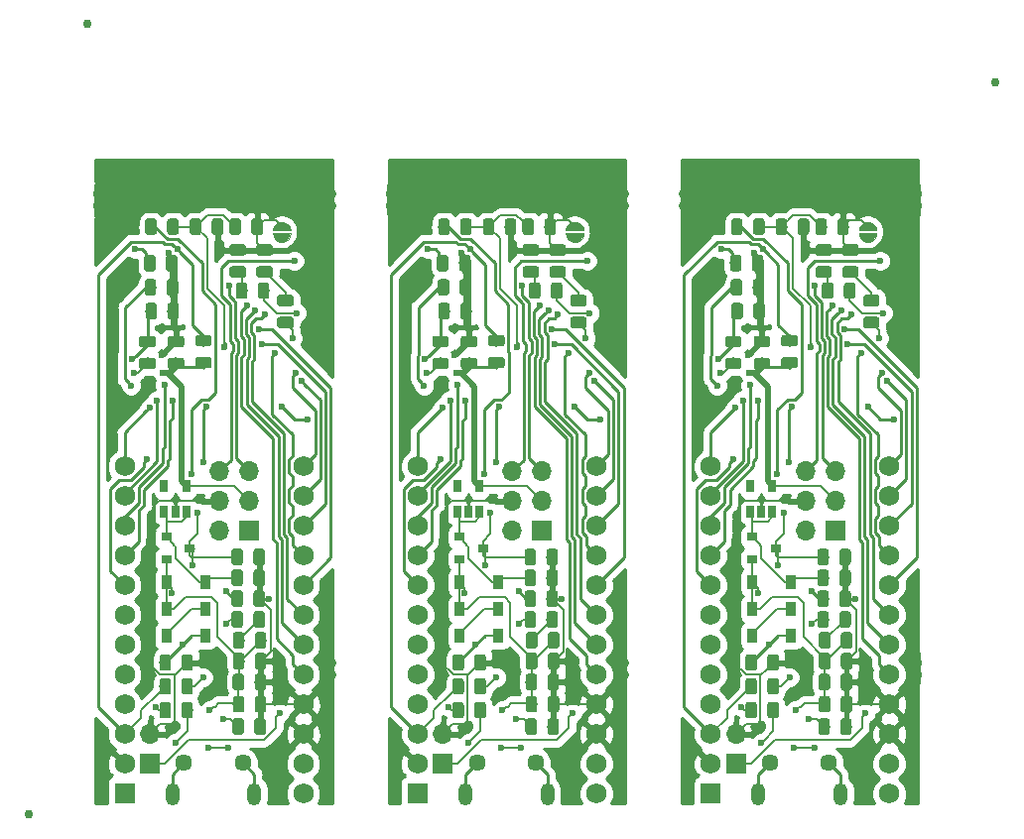
<source format=gbr>
G04 #@! TF.GenerationSoftware,KiCad,Pcbnew,(5.0.0)*
G04 #@! TF.CreationDate,2020-04-28T11:04:28-06:00*
G04 #@! TF.ProjectId,panel,70616E656C2E6B696361645F70636200,rev?*
G04 #@! TF.SameCoordinates,Original*
G04 #@! TF.FileFunction,Copper,L2,Bot,Signal*
G04 #@! TF.FilePolarity,Positive*
%FSLAX46Y46*%
G04 Gerber Fmt 4.6, Leading zero omitted, Abs format (unit mm)*
G04 Created by KiCad (PCBNEW (5.0.0)) date 04/28/20 11:04:28*
%MOMM*%
%LPD*%
G01*
G04 APERTURE LIST*
G04 #@! TA.AperFunction,EtchedComponent*
%ADD10C,0.010000*%
G04 #@! TD*
G04 #@! TA.AperFunction,Conductor*
%ADD11C,0.100000*%
G04 #@! TD*
G04 #@! TA.AperFunction,SMDPad,CuDef*
%ADD12C,0.975000*%
G04 #@! TD*
G04 #@! TA.AperFunction,SMDPad,CuDef*
%ADD13R,0.650000X1.060000*%
G04 #@! TD*
G04 #@! TA.AperFunction,SMDPad,CuDef*
%ADD14R,0.900000X1.200000*%
G04 #@! TD*
G04 #@! TA.AperFunction,ComponentPad*
%ADD15C,0.400000*%
G04 #@! TD*
G04 #@! TA.AperFunction,SMDPad,CuDef*
%ADD16R,0.900000X0.800000*%
G04 #@! TD*
G04 #@! TA.AperFunction,ComponentPad*
%ADD17O,1.700000X1.700000*%
G04 #@! TD*
G04 #@! TA.AperFunction,ComponentPad*
%ADD18R,1.700000X1.700000*%
G04 #@! TD*
G04 #@! TA.AperFunction,ComponentPad*
%ADD19C,1.752600*%
G04 #@! TD*
G04 #@! TA.AperFunction,ComponentPad*
%ADD20R,1.752600X1.752600*%
G04 #@! TD*
G04 #@! TA.AperFunction,ComponentPad*
%ADD21O,1.200000X1.900000*%
G04 #@! TD*
G04 #@! TA.AperFunction,ComponentPad*
%ADD22C,1.450000*%
G04 #@! TD*
G04 #@! TA.AperFunction,BGAPad,CuDef*
%ADD23C,0.750000*%
G04 #@! TD*
G04 #@! TA.AperFunction,ViaPad*
%ADD24C,0.600000*%
G04 #@! TD*
G04 #@! TA.AperFunction,Conductor*
%ADD25C,0.250000*%
G04 #@! TD*
G04 #@! TA.AperFunction,Conductor*
%ADD26C,0.200000*%
G04 #@! TD*
G04 #@! TA.AperFunction,Conductor*
%ADD27C,0.500000*%
G04 #@! TD*
G04 #@! TA.AperFunction,Conductor*
%ADD28C,0.254000*%
G04 #@! TD*
G04 APERTURE END LIST*
D10*
G04 #@! TO.C,JP2*
G36*
X109830380Y-50138000D02*
X109785180Y-49881500D01*
X109654880Y-49655900D01*
X109455380Y-49488500D01*
X109210580Y-49399400D01*
X108950180Y-49399400D01*
X108705380Y-49488500D01*
X108505880Y-49655900D01*
X108375580Y-49881500D01*
X108330380Y-50138000D01*
X109830380Y-50138000D01*
X109830380Y-50138000D01*
G37*
X109830380Y-50138000D02*
X109785180Y-49881500D01*
X109654880Y-49655900D01*
X109455380Y-49488500D01*
X109210580Y-49399400D01*
X108950180Y-49399400D01*
X108705380Y-49488500D01*
X108505880Y-49655900D01*
X108375580Y-49881500D01*
X108330380Y-50138000D01*
X109830380Y-50138000D01*
G36*
X108330380Y-50338000D02*
X108375580Y-50594500D01*
X108505880Y-50820100D01*
X108705380Y-50987500D01*
X108950180Y-51076600D01*
X109210580Y-51076600D01*
X109455380Y-50987500D01*
X109654880Y-50820100D01*
X109785180Y-50594500D01*
X109830380Y-50338000D01*
X108330380Y-50338000D01*
X108330380Y-50338000D01*
G37*
X108330380Y-50338000D02*
X108375580Y-50594500D01*
X108505880Y-50820100D01*
X108705380Y-50987500D01*
X108950180Y-51076600D01*
X109210580Y-51076600D01*
X109455380Y-50987500D01*
X109654880Y-50820100D01*
X109785180Y-50594500D01*
X109830380Y-50338000D01*
X108330380Y-50338000D01*
G36*
X84830380Y-50138000D02*
X84785180Y-49881500D01*
X84654880Y-49655900D01*
X84455380Y-49488500D01*
X84210580Y-49399400D01*
X83950180Y-49399400D01*
X83705380Y-49488500D01*
X83505880Y-49655900D01*
X83375580Y-49881500D01*
X83330380Y-50138000D01*
X84830380Y-50138000D01*
X84830380Y-50138000D01*
G37*
X84830380Y-50138000D02*
X84785180Y-49881500D01*
X84654880Y-49655900D01*
X84455380Y-49488500D01*
X84210580Y-49399400D01*
X83950180Y-49399400D01*
X83705380Y-49488500D01*
X83505880Y-49655900D01*
X83375580Y-49881500D01*
X83330380Y-50138000D01*
X84830380Y-50138000D01*
G36*
X83330380Y-50338000D02*
X83375580Y-50594500D01*
X83505880Y-50820100D01*
X83705380Y-50987500D01*
X83950180Y-51076600D01*
X84210580Y-51076600D01*
X84455380Y-50987500D01*
X84654880Y-50820100D01*
X84785180Y-50594500D01*
X84830380Y-50338000D01*
X83330380Y-50338000D01*
X83330380Y-50338000D01*
G37*
X83330380Y-50338000D02*
X83375580Y-50594500D01*
X83505880Y-50820100D01*
X83705380Y-50987500D01*
X83950180Y-51076600D01*
X84210580Y-51076600D01*
X84455380Y-50987500D01*
X84654880Y-50820100D01*
X84785180Y-50594500D01*
X84830380Y-50338000D01*
X83330380Y-50338000D01*
G36*
X58330380Y-50338000D02*
X58375580Y-50594500D01*
X58505880Y-50820100D01*
X58705380Y-50987500D01*
X58950180Y-51076600D01*
X59210580Y-51076600D01*
X59455380Y-50987500D01*
X59654880Y-50820100D01*
X59785180Y-50594500D01*
X59830380Y-50338000D01*
X58330380Y-50338000D01*
X58330380Y-50338000D01*
G37*
X58330380Y-50338000D02*
X58375580Y-50594500D01*
X58505880Y-50820100D01*
X58705380Y-50987500D01*
X58950180Y-51076600D01*
X59210580Y-51076600D01*
X59455380Y-50987500D01*
X59654880Y-50820100D01*
X59785180Y-50594500D01*
X59830380Y-50338000D01*
X58330380Y-50338000D01*
G36*
X59830380Y-50138000D02*
X59785180Y-49881500D01*
X59654880Y-49655900D01*
X59455380Y-49488500D01*
X59210580Y-49399400D01*
X58950180Y-49399400D01*
X58705380Y-49488500D01*
X58505880Y-49655900D01*
X58375580Y-49881500D01*
X58330380Y-50138000D01*
X59830380Y-50138000D01*
X59830380Y-50138000D01*
G37*
X59830380Y-50138000D02*
X59785180Y-49881500D01*
X59654880Y-49655900D01*
X59455380Y-49488500D01*
X59210580Y-49399400D01*
X58950180Y-49399400D01*
X58705380Y-49488500D01*
X58505880Y-49655900D01*
X58375580Y-49881500D01*
X58330380Y-50138000D01*
X59830380Y-50138000D01*
G04 #@! TD*
D11*
G04 #@! TO.N,/LED1*
G04 #@! TO.C,R9*
G36*
X109875482Y-57498914D02*
X109899143Y-57502424D01*
X109922347Y-57508236D01*
X109944869Y-57516294D01*
X109966493Y-57526522D01*
X109987010Y-57538819D01*
X110006223Y-57553069D01*
X110023947Y-57569133D01*
X110040011Y-57586857D01*
X110054261Y-57606070D01*
X110066558Y-57626587D01*
X110076786Y-57648211D01*
X110084844Y-57670733D01*
X110090656Y-57693937D01*
X110094166Y-57717598D01*
X110095340Y-57741490D01*
X110095340Y-58228990D01*
X110094166Y-58252882D01*
X110090656Y-58276543D01*
X110084844Y-58299747D01*
X110076786Y-58322269D01*
X110066558Y-58343893D01*
X110054261Y-58364410D01*
X110040011Y-58383623D01*
X110023947Y-58401347D01*
X110006223Y-58417411D01*
X109987010Y-58431661D01*
X109966493Y-58443958D01*
X109944869Y-58454186D01*
X109922347Y-58462244D01*
X109899143Y-58468056D01*
X109875482Y-58471566D01*
X109851590Y-58472740D01*
X108939090Y-58472740D01*
X108915198Y-58471566D01*
X108891537Y-58468056D01*
X108868333Y-58462244D01*
X108845811Y-58454186D01*
X108824187Y-58443958D01*
X108803670Y-58431661D01*
X108784457Y-58417411D01*
X108766733Y-58401347D01*
X108750669Y-58383623D01*
X108736419Y-58364410D01*
X108724122Y-58343893D01*
X108713894Y-58322269D01*
X108705836Y-58299747D01*
X108700024Y-58276543D01*
X108696514Y-58252882D01*
X108695340Y-58228990D01*
X108695340Y-57741490D01*
X108696514Y-57717598D01*
X108700024Y-57693937D01*
X108705836Y-57670733D01*
X108713894Y-57648211D01*
X108724122Y-57626587D01*
X108736419Y-57606070D01*
X108750669Y-57586857D01*
X108766733Y-57569133D01*
X108784457Y-57553069D01*
X108803670Y-57538819D01*
X108824187Y-57526522D01*
X108845811Y-57516294D01*
X108868333Y-57508236D01*
X108891537Y-57502424D01*
X108915198Y-57498914D01*
X108939090Y-57497740D01*
X109851590Y-57497740D01*
X109875482Y-57498914D01*
X109875482Y-57498914D01*
G37*
D12*
G04 #@! TD*
G04 #@! TO.P,R9,1*
G04 #@! TO.N,/LED1*
X109395340Y-57985240D03*
D11*
G04 #@! TO.N,Net-(D5-Pad2)*
G04 #@! TO.C,R9*
G36*
X109875482Y-55623914D02*
X109899143Y-55627424D01*
X109922347Y-55633236D01*
X109944869Y-55641294D01*
X109966493Y-55651522D01*
X109987010Y-55663819D01*
X110006223Y-55678069D01*
X110023947Y-55694133D01*
X110040011Y-55711857D01*
X110054261Y-55731070D01*
X110066558Y-55751587D01*
X110076786Y-55773211D01*
X110084844Y-55795733D01*
X110090656Y-55818937D01*
X110094166Y-55842598D01*
X110095340Y-55866490D01*
X110095340Y-56353990D01*
X110094166Y-56377882D01*
X110090656Y-56401543D01*
X110084844Y-56424747D01*
X110076786Y-56447269D01*
X110066558Y-56468893D01*
X110054261Y-56489410D01*
X110040011Y-56508623D01*
X110023947Y-56526347D01*
X110006223Y-56542411D01*
X109987010Y-56556661D01*
X109966493Y-56568958D01*
X109944869Y-56579186D01*
X109922347Y-56587244D01*
X109899143Y-56593056D01*
X109875482Y-56596566D01*
X109851590Y-56597740D01*
X108939090Y-56597740D01*
X108915198Y-56596566D01*
X108891537Y-56593056D01*
X108868333Y-56587244D01*
X108845811Y-56579186D01*
X108824187Y-56568958D01*
X108803670Y-56556661D01*
X108784457Y-56542411D01*
X108766733Y-56526347D01*
X108750669Y-56508623D01*
X108736419Y-56489410D01*
X108724122Y-56468893D01*
X108713894Y-56447269D01*
X108705836Y-56424747D01*
X108700024Y-56401543D01*
X108696514Y-56377882D01*
X108695340Y-56353990D01*
X108695340Y-55866490D01*
X108696514Y-55842598D01*
X108700024Y-55818937D01*
X108705836Y-55795733D01*
X108713894Y-55773211D01*
X108724122Y-55751587D01*
X108736419Y-55731070D01*
X108750669Y-55711857D01*
X108766733Y-55694133D01*
X108784457Y-55678069D01*
X108803670Y-55663819D01*
X108824187Y-55651522D01*
X108845811Y-55641294D01*
X108868333Y-55633236D01*
X108891537Y-55627424D01*
X108915198Y-55623914D01*
X108939090Y-55622740D01*
X109851590Y-55622740D01*
X109875482Y-55623914D01*
X109875482Y-55623914D01*
G37*
D12*
G04 #@! TD*
G04 #@! TO.P,R9,2*
G04 #@! TO.N,Net-(D5-Pad2)*
X109395340Y-56110240D03*
D11*
G04 #@! TO.N,/LED1*
G04 #@! TO.C,R9*
G36*
X84875482Y-57498914D02*
X84899143Y-57502424D01*
X84922347Y-57508236D01*
X84944869Y-57516294D01*
X84966493Y-57526522D01*
X84987010Y-57538819D01*
X85006223Y-57553069D01*
X85023947Y-57569133D01*
X85040011Y-57586857D01*
X85054261Y-57606070D01*
X85066558Y-57626587D01*
X85076786Y-57648211D01*
X85084844Y-57670733D01*
X85090656Y-57693937D01*
X85094166Y-57717598D01*
X85095340Y-57741490D01*
X85095340Y-58228990D01*
X85094166Y-58252882D01*
X85090656Y-58276543D01*
X85084844Y-58299747D01*
X85076786Y-58322269D01*
X85066558Y-58343893D01*
X85054261Y-58364410D01*
X85040011Y-58383623D01*
X85023947Y-58401347D01*
X85006223Y-58417411D01*
X84987010Y-58431661D01*
X84966493Y-58443958D01*
X84944869Y-58454186D01*
X84922347Y-58462244D01*
X84899143Y-58468056D01*
X84875482Y-58471566D01*
X84851590Y-58472740D01*
X83939090Y-58472740D01*
X83915198Y-58471566D01*
X83891537Y-58468056D01*
X83868333Y-58462244D01*
X83845811Y-58454186D01*
X83824187Y-58443958D01*
X83803670Y-58431661D01*
X83784457Y-58417411D01*
X83766733Y-58401347D01*
X83750669Y-58383623D01*
X83736419Y-58364410D01*
X83724122Y-58343893D01*
X83713894Y-58322269D01*
X83705836Y-58299747D01*
X83700024Y-58276543D01*
X83696514Y-58252882D01*
X83695340Y-58228990D01*
X83695340Y-57741490D01*
X83696514Y-57717598D01*
X83700024Y-57693937D01*
X83705836Y-57670733D01*
X83713894Y-57648211D01*
X83724122Y-57626587D01*
X83736419Y-57606070D01*
X83750669Y-57586857D01*
X83766733Y-57569133D01*
X83784457Y-57553069D01*
X83803670Y-57538819D01*
X83824187Y-57526522D01*
X83845811Y-57516294D01*
X83868333Y-57508236D01*
X83891537Y-57502424D01*
X83915198Y-57498914D01*
X83939090Y-57497740D01*
X84851590Y-57497740D01*
X84875482Y-57498914D01*
X84875482Y-57498914D01*
G37*
D12*
G04 #@! TD*
G04 #@! TO.P,R9,1*
G04 #@! TO.N,/LED1*
X84395340Y-57985240D03*
D11*
G04 #@! TO.N,Net-(D5-Pad2)*
G04 #@! TO.C,R9*
G36*
X84875482Y-55623914D02*
X84899143Y-55627424D01*
X84922347Y-55633236D01*
X84944869Y-55641294D01*
X84966493Y-55651522D01*
X84987010Y-55663819D01*
X85006223Y-55678069D01*
X85023947Y-55694133D01*
X85040011Y-55711857D01*
X85054261Y-55731070D01*
X85066558Y-55751587D01*
X85076786Y-55773211D01*
X85084844Y-55795733D01*
X85090656Y-55818937D01*
X85094166Y-55842598D01*
X85095340Y-55866490D01*
X85095340Y-56353990D01*
X85094166Y-56377882D01*
X85090656Y-56401543D01*
X85084844Y-56424747D01*
X85076786Y-56447269D01*
X85066558Y-56468893D01*
X85054261Y-56489410D01*
X85040011Y-56508623D01*
X85023947Y-56526347D01*
X85006223Y-56542411D01*
X84987010Y-56556661D01*
X84966493Y-56568958D01*
X84944869Y-56579186D01*
X84922347Y-56587244D01*
X84899143Y-56593056D01*
X84875482Y-56596566D01*
X84851590Y-56597740D01*
X83939090Y-56597740D01*
X83915198Y-56596566D01*
X83891537Y-56593056D01*
X83868333Y-56587244D01*
X83845811Y-56579186D01*
X83824187Y-56568958D01*
X83803670Y-56556661D01*
X83784457Y-56542411D01*
X83766733Y-56526347D01*
X83750669Y-56508623D01*
X83736419Y-56489410D01*
X83724122Y-56468893D01*
X83713894Y-56447269D01*
X83705836Y-56424747D01*
X83700024Y-56401543D01*
X83696514Y-56377882D01*
X83695340Y-56353990D01*
X83695340Y-55866490D01*
X83696514Y-55842598D01*
X83700024Y-55818937D01*
X83705836Y-55795733D01*
X83713894Y-55773211D01*
X83724122Y-55751587D01*
X83736419Y-55731070D01*
X83750669Y-55711857D01*
X83766733Y-55694133D01*
X83784457Y-55678069D01*
X83803670Y-55663819D01*
X83824187Y-55651522D01*
X83845811Y-55641294D01*
X83868333Y-55633236D01*
X83891537Y-55627424D01*
X83915198Y-55623914D01*
X83939090Y-55622740D01*
X84851590Y-55622740D01*
X84875482Y-55623914D01*
X84875482Y-55623914D01*
G37*
D12*
G04 #@! TD*
G04 #@! TO.P,R9,2*
G04 #@! TO.N,Net-(D5-Pad2)*
X84395340Y-56110240D03*
D11*
G04 #@! TO.N,Net-(D6-Pad2)*
G04 #@! TO.C,D6*
G36*
X107425482Y-82637914D02*
X107449143Y-82641424D01*
X107472347Y-82647236D01*
X107494869Y-82655294D01*
X107516493Y-82665522D01*
X107537010Y-82677819D01*
X107556223Y-82692069D01*
X107573947Y-82708133D01*
X107590011Y-82725857D01*
X107604261Y-82745070D01*
X107616558Y-82765587D01*
X107626786Y-82787211D01*
X107634844Y-82809733D01*
X107640656Y-82832937D01*
X107644166Y-82856598D01*
X107645340Y-82880490D01*
X107645340Y-83792990D01*
X107644166Y-83816882D01*
X107640656Y-83840543D01*
X107634844Y-83863747D01*
X107626786Y-83886269D01*
X107616558Y-83907893D01*
X107604261Y-83928410D01*
X107590011Y-83947623D01*
X107573947Y-83965347D01*
X107556223Y-83981411D01*
X107537010Y-83995661D01*
X107516493Y-84007958D01*
X107494869Y-84018186D01*
X107472347Y-84026244D01*
X107449143Y-84032056D01*
X107425482Y-84035566D01*
X107401590Y-84036740D01*
X106914090Y-84036740D01*
X106890198Y-84035566D01*
X106866537Y-84032056D01*
X106843333Y-84026244D01*
X106820811Y-84018186D01*
X106799187Y-84007958D01*
X106778670Y-83995661D01*
X106759457Y-83981411D01*
X106741733Y-83965347D01*
X106725669Y-83947623D01*
X106711419Y-83928410D01*
X106699122Y-83907893D01*
X106688894Y-83886269D01*
X106680836Y-83863747D01*
X106675024Y-83840543D01*
X106671514Y-83816882D01*
X106670340Y-83792990D01*
X106670340Y-82880490D01*
X106671514Y-82856598D01*
X106675024Y-82832937D01*
X106680836Y-82809733D01*
X106688894Y-82787211D01*
X106699122Y-82765587D01*
X106711419Y-82745070D01*
X106725669Y-82725857D01*
X106741733Y-82708133D01*
X106759457Y-82692069D01*
X106778670Y-82677819D01*
X106799187Y-82665522D01*
X106820811Y-82655294D01*
X106843333Y-82647236D01*
X106866537Y-82641424D01*
X106890198Y-82637914D01*
X106914090Y-82636740D01*
X107401590Y-82636740D01*
X107425482Y-82637914D01*
X107425482Y-82637914D01*
G37*
D12*
G04 #@! TD*
G04 #@! TO.P,D6,2*
G04 #@! TO.N,Net-(D6-Pad2)*
X107157840Y-83336740D03*
D11*
G04 #@! TO.N,Net-(D6-Pad1)*
G04 #@! TO.C,D6*
G36*
X105550482Y-82637914D02*
X105574143Y-82641424D01*
X105597347Y-82647236D01*
X105619869Y-82655294D01*
X105641493Y-82665522D01*
X105662010Y-82677819D01*
X105681223Y-82692069D01*
X105698947Y-82708133D01*
X105715011Y-82725857D01*
X105729261Y-82745070D01*
X105741558Y-82765587D01*
X105751786Y-82787211D01*
X105759844Y-82809733D01*
X105765656Y-82832937D01*
X105769166Y-82856598D01*
X105770340Y-82880490D01*
X105770340Y-83792990D01*
X105769166Y-83816882D01*
X105765656Y-83840543D01*
X105759844Y-83863747D01*
X105751786Y-83886269D01*
X105741558Y-83907893D01*
X105729261Y-83928410D01*
X105715011Y-83947623D01*
X105698947Y-83965347D01*
X105681223Y-83981411D01*
X105662010Y-83995661D01*
X105641493Y-84007958D01*
X105619869Y-84018186D01*
X105597347Y-84026244D01*
X105574143Y-84032056D01*
X105550482Y-84035566D01*
X105526590Y-84036740D01*
X105039090Y-84036740D01*
X105015198Y-84035566D01*
X104991537Y-84032056D01*
X104968333Y-84026244D01*
X104945811Y-84018186D01*
X104924187Y-84007958D01*
X104903670Y-83995661D01*
X104884457Y-83981411D01*
X104866733Y-83965347D01*
X104850669Y-83947623D01*
X104836419Y-83928410D01*
X104824122Y-83907893D01*
X104813894Y-83886269D01*
X104805836Y-83863747D01*
X104800024Y-83840543D01*
X104796514Y-83816882D01*
X104795340Y-83792990D01*
X104795340Y-82880490D01*
X104796514Y-82856598D01*
X104800024Y-82832937D01*
X104805836Y-82809733D01*
X104813894Y-82787211D01*
X104824122Y-82765587D01*
X104836419Y-82745070D01*
X104850669Y-82725857D01*
X104866733Y-82708133D01*
X104884457Y-82692069D01*
X104903670Y-82677819D01*
X104924187Y-82665522D01*
X104945811Y-82655294D01*
X104968333Y-82647236D01*
X104991537Y-82641424D01*
X105015198Y-82637914D01*
X105039090Y-82636740D01*
X105526590Y-82636740D01*
X105550482Y-82637914D01*
X105550482Y-82637914D01*
G37*
D12*
G04 #@! TD*
G04 #@! TO.P,D6,1*
G04 #@! TO.N,Net-(D6-Pad1)*
X105282840Y-83336740D03*
D11*
G04 #@! TO.N,Net-(D6-Pad2)*
G04 #@! TO.C,D6*
G36*
X82425482Y-82637914D02*
X82449143Y-82641424D01*
X82472347Y-82647236D01*
X82494869Y-82655294D01*
X82516493Y-82665522D01*
X82537010Y-82677819D01*
X82556223Y-82692069D01*
X82573947Y-82708133D01*
X82590011Y-82725857D01*
X82604261Y-82745070D01*
X82616558Y-82765587D01*
X82626786Y-82787211D01*
X82634844Y-82809733D01*
X82640656Y-82832937D01*
X82644166Y-82856598D01*
X82645340Y-82880490D01*
X82645340Y-83792990D01*
X82644166Y-83816882D01*
X82640656Y-83840543D01*
X82634844Y-83863747D01*
X82626786Y-83886269D01*
X82616558Y-83907893D01*
X82604261Y-83928410D01*
X82590011Y-83947623D01*
X82573947Y-83965347D01*
X82556223Y-83981411D01*
X82537010Y-83995661D01*
X82516493Y-84007958D01*
X82494869Y-84018186D01*
X82472347Y-84026244D01*
X82449143Y-84032056D01*
X82425482Y-84035566D01*
X82401590Y-84036740D01*
X81914090Y-84036740D01*
X81890198Y-84035566D01*
X81866537Y-84032056D01*
X81843333Y-84026244D01*
X81820811Y-84018186D01*
X81799187Y-84007958D01*
X81778670Y-83995661D01*
X81759457Y-83981411D01*
X81741733Y-83965347D01*
X81725669Y-83947623D01*
X81711419Y-83928410D01*
X81699122Y-83907893D01*
X81688894Y-83886269D01*
X81680836Y-83863747D01*
X81675024Y-83840543D01*
X81671514Y-83816882D01*
X81670340Y-83792990D01*
X81670340Y-82880490D01*
X81671514Y-82856598D01*
X81675024Y-82832937D01*
X81680836Y-82809733D01*
X81688894Y-82787211D01*
X81699122Y-82765587D01*
X81711419Y-82745070D01*
X81725669Y-82725857D01*
X81741733Y-82708133D01*
X81759457Y-82692069D01*
X81778670Y-82677819D01*
X81799187Y-82665522D01*
X81820811Y-82655294D01*
X81843333Y-82647236D01*
X81866537Y-82641424D01*
X81890198Y-82637914D01*
X81914090Y-82636740D01*
X82401590Y-82636740D01*
X82425482Y-82637914D01*
X82425482Y-82637914D01*
G37*
D12*
G04 #@! TD*
G04 #@! TO.P,D6,2*
G04 #@! TO.N,Net-(D6-Pad2)*
X82157840Y-83336740D03*
D11*
G04 #@! TO.N,Net-(D6-Pad1)*
G04 #@! TO.C,D6*
G36*
X80550482Y-82637914D02*
X80574143Y-82641424D01*
X80597347Y-82647236D01*
X80619869Y-82655294D01*
X80641493Y-82665522D01*
X80662010Y-82677819D01*
X80681223Y-82692069D01*
X80698947Y-82708133D01*
X80715011Y-82725857D01*
X80729261Y-82745070D01*
X80741558Y-82765587D01*
X80751786Y-82787211D01*
X80759844Y-82809733D01*
X80765656Y-82832937D01*
X80769166Y-82856598D01*
X80770340Y-82880490D01*
X80770340Y-83792990D01*
X80769166Y-83816882D01*
X80765656Y-83840543D01*
X80759844Y-83863747D01*
X80751786Y-83886269D01*
X80741558Y-83907893D01*
X80729261Y-83928410D01*
X80715011Y-83947623D01*
X80698947Y-83965347D01*
X80681223Y-83981411D01*
X80662010Y-83995661D01*
X80641493Y-84007958D01*
X80619869Y-84018186D01*
X80597347Y-84026244D01*
X80574143Y-84032056D01*
X80550482Y-84035566D01*
X80526590Y-84036740D01*
X80039090Y-84036740D01*
X80015198Y-84035566D01*
X79991537Y-84032056D01*
X79968333Y-84026244D01*
X79945811Y-84018186D01*
X79924187Y-84007958D01*
X79903670Y-83995661D01*
X79884457Y-83981411D01*
X79866733Y-83965347D01*
X79850669Y-83947623D01*
X79836419Y-83928410D01*
X79824122Y-83907893D01*
X79813894Y-83886269D01*
X79805836Y-83863747D01*
X79800024Y-83840543D01*
X79796514Y-83816882D01*
X79795340Y-83792990D01*
X79795340Y-82880490D01*
X79796514Y-82856598D01*
X79800024Y-82832937D01*
X79805836Y-82809733D01*
X79813894Y-82787211D01*
X79824122Y-82765587D01*
X79836419Y-82745070D01*
X79850669Y-82725857D01*
X79866733Y-82708133D01*
X79884457Y-82692069D01*
X79903670Y-82677819D01*
X79924187Y-82665522D01*
X79945811Y-82655294D01*
X79968333Y-82647236D01*
X79991537Y-82641424D01*
X80015198Y-82637914D01*
X80039090Y-82636740D01*
X80526590Y-82636740D01*
X80550482Y-82637914D01*
X80550482Y-82637914D01*
G37*
D12*
G04 #@! TD*
G04 #@! TO.P,D6,1*
G04 #@! TO.N,Net-(D6-Pad1)*
X80282840Y-83336740D03*
D11*
G04 #@! TO.N,Net-(D4-Pad2)*
G04 #@! TO.C,R8*
G36*
X105931482Y-54570914D02*
X105955143Y-54574424D01*
X105978347Y-54580236D01*
X106000869Y-54588294D01*
X106022493Y-54598522D01*
X106043010Y-54610819D01*
X106062223Y-54625069D01*
X106079947Y-54641133D01*
X106096011Y-54658857D01*
X106110261Y-54678070D01*
X106122558Y-54698587D01*
X106132786Y-54720211D01*
X106140844Y-54742733D01*
X106146656Y-54765937D01*
X106150166Y-54789598D01*
X106151340Y-54813490D01*
X106151340Y-55725990D01*
X106150166Y-55749882D01*
X106146656Y-55773543D01*
X106140844Y-55796747D01*
X106132786Y-55819269D01*
X106122558Y-55840893D01*
X106110261Y-55861410D01*
X106096011Y-55880623D01*
X106079947Y-55898347D01*
X106062223Y-55914411D01*
X106043010Y-55928661D01*
X106022493Y-55940958D01*
X106000869Y-55951186D01*
X105978347Y-55959244D01*
X105955143Y-55965056D01*
X105931482Y-55968566D01*
X105907590Y-55969740D01*
X105420090Y-55969740D01*
X105396198Y-55968566D01*
X105372537Y-55965056D01*
X105349333Y-55959244D01*
X105326811Y-55951186D01*
X105305187Y-55940958D01*
X105284670Y-55928661D01*
X105265457Y-55914411D01*
X105247733Y-55898347D01*
X105231669Y-55880623D01*
X105217419Y-55861410D01*
X105205122Y-55840893D01*
X105194894Y-55819269D01*
X105186836Y-55796747D01*
X105181024Y-55773543D01*
X105177514Y-55749882D01*
X105176340Y-55725990D01*
X105176340Y-54813490D01*
X105177514Y-54789598D01*
X105181024Y-54765937D01*
X105186836Y-54742733D01*
X105194894Y-54720211D01*
X105205122Y-54698587D01*
X105217419Y-54678070D01*
X105231669Y-54658857D01*
X105247733Y-54641133D01*
X105265457Y-54625069D01*
X105284670Y-54610819D01*
X105305187Y-54598522D01*
X105326811Y-54588294D01*
X105349333Y-54580236D01*
X105372537Y-54574424D01*
X105396198Y-54570914D01*
X105420090Y-54569740D01*
X105907590Y-54569740D01*
X105931482Y-54570914D01*
X105931482Y-54570914D01*
G37*
D12*
G04 #@! TD*
G04 #@! TO.P,R8,2*
G04 #@! TO.N,Net-(D4-Pad2)*
X105663840Y-55269740D03*
D11*
G04 #@! TO.N,/LED2*
G04 #@! TO.C,R8*
G36*
X107806482Y-54570914D02*
X107830143Y-54574424D01*
X107853347Y-54580236D01*
X107875869Y-54588294D01*
X107897493Y-54598522D01*
X107918010Y-54610819D01*
X107937223Y-54625069D01*
X107954947Y-54641133D01*
X107971011Y-54658857D01*
X107985261Y-54678070D01*
X107997558Y-54698587D01*
X108007786Y-54720211D01*
X108015844Y-54742733D01*
X108021656Y-54765937D01*
X108025166Y-54789598D01*
X108026340Y-54813490D01*
X108026340Y-55725990D01*
X108025166Y-55749882D01*
X108021656Y-55773543D01*
X108015844Y-55796747D01*
X108007786Y-55819269D01*
X107997558Y-55840893D01*
X107985261Y-55861410D01*
X107971011Y-55880623D01*
X107954947Y-55898347D01*
X107937223Y-55914411D01*
X107918010Y-55928661D01*
X107897493Y-55940958D01*
X107875869Y-55951186D01*
X107853347Y-55959244D01*
X107830143Y-55965056D01*
X107806482Y-55968566D01*
X107782590Y-55969740D01*
X107295090Y-55969740D01*
X107271198Y-55968566D01*
X107247537Y-55965056D01*
X107224333Y-55959244D01*
X107201811Y-55951186D01*
X107180187Y-55940958D01*
X107159670Y-55928661D01*
X107140457Y-55914411D01*
X107122733Y-55898347D01*
X107106669Y-55880623D01*
X107092419Y-55861410D01*
X107080122Y-55840893D01*
X107069894Y-55819269D01*
X107061836Y-55796747D01*
X107056024Y-55773543D01*
X107052514Y-55749882D01*
X107051340Y-55725990D01*
X107051340Y-54813490D01*
X107052514Y-54789598D01*
X107056024Y-54765937D01*
X107061836Y-54742733D01*
X107069894Y-54720211D01*
X107080122Y-54698587D01*
X107092419Y-54678070D01*
X107106669Y-54658857D01*
X107122733Y-54641133D01*
X107140457Y-54625069D01*
X107159670Y-54610819D01*
X107180187Y-54598522D01*
X107201811Y-54588294D01*
X107224333Y-54580236D01*
X107247537Y-54574424D01*
X107271198Y-54570914D01*
X107295090Y-54569740D01*
X107782590Y-54569740D01*
X107806482Y-54570914D01*
X107806482Y-54570914D01*
G37*
D12*
G04 #@! TD*
G04 #@! TO.P,R8,1*
G04 #@! TO.N,/LED2*
X107538840Y-55269740D03*
D11*
G04 #@! TO.N,Net-(D4-Pad2)*
G04 #@! TO.C,R8*
G36*
X80931482Y-54570914D02*
X80955143Y-54574424D01*
X80978347Y-54580236D01*
X81000869Y-54588294D01*
X81022493Y-54598522D01*
X81043010Y-54610819D01*
X81062223Y-54625069D01*
X81079947Y-54641133D01*
X81096011Y-54658857D01*
X81110261Y-54678070D01*
X81122558Y-54698587D01*
X81132786Y-54720211D01*
X81140844Y-54742733D01*
X81146656Y-54765937D01*
X81150166Y-54789598D01*
X81151340Y-54813490D01*
X81151340Y-55725990D01*
X81150166Y-55749882D01*
X81146656Y-55773543D01*
X81140844Y-55796747D01*
X81132786Y-55819269D01*
X81122558Y-55840893D01*
X81110261Y-55861410D01*
X81096011Y-55880623D01*
X81079947Y-55898347D01*
X81062223Y-55914411D01*
X81043010Y-55928661D01*
X81022493Y-55940958D01*
X81000869Y-55951186D01*
X80978347Y-55959244D01*
X80955143Y-55965056D01*
X80931482Y-55968566D01*
X80907590Y-55969740D01*
X80420090Y-55969740D01*
X80396198Y-55968566D01*
X80372537Y-55965056D01*
X80349333Y-55959244D01*
X80326811Y-55951186D01*
X80305187Y-55940958D01*
X80284670Y-55928661D01*
X80265457Y-55914411D01*
X80247733Y-55898347D01*
X80231669Y-55880623D01*
X80217419Y-55861410D01*
X80205122Y-55840893D01*
X80194894Y-55819269D01*
X80186836Y-55796747D01*
X80181024Y-55773543D01*
X80177514Y-55749882D01*
X80176340Y-55725990D01*
X80176340Y-54813490D01*
X80177514Y-54789598D01*
X80181024Y-54765937D01*
X80186836Y-54742733D01*
X80194894Y-54720211D01*
X80205122Y-54698587D01*
X80217419Y-54678070D01*
X80231669Y-54658857D01*
X80247733Y-54641133D01*
X80265457Y-54625069D01*
X80284670Y-54610819D01*
X80305187Y-54598522D01*
X80326811Y-54588294D01*
X80349333Y-54580236D01*
X80372537Y-54574424D01*
X80396198Y-54570914D01*
X80420090Y-54569740D01*
X80907590Y-54569740D01*
X80931482Y-54570914D01*
X80931482Y-54570914D01*
G37*
D12*
G04 #@! TD*
G04 #@! TO.P,R8,2*
G04 #@! TO.N,Net-(D4-Pad2)*
X80663840Y-55269740D03*
D11*
G04 #@! TO.N,/LED2*
G04 #@! TO.C,R8*
G36*
X82806482Y-54570914D02*
X82830143Y-54574424D01*
X82853347Y-54580236D01*
X82875869Y-54588294D01*
X82897493Y-54598522D01*
X82918010Y-54610819D01*
X82937223Y-54625069D01*
X82954947Y-54641133D01*
X82971011Y-54658857D01*
X82985261Y-54678070D01*
X82997558Y-54698587D01*
X83007786Y-54720211D01*
X83015844Y-54742733D01*
X83021656Y-54765937D01*
X83025166Y-54789598D01*
X83026340Y-54813490D01*
X83026340Y-55725990D01*
X83025166Y-55749882D01*
X83021656Y-55773543D01*
X83015844Y-55796747D01*
X83007786Y-55819269D01*
X82997558Y-55840893D01*
X82985261Y-55861410D01*
X82971011Y-55880623D01*
X82954947Y-55898347D01*
X82937223Y-55914411D01*
X82918010Y-55928661D01*
X82897493Y-55940958D01*
X82875869Y-55951186D01*
X82853347Y-55959244D01*
X82830143Y-55965056D01*
X82806482Y-55968566D01*
X82782590Y-55969740D01*
X82295090Y-55969740D01*
X82271198Y-55968566D01*
X82247537Y-55965056D01*
X82224333Y-55959244D01*
X82201811Y-55951186D01*
X82180187Y-55940958D01*
X82159670Y-55928661D01*
X82140457Y-55914411D01*
X82122733Y-55898347D01*
X82106669Y-55880623D01*
X82092419Y-55861410D01*
X82080122Y-55840893D01*
X82069894Y-55819269D01*
X82061836Y-55796747D01*
X82056024Y-55773543D01*
X82052514Y-55749882D01*
X82051340Y-55725990D01*
X82051340Y-54813490D01*
X82052514Y-54789598D01*
X82056024Y-54765937D01*
X82061836Y-54742733D01*
X82069894Y-54720211D01*
X82080122Y-54698587D01*
X82092419Y-54678070D01*
X82106669Y-54658857D01*
X82122733Y-54641133D01*
X82140457Y-54625069D01*
X82159670Y-54610819D01*
X82180187Y-54598522D01*
X82201811Y-54588294D01*
X82224333Y-54580236D01*
X82247537Y-54574424D01*
X82271198Y-54570914D01*
X82295090Y-54569740D01*
X82782590Y-54569740D01*
X82806482Y-54570914D01*
X82806482Y-54570914D01*
G37*
D12*
G04 #@! TD*
G04 #@! TO.P,R8,1*
G04 #@! TO.N,/LED2*
X82538840Y-55269740D03*
D13*
G04 #@! TO.P,U3,5*
G04 #@! TO.N,VCC*
X100947340Y-71949740D03*
G04 #@! TO.P,U3,4*
G04 #@! TO.N,N/C*
X99047340Y-71949740D03*
G04 #@! TO.P,U3,3*
G04 #@! TO.N,Net-(C5-Pad1)*
X99047340Y-74149740D03*
G04 #@! TO.P,U3,2*
G04 #@! TO.N,GND*
X99997340Y-74149740D03*
G04 #@! TO.P,U3,1*
G04 #@! TO.N,Net-(C5-Pad1)*
X100947340Y-74149740D03*
G04 #@! TD*
G04 #@! TO.P,U3,5*
G04 #@! TO.N,VCC*
X75947340Y-71949740D03*
G04 #@! TO.P,U3,4*
G04 #@! TO.N,N/C*
X74047340Y-71949740D03*
G04 #@! TO.P,U3,3*
G04 #@! TO.N,Net-(C5-Pad1)*
X74047340Y-74149740D03*
G04 #@! TO.P,U3,2*
G04 #@! TO.N,GND*
X74997340Y-74149740D03*
G04 #@! TO.P,U3,1*
G04 #@! TO.N,Net-(C5-Pad1)*
X75947340Y-74149740D03*
G04 #@! TD*
D11*
G04 #@! TO.N,Net-(D4-Pad2)*
G04 #@! TO.C,D4*
G36*
X105811482Y-53180914D02*
X105835143Y-53184424D01*
X105858347Y-53190236D01*
X105880869Y-53198294D01*
X105902493Y-53208522D01*
X105923010Y-53220819D01*
X105942223Y-53235069D01*
X105959947Y-53251133D01*
X105976011Y-53268857D01*
X105990261Y-53288070D01*
X106002558Y-53308587D01*
X106012786Y-53330211D01*
X106020844Y-53352733D01*
X106026656Y-53375937D01*
X106030166Y-53399598D01*
X106031340Y-53423490D01*
X106031340Y-53910990D01*
X106030166Y-53934882D01*
X106026656Y-53958543D01*
X106020844Y-53981747D01*
X106012786Y-54004269D01*
X106002558Y-54025893D01*
X105990261Y-54046410D01*
X105976011Y-54065623D01*
X105959947Y-54083347D01*
X105942223Y-54099411D01*
X105923010Y-54113661D01*
X105902493Y-54125958D01*
X105880869Y-54136186D01*
X105858347Y-54144244D01*
X105835143Y-54150056D01*
X105811482Y-54153566D01*
X105787590Y-54154740D01*
X104875090Y-54154740D01*
X104851198Y-54153566D01*
X104827537Y-54150056D01*
X104804333Y-54144244D01*
X104781811Y-54136186D01*
X104760187Y-54125958D01*
X104739670Y-54113661D01*
X104720457Y-54099411D01*
X104702733Y-54083347D01*
X104686669Y-54065623D01*
X104672419Y-54046410D01*
X104660122Y-54025893D01*
X104649894Y-54004269D01*
X104641836Y-53981747D01*
X104636024Y-53958543D01*
X104632514Y-53934882D01*
X104631340Y-53910990D01*
X104631340Y-53423490D01*
X104632514Y-53399598D01*
X104636024Y-53375937D01*
X104641836Y-53352733D01*
X104649894Y-53330211D01*
X104660122Y-53308587D01*
X104672419Y-53288070D01*
X104686669Y-53268857D01*
X104702733Y-53251133D01*
X104720457Y-53235069D01*
X104739670Y-53220819D01*
X104760187Y-53208522D01*
X104781811Y-53198294D01*
X104804333Y-53190236D01*
X104827537Y-53184424D01*
X104851198Y-53180914D01*
X104875090Y-53179740D01*
X105787590Y-53179740D01*
X105811482Y-53180914D01*
X105811482Y-53180914D01*
G37*
D12*
G04 #@! TD*
G04 #@! TO.P,D4,2*
G04 #@! TO.N,Net-(D4-Pad2)*
X105331340Y-53667240D03*
D11*
G04 #@! TO.N,GND*
G04 #@! TO.C,D4*
G36*
X105811482Y-51305914D02*
X105835143Y-51309424D01*
X105858347Y-51315236D01*
X105880869Y-51323294D01*
X105902493Y-51333522D01*
X105923010Y-51345819D01*
X105942223Y-51360069D01*
X105959947Y-51376133D01*
X105976011Y-51393857D01*
X105990261Y-51413070D01*
X106002558Y-51433587D01*
X106012786Y-51455211D01*
X106020844Y-51477733D01*
X106026656Y-51500937D01*
X106030166Y-51524598D01*
X106031340Y-51548490D01*
X106031340Y-52035990D01*
X106030166Y-52059882D01*
X106026656Y-52083543D01*
X106020844Y-52106747D01*
X106012786Y-52129269D01*
X106002558Y-52150893D01*
X105990261Y-52171410D01*
X105976011Y-52190623D01*
X105959947Y-52208347D01*
X105942223Y-52224411D01*
X105923010Y-52238661D01*
X105902493Y-52250958D01*
X105880869Y-52261186D01*
X105858347Y-52269244D01*
X105835143Y-52275056D01*
X105811482Y-52278566D01*
X105787590Y-52279740D01*
X104875090Y-52279740D01*
X104851198Y-52278566D01*
X104827537Y-52275056D01*
X104804333Y-52269244D01*
X104781811Y-52261186D01*
X104760187Y-52250958D01*
X104739670Y-52238661D01*
X104720457Y-52224411D01*
X104702733Y-52208347D01*
X104686669Y-52190623D01*
X104672419Y-52171410D01*
X104660122Y-52150893D01*
X104649894Y-52129269D01*
X104641836Y-52106747D01*
X104636024Y-52083543D01*
X104632514Y-52059882D01*
X104631340Y-52035990D01*
X104631340Y-51548490D01*
X104632514Y-51524598D01*
X104636024Y-51500937D01*
X104641836Y-51477733D01*
X104649894Y-51455211D01*
X104660122Y-51433587D01*
X104672419Y-51413070D01*
X104686669Y-51393857D01*
X104702733Y-51376133D01*
X104720457Y-51360069D01*
X104739670Y-51345819D01*
X104760187Y-51333522D01*
X104781811Y-51323294D01*
X104804333Y-51315236D01*
X104827537Y-51309424D01*
X104851198Y-51305914D01*
X104875090Y-51304740D01*
X105787590Y-51304740D01*
X105811482Y-51305914D01*
X105811482Y-51305914D01*
G37*
D12*
G04 #@! TD*
G04 #@! TO.P,D4,1*
G04 #@! TO.N,GND*
X105331340Y-51792240D03*
D11*
G04 #@! TO.N,Net-(D4-Pad2)*
G04 #@! TO.C,D4*
G36*
X80811482Y-53180914D02*
X80835143Y-53184424D01*
X80858347Y-53190236D01*
X80880869Y-53198294D01*
X80902493Y-53208522D01*
X80923010Y-53220819D01*
X80942223Y-53235069D01*
X80959947Y-53251133D01*
X80976011Y-53268857D01*
X80990261Y-53288070D01*
X81002558Y-53308587D01*
X81012786Y-53330211D01*
X81020844Y-53352733D01*
X81026656Y-53375937D01*
X81030166Y-53399598D01*
X81031340Y-53423490D01*
X81031340Y-53910990D01*
X81030166Y-53934882D01*
X81026656Y-53958543D01*
X81020844Y-53981747D01*
X81012786Y-54004269D01*
X81002558Y-54025893D01*
X80990261Y-54046410D01*
X80976011Y-54065623D01*
X80959947Y-54083347D01*
X80942223Y-54099411D01*
X80923010Y-54113661D01*
X80902493Y-54125958D01*
X80880869Y-54136186D01*
X80858347Y-54144244D01*
X80835143Y-54150056D01*
X80811482Y-54153566D01*
X80787590Y-54154740D01*
X79875090Y-54154740D01*
X79851198Y-54153566D01*
X79827537Y-54150056D01*
X79804333Y-54144244D01*
X79781811Y-54136186D01*
X79760187Y-54125958D01*
X79739670Y-54113661D01*
X79720457Y-54099411D01*
X79702733Y-54083347D01*
X79686669Y-54065623D01*
X79672419Y-54046410D01*
X79660122Y-54025893D01*
X79649894Y-54004269D01*
X79641836Y-53981747D01*
X79636024Y-53958543D01*
X79632514Y-53934882D01*
X79631340Y-53910990D01*
X79631340Y-53423490D01*
X79632514Y-53399598D01*
X79636024Y-53375937D01*
X79641836Y-53352733D01*
X79649894Y-53330211D01*
X79660122Y-53308587D01*
X79672419Y-53288070D01*
X79686669Y-53268857D01*
X79702733Y-53251133D01*
X79720457Y-53235069D01*
X79739670Y-53220819D01*
X79760187Y-53208522D01*
X79781811Y-53198294D01*
X79804333Y-53190236D01*
X79827537Y-53184424D01*
X79851198Y-53180914D01*
X79875090Y-53179740D01*
X80787590Y-53179740D01*
X80811482Y-53180914D01*
X80811482Y-53180914D01*
G37*
D12*
G04 #@! TD*
G04 #@! TO.P,D4,2*
G04 #@! TO.N,Net-(D4-Pad2)*
X80331340Y-53667240D03*
D11*
G04 #@! TO.N,GND*
G04 #@! TO.C,D4*
G36*
X80811482Y-51305914D02*
X80835143Y-51309424D01*
X80858347Y-51315236D01*
X80880869Y-51323294D01*
X80902493Y-51333522D01*
X80923010Y-51345819D01*
X80942223Y-51360069D01*
X80959947Y-51376133D01*
X80976011Y-51393857D01*
X80990261Y-51413070D01*
X81002558Y-51433587D01*
X81012786Y-51455211D01*
X81020844Y-51477733D01*
X81026656Y-51500937D01*
X81030166Y-51524598D01*
X81031340Y-51548490D01*
X81031340Y-52035990D01*
X81030166Y-52059882D01*
X81026656Y-52083543D01*
X81020844Y-52106747D01*
X81012786Y-52129269D01*
X81002558Y-52150893D01*
X80990261Y-52171410D01*
X80976011Y-52190623D01*
X80959947Y-52208347D01*
X80942223Y-52224411D01*
X80923010Y-52238661D01*
X80902493Y-52250958D01*
X80880869Y-52261186D01*
X80858347Y-52269244D01*
X80835143Y-52275056D01*
X80811482Y-52278566D01*
X80787590Y-52279740D01*
X79875090Y-52279740D01*
X79851198Y-52278566D01*
X79827537Y-52275056D01*
X79804333Y-52269244D01*
X79781811Y-52261186D01*
X79760187Y-52250958D01*
X79739670Y-52238661D01*
X79720457Y-52224411D01*
X79702733Y-52208347D01*
X79686669Y-52190623D01*
X79672419Y-52171410D01*
X79660122Y-52150893D01*
X79649894Y-52129269D01*
X79641836Y-52106747D01*
X79636024Y-52083543D01*
X79632514Y-52059882D01*
X79631340Y-52035990D01*
X79631340Y-51548490D01*
X79632514Y-51524598D01*
X79636024Y-51500937D01*
X79641836Y-51477733D01*
X79649894Y-51455211D01*
X79660122Y-51433587D01*
X79672419Y-51413070D01*
X79686669Y-51393857D01*
X79702733Y-51376133D01*
X79720457Y-51360069D01*
X79739670Y-51345819D01*
X79760187Y-51333522D01*
X79781811Y-51323294D01*
X79804333Y-51315236D01*
X79827537Y-51309424D01*
X79851198Y-51305914D01*
X79875090Y-51304740D01*
X80787590Y-51304740D01*
X80811482Y-51305914D01*
X80811482Y-51305914D01*
G37*
D12*
G04 #@! TD*
G04 #@! TO.P,D4,1*
G04 #@! TO.N,GND*
X80331340Y-51792240D03*
D11*
G04 #@! TO.N,/VBus*
G04 #@! TO.C,R10*
G36*
X107552482Y-84415914D02*
X107576143Y-84419424D01*
X107599347Y-84425236D01*
X107621869Y-84433294D01*
X107643493Y-84443522D01*
X107664010Y-84455819D01*
X107683223Y-84470069D01*
X107700947Y-84486133D01*
X107717011Y-84503857D01*
X107731261Y-84523070D01*
X107743558Y-84543587D01*
X107753786Y-84565211D01*
X107761844Y-84587733D01*
X107767656Y-84610937D01*
X107771166Y-84634598D01*
X107772340Y-84658490D01*
X107772340Y-85570990D01*
X107771166Y-85594882D01*
X107767656Y-85618543D01*
X107761844Y-85641747D01*
X107753786Y-85664269D01*
X107743558Y-85685893D01*
X107731261Y-85706410D01*
X107717011Y-85725623D01*
X107700947Y-85743347D01*
X107683223Y-85759411D01*
X107664010Y-85773661D01*
X107643493Y-85785958D01*
X107621869Y-85796186D01*
X107599347Y-85804244D01*
X107576143Y-85810056D01*
X107552482Y-85813566D01*
X107528590Y-85814740D01*
X107041090Y-85814740D01*
X107017198Y-85813566D01*
X106993537Y-85810056D01*
X106970333Y-85804244D01*
X106947811Y-85796186D01*
X106926187Y-85785958D01*
X106905670Y-85773661D01*
X106886457Y-85759411D01*
X106868733Y-85743347D01*
X106852669Y-85725623D01*
X106838419Y-85706410D01*
X106826122Y-85685893D01*
X106815894Y-85664269D01*
X106807836Y-85641747D01*
X106802024Y-85618543D01*
X106798514Y-85594882D01*
X106797340Y-85570990D01*
X106797340Y-84658490D01*
X106798514Y-84634598D01*
X106802024Y-84610937D01*
X106807836Y-84587733D01*
X106815894Y-84565211D01*
X106826122Y-84543587D01*
X106838419Y-84523070D01*
X106852669Y-84503857D01*
X106868733Y-84486133D01*
X106886457Y-84470069D01*
X106905670Y-84455819D01*
X106926187Y-84443522D01*
X106947811Y-84433294D01*
X106970333Y-84425236D01*
X106993537Y-84419424D01*
X107017198Y-84415914D01*
X107041090Y-84414740D01*
X107528590Y-84414740D01*
X107552482Y-84415914D01*
X107552482Y-84415914D01*
G37*
D12*
G04 #@! TD*
G04 #@! TO.P,R10,2*
G04 #@! TO.N,/VBus*
X107284840Y-85114740D03*
D11*
G04 #@! TO.N,Net-(D6-Pad2)*
G04 #@! TO.C,R10*
G36*
X105677482Y-84415914D02*
X105701143Y-84419424D01*
X105724347Y-84425236D01*
X105746869Y-84433294D01*
X105768493Y-84443522D01*
X105789010Y-84455819D01*
X105808223Y-84470069D01*
X105825947Y-84486133D01*
X105842011Y-84503857D01*
X105856261Y-84523070D01*
X105868558Y-84543587D01*
X105878786Y-84565211D01*
X105886844Y-84587733D01*
X105892656Y-84610937D01*
X105896166Y-84634598D01*
X105897340Y-84658490D01*
X105897340Y-85570990D01*
X105896166Y-85594882D01*
X105892656Y-85618543D01*
X105886844Y-85641747D01*
X105878786Y-85664269D01*
X105868558Y-85685893D01*
X105856261Y-85706410D01*
X105842011Y-85725623D01*
X105825947Y-85743347D01*
X105808223Y-85759411D01*
X105789010Y-85773661D01*
X105768493Y-85785958D01*
X105746869Y-85796186D01*
X105724347Y-85804244D01*
X105701143Y-85810056D01*
X105677482Y-85813566D01*
X105653590Y-85814740D01*
X105166090Y-85814740D01*
X105142198Y-85813566D01*
X105118537Y-85810056D01*
X105095333Y-85804244D01*
X105072811Y-85796186D01*
X105051187Y-85785958D01*
X105030670Y-85773661D01*
X105011457Y-85759411D01*
X104993733Y-85743347D01*
X104977669Y-85725623D01*
X104963419Y-85706410D01*
X104951122Y-85685893D01*
X104940894Y-85664269D01*
X104932836Y-85641747D01*
X104927024Y-85618543D01*
X104923514Y-85594882D01*
X104922340Y-85570990D01*
X104922340Y-84658490D01*
X104923514Y-84634598D01*
X104927024Y-84610937D01*
X104932836Y-84587733D01*
X104940894Y-84565211D01*
X104951122Y-84543587D01*
X104963419Y-84523070D01*
X104977669Y-84503857D01*
X104993733Y-84486133D01*
X105011457Y-84470069D01*
X105030670Y-84455819D01*
X105051187Y-84443522D01*
X105072811Y-84433294D01*
X105095333Y-84425236D01*
X105118537Y-84419424D01*
X105142198Y-84415914D01*
X105166090Y-84414740D01*
X105653590Y-84414740D01*
X105677482Y-84415914D01*
X105677482Y-84415914D01*
G37*
D12*
G04 #@! TD*
G04 #@! TO.P,R10,1*
G04 #@! TO.N,Net-(D6-Pad2)*
X105409840Y-85114740D03*
D11*
G04 #@! TO.N,/VBus*
G04 #@! TO.C,R10*
G36*
X82552482Y-84415914D02*
X82576143Y-84419424D01*
X82599347Y-84425236D01*
X82621869Y-84433294D01*
X82643493Y-84443522D01*
X82664010Y-84455819D01*
X82683223Y-84470069D01*
X82700947Y-84486133D01*
X82717011Y-84503857D01*
X82731261Y-84523070D01*
X82743558Y-84543587D01*
X82753786Y-84565211D01*
X82761844Y-84587733D01*
X82767656Y-84610937D01*
X82771166Y-84634598D01*
X82772340Y-84658490D01*
X82772340Y-85570990D01*
X82771166Y-85594882D01*
X82767656Y-85618543D01*
X82761844Y-85641747D01*
X82753786Y-85664269D01*
X82743558Y-85685893D01*
X82731261Y-85706410D01*
X82717011Y-85725623D01*
X82700947Y-85743347D01*
X82683223Y-85759411D01*
X82664010Y-85773661D01*
X82643493Y-85785958D01*
X82621869Y-85796186D01*
X82599347Y-85804244D01*
X82576143Y-85810056D01*
X82552482Y-85813566D01*
X82528590Y-85814740D01*
X82041090Y-85814740D01*
X82017198Y-85813566D01*
X81993537Y-85810056D01*
X81970333Y-85804244D01*
X81947811Y-85796186D01*
X81926187Y-85785958D01*
X81905670Y-85773661D01*
X81886457Y-85759411D01*
X81868733Y-85743347D01*
X81852669Y-85725623D01*
X81838419Y-85706410D01*
X81826122Y-85685893D01*
X81815894Y-85664269D01*
X81807836Y-85641747D01*
X81802024Y-85618543D01*
X81798514Y-85594882D01*
X81797340Y-85570990D01*
X81797340Y-84658490D01*
X81798514Y-84634598D01*
X81802024Y-84610937D01*
X81807836Y-84587733D01*
X81815894Y-84565211D01*
X81826122Y-84543587D01*
X81838419Y-84523070D01*
X81852669Y-84503857D01*
X81868733Y-84486133D01*
X81886457Y-84470069D01*
X81905670Y-84455819D01*
X81926187Y-84443522D01*
X81947811Y-84433294D01*
X81970333Y-84425236D01*
X81993537Y-84419424D01*
X82017198Y-84415914D01*
X82041090Y-84414740D01*
X82528590Y-84414740D01*
X82552482Y-84415914D01*
X82552482Y-84415914D01*
G37*
D12*
G04 #@! TD*
G04 #@! TO.P,R10,2*
G04 #@! TO.N,/VBus*
X82284840Y-85114740D03*
D11*
G04 #@! TO.N,Net-(D6-Pad2)*
G04 #@! TO.C,R10*
G36*
X80677482Y-84415914D02*
X80701143Y-84419424D01*
X80724347Y-84425236D01*
X80746869Y-84433294D01*
X80768493Y-84443522D01*
X80789010Y-84455819D01*
X80808223Y-84470069D01*
X80825947Y-84486133D01*
X80842011Y-84503857D01*
X80856261Y-84523070D01*
X80868558Y-84543587D01*
X80878786Y-84565211D01*
X80886844Y-84587733D01*
X80892656Y-84610937D01*
X80896166Y-84634598D01*
X80897340Y-84658490D01*
X80897340Y-85570990D01*
X80896166Y-85594882D01*
X80892656Y-85618543D01*
X80886844Y-85641747D01*
X80878786Y-85664269D01*
X80868558Y-85685893D01*
X80856261Y-85706410D01*
X80842011Y-85725623D01*
X80825947Y-85743347D01*
X80808223Y-85759411D01*
X80789010Y-85773661D01*
X80768493Y-85785958D01*
X80746869Y-85796186D01*
X80724347Y-85804244D01*
X80701143Y-85810056D01*
X80677482Y-85813566D01*
X80653590Y-85814740D01*
X80166090Y-85814740D01*
X80142198Y-85813566D01*
X80118537Y-85810056D01*
X80095333Y-85804244D01*
X80072811Y-85796186D01*
X80051187Y-85785958D01*
X80030670Y-85773661D01*
X80011457Y-85759411D01*
X79993733Y-85743347D01*
X79977669Y-85725623D01*
X79963419Y-85706410D01*
X79951122Y-85685893D01*
X79940894Y-85664269D01*
X79932836Y-85641747D01*
X79927024Y-85618543D01*
X79923514Y-85594882D01*
X79922340Y-85570990D01*
X79922340Y-84658490D01*
X79923514Y-84634598D01*
X79927024Y-84610937D01*
X79932836Y-84587733D01*
X79940894Y-84565211D01*
X79951122Y-84543587D01*
X79963419Y-84523070D01*
X79977669Y-84503857D01*
X79993733Y-84486133D01*
X80011457Y-84470069D01*
X80030670Y-84455819D01*
X80051187Y-84443522D01*
X80072811Y-84433294D01*
X80095333Y-84425236D01*
X80118537Y-84419424D01*
X80142198Y-84415914D01*
X80166090Y-84414740D01*
X80653590Y-84414740D01*
X80677482Y-84415914D01*
X80677482Y-84415914D01*
G37*
D12*
G04 #@! TD*
G04 #@! TO.P,R10,1*
G04 #@! TO.N,Net-(D6-Pad2)*
X80409840Y-85114740D03*
D11*
G04 #@! TO.N,GND*
G04 #@! TO.C,D5*
G36*
X108097482Y-51305914D02*
X108121143Y-51309424D01*
X108144347Y-51315236D01*
X108166869Y-51323294D01*
X108188493Y-51333522D01*
X108209010Y-51345819D01*
X108228223Y-51360069D01*
X108245947Y-51376133D01*
X108262011Y-51393857D01*
X108276261Y-51413070D01*
X108288558Y-51433587D01*
X108298786Y-51455211D01*
X108306844Y-51477733D01*
X108312656Y-51500937D01*
X108316166Y-51524598D01*
X108317340Y-51548490D01*
X108317340Y-52035990D01*
X108316166Y-52059882D01*
X108312656Y-52083543D01*
X108306844Y-52106747D01*
X108298786Y-52129269D01*
X108288558Y-52150893D01*
X108276261Y-52171410D01*
X108262011Y-52190623D01*
X108245947Y-52208347D01*
X108228223Y-52224411D01*
X108209010Y-52238661D01*
X108188493Y-52250958D01*
X108166869Y-52261186D01*
X108144347Y-52269244D01*
X108121143Y-52275056D01*
X108097482Y-52278566D01*
X108073590Y-52279740D01*
X107161090Y-52279740D01*
X107137198Y-52278566D01*
X107113537Y-52275056D01*
X107090333Y-52269244D01*
X107067811Y-52261186D01*
X107046187Y-52250958D01*
X107025670Y-52238661D01*
X107006457Y-52224411D01*
X106988733Y-52208347D01*
X106972669Y-52190623D01*
X106958419Y-52171410D01*
X106946122Y-52150893D01*
X106935894Y-52129269D01*
X106927836Y-52106747D01*
X106922024Y-52083543D01*
X106918514Y-52059882D01*
X106917340Y-52035990D01*
X106917340Y-51548490D01*
X106918514Y-51524598D01*
X106922024Y-51500937D01*
X106927836Y-51477733D01*
X106935894Y-51455211D01*
X106946122Y-51433587D01*
X106958419Y-51413070D01*
X106972669Y-51393857D01*
X106988733Y-51376133D01*
X107006457Y-51360069D01*
X107025670Y-51345819D01*
X107046187Y-51333522D01*
X107067811Y-51323294D01*
X107090333Y-51315236D01*
X107113537Y-51309424D01*
X107137198Y-51305914D01*
X107161090Y-51304740D01*
X108073590Y-51304740D01*
X108097482Y-51305914D01*
X108097482Y-51305914D01*
G37*
D12*
G04 #@! TD*
G04 #@! TO.P,D5,1*
G04 #@! TO.N,GND*
X107617340Y-51792240D03*
D11*
G04 #@! TO.N,Net-(D5-Pad2)*
G04 #@! TO.C,D5*
G36*
X108097482Y-53180914D02*
X108121143Y-53184424D01*
X108144347Y-53190236D01*
X108166869Y-53198294D01*
X108188493Y-53208522D01*
X108209010Y-53220819D01*
X108228223Y-53235069D01*
X108245947Y-53251133D01*
X108262011Y-53268857D01*
X108276261Y-53288070D01*
X108288558Y-53308587D01*
X108298786Y-53330211D01*
X108306844Y-53352733D01*
X108312656Y-53375937D01*
X108316166Y-53399598D01*
X108317340Y-53423490D01*
X108317340Y-53910990D01*
X108316166Y-53934882D01*
X108312656Y-53958543D01*
X108306844Y-53981747D01*
X108298786Y-54004269D01*
X108288558Y-54025893D01*
X108276261Y-54046410D01*
X108262011Y-54065623D01*
X108245947Y-54083347D01*
X108228223Y-54099411D01*
X108209010Y-54113661D01*
X108188493Y-54125958D01*
X108166869Y-54136186D01*
X108144347Y-54144244D01*
X108121143Y-54150056D01*
X108097482Y-54153566D01*
X108073590Y-54154740D01*
X107161090Y-54154740D01*
X107137198Y-54153566D01*
X107113537Y-54150056D01*
X107090333Y-54144244D01*
X107067811Y-54136186D01*
X107046187Y-54125958D01*
X107025670Y-54113661D01*
X107006457Y-54099411D01*
X106988733Y-54083347D01*
X106972669Y-54065623D01*
X106958419Y-54046410D01*
X106946122Y-54025893D01*
X106935894Y-54004269D01*
X106927836Y-53981747D01*
X106922024Y-53958543D01*
X106918514Y-53934882D01*
X106917340Y-53910990D01*
X106917340Y-53423490D01*
X106918514Y-53399598D01*
X106922024Y-53375937D01*
X106927836Y-53352733D01*
X106935894Y-53330211D01*
X106946122Y-53308587D01*
X106958419Y-53288070D01*
X106972669Y-53268857D01*
X106988733Y-53251133D01*
X107006457Y-53235069D01*
X107025670Y-53220819D01*
X107046187Y-53208522D01*
X107067811Y-53198294D01*
X107090333Y-53190236D01*
X107113537Y-53184424D01*
X107137198Y-53180914D01*
X107161090Y-53179740D01*
X108073590Y-53179740D01*
X108097482Y-53180914D01*
X108097482Y-53180914D01*
G37*
D12*
G04 #@! TD*
G04 #@! TO.P,D5,2*
G04 #@! TO.N,Net-(D5-Pad2)*
X107617340Y-53667240D03*
D11*
G04 #@! TO.N,GND*
G04 #@! TO.C,D5*
G36*
X83097482Y-51305914D02*
X83121143Y-51309424D01*
X83144347Y-51315236D01*
X83166869Y-51323294D01*
X83188493Y-51333522D01*
X83209010Y-51345819D01*
X83228223Y-51360069D01*
X83245947Y-51376133D01*
X83262011Y-51393857D01*
X83276261Y-51413070D01*
X83288558Y-51433587D01*
X83298786Y-51455211D01*
X83306844Y-51477733D01*
X83312656Y-51500937D01*
X83316166Y-51524598D01*
X83317340Y-51548490D01*
X83317340Y-52035990D01*
X83316166Y-52059882D01*
X83312656Y-52083543D01*
X83306844Y-52106747D01*
X83298786Y-52129269D01*
X83288558Y-52150893D01*
X83276261Y-52171410D01*
X83262011Y-52190623D01*
X83245947Y-52208347D01*
X83228223Y-52224411D01*
X83209010Y-52238661D01*
X83188493Y-52250958D01*
X83166869Y-52261186D01*
X83144347Y-52269244D01*
X83121143Y-52275056D01*
X83097482Y-52278566D01*
X83073590Y-52279740D01*
X82161090Y-52279740D01*
X82137198Y-52278566D01*
X82113537Y-52275056D01*
X82090333Y-52269244D01*
X82067811Y-52261186D01*
X82046187Y-52250958D01*
X82025670Y-52238661D01*
X82006457Y-52224411D01*
X81988733Y-52208347D01*
X81972669Y-52190623D01*
X81958419Y-52171410D01*
X81946122Y-52150893D01*
X81935894Y-52129269D01*
X81927836Y-52106747D01*
X81922024Y-52083543D01*
X81918514Y-52059882D01*
X81917340Y-52035990D01*
X81917340Y-51548490D01*
X81918514Y-51524598D01*
X81922024Y-51500937D01*
X81927836Y-51477733D01*
X81935894Y-51455211D01*
X81946122Y-51433587D01*
X81958419Y-51413070D01*
X81972669Y-51393857D01*
X81988733Y-51376133D01*
X82006457Y-51360069D01*
X82025670Y-51345819D01*
X82046187Y-51333522D01*
X82067811Y-51323294D01*
X82090333Y-51315236D01*
X82113537Y-51309424D01*
X82137198Y-51305914D01*
X82161090Y-51304740D01*
X83073590Y-51304740D01*
X83097482Y-51305914D01*
X83097482Y-51305914D01*
G37*
D12*
G04 #@! TD*
G04 #@! TO.P,D5,1*
G04 #@! TO.N,GND*
X82617340Y-51792240D03*
D11*
G04 #@! TO.N,Net-(D5-Pad2)*
G04 #@! TO.C,D5*
G36*
X83097482Y-53180914D02*
X83121143Y-53184424D01*
X83144347Y-53190236D01*
X83166869Y-53198294D01*
X83188493Y-53208522D01*
X83209010Y-53220819D01*
X83228223Y-53235069D01*
X83245947Y-53251133D01*
X83262011Y-53268857D01*
X83276261Y-53288070D01*
X83288558Y-53308587D01*
X83298786Y-53330211D01*
X83306844Y-53352733D01*
X83312656Y-53375937D01*
X83316166Y-53399598D01*
X83317340Y-53423490D01*
X83317340Y-53910990D01*
X83316166Y-53934882D01*
X83312656Y-53958543D01*
X83306844Y-53981747D01*
X83298786Y-54004269D01*
X83288558Y-54025893D01*
X83276261Y-54046410D01*
X83262011Y-54065623D01*
X83245947Y-54083347D01*
X83228223Y-54099411D01*
X83209010Y-54113661D01*
X83188493Y-54125958D01*
X83166869Y-54136186D01*
X83144347Y-54144244D01*
X83121143Y-54150056D01*
X83097482Y-54153566D01*
X83073590Y-54154740D01*
X82161090Y-54154740D01*
X82137198Y-54153566D01*
X82113537Y-54150056D01*
X82090333Y-54144244D01*
X82067811Y-54136186D01*
X82046187Y-54125958D01*
X82025670Y-54113661D01*
X82006457Y-54099411D01*
X81988733Y-54083347D01*
X81972669Y-54065623D01*
X81958419Y-54046410D01*
X81946122Y-54025893D01*
X81935894Y-54004269D01*
X81927836Y-53981747D01*
X81922024Y-53958543D01*
X81918514Y-53934882D01*
X81917340Y-53910990D01*
X81917340Y-53423490D01*
X81918514Y-53399598D01*
X81922024Y-53375937D01*
X81927836Y-53352733D01*
X81935894Y-53330211D01*
X81946122Y-53308587D01*
X81958419Y-53288070D01*
X81972669Y-53268857D01*
X81988733Y-53251133D01*
X82006457Y-53235069D01*
X82025670Y-53220819D01*
X82046187Y-53208522D01*
X82067811Y-53198294D01*
X82090333Y-53190236D01*
X82113537Y-53184424D01*
X82137198Y-53180914D01*
X82161090Y-53179740D01*
X83073590Y-53179740D01*
X83097482Y-53180914D01*
X83097482Y-53180914D01*
G37*
D12*
G04 #@! TD*
G04 #@! TO.P,D5,2*
G04 #@! TO.N,Net-(D5-Pad2)*
X82617340Y-53667240D03*
D11*
G04 #@! TO.N,GND*
G04 #@! TO.C,R5*
G36*
X107249982Y-49109914D02*
X107273643Y-49113424D01*
X107296847Y-49119236D01*
X107319369Y-49127294D01*
X107340993Y-49137522D01*
X107361510Y-49149819D01*
X107380723Y-49164069D01*
X107398447Y-49180133D01*
X107414511Y-49197857D01*
X107428761Y-49217070D01*
X107441058Y-49237587D01*
X107451286Y-49259211D01*
X107459344Y-49281733D01*
X107465156Y-49304937D01*
X107468666Y-49328598D01*
X107469840Y-49352490D01*
X107469840Y-50264990D01*
X107468666Y-50288882D01*
X107465156Y-50312543D01*
X107459344Y-50335747D01*
X107451286Y-50358269D01*
X107441058Y-50379893D01*
X107428761Y-50400410D01*
X107414511Y-50419623D01*
X107398447Y-50437347D01*
X107380723Y-50453411D01*
X107361510Y-50467661D01*
X107340993Y-50479958D01*
X107319369Y-50490186D01*
X107296847Y-50498244D01*
X107273643Y-50504056D01*
X107249982Y-50507566D01*
X107226090Y-50508740D01*
X106738590Y-50508740D01*
X106714698Y-50507566D01*
X106691037Y-50504056D01*
X106667833Y-50498244D01*
X106645311Y-50490186D01*
X106623687Y-50479958D01*
X106603170Y-50467661D01*
X106583957Y-50453411D01*
X106566233Y-50437347D01*
X106550169Y-50419623D01*
X106535919Y-50400410D01*
X106523622Y-50379893D01*
X106513394Y-50358269D01*
X106505336Y-50335747D01*
X106499524Y-50312543D01*
X106496014Y-50288882D01*
X106494840Y-50264990D01*
X106494840Y-49352490D01*
X106496014Y-49328598D01*
X106499524Y-49304937D01*
X106505336Y-49281733D01*
X106513394Y-49259211D01*
X106523622Y-49237587D01*
X106535919Y-49217070D01*
X106550169Y-49197857D01*
X106566233Y-49180133D01*
X106583957Y-49164069D01*
X106603170Y-49149819D01*
X106623687Y-49137522D01*
X106645311Y-49127294D01*
X106667833Y-49119236D01*
X106691037Y-49113424D01*
X106714698Y-49109914D01*
X106738590Y-49108740D01*
X107226090Y-49108740D01*
X107249982Y-49109914D01*
X107249982Y-49109914D01*
G37*
D12*
G04 #@! TD*
G04 #@! TO.P,R5,2*
G04 #@! TO.N,GND*
X106982340Y-49808740D03*
D11*
G04 #@! TO.N,/P0.31*
G04 #@! TO.C,R5*
G36*
X105374982Y-49109914D02*
X105398643Y-49113424D01*
X105421847Y-49119236D01*
X105444369Y-49127294D01*
X105465993Y-49137522D01*
X105486510Y-49149819D01*
X105505723Y-49164069D01*
X105523447Y-49180133D01*
X105539511Y-49197857D01*
X105553761Y-49217070D01*
X105566058Y-49237587D01*
X105576286Y-49259211D01*
X105584344Y-49281733D01*
X105590156Y-49304937D01*
X105593666Y-49328598D01*
X105594840Y-49352490D01*
X105594840Y-50264990D01*
X105593666Y-50288882D01*
X105590156Y-50312543D01*
X105584344Y-50335747D01*
X105576286Y-50358269D01*
X105566058Y-50379893D01*
X105553761Y-50400410D01*
X105539511Y-50419623D01*
X105523447Y-50437347D01*
X105505723Y-50453411D01*
X105486510Y-50467661D01*
X105465993Y-50479958D01*
X105444369Y-50490186D01*
X105421847Y-50498244D01*
X105398643Y-50504056D01*
X105374982Y-50507566D01*
X105351090Y-50508740D01*
X104863590Y-50508740D01*
X104839698Y-50507566D01*
X104816037Y-50504056D01*
X104792833Y-50498244D01*
X104770311Y-50490186D01*
X104748687Y-50479958D01*
X104728170Y-50467661D01*
X104708957Y-50453411D01*
X104691233Y-50437347D01*
X104675169Y-50419623D01*
X104660919Y-50400410D01*
X104648622Y-50379893D01*
X104638394Y-50358269D01*
X104630336Y-50335747D01*
X104624524Y-50312543D01*
X104621014Y-50288882D01*
X104619840Y-50264990D01*
X104619840Y-49352490D01*
X104621014Y-49328598D01*
X104624524Y-49304937D01*
X104630336Y-49281733D01*
X104638394Y-49259211D01*
X104648622Y-49237587D01*
X104660919Y-49217070D01*
X104675169Y-49197857D01*
X104691233Y-49180133D01*
X104708957Y-49164069D01*
X104728170Y-49149819D01*
X104748687Y-49137522D01*
X104770311Y-49127294D01*
X104792833Y-49119236D01*
X104816037Y-49113424D01*
X104839698Y-49109914D01*
X104863590Y-49108740D01*
X105351090Y-49108740D01*
X105374982Y-49109914D01*
X105374982Y-49109914D01*
G37*
D12*
G04 #@! TD*
G04 #@! TO.P,R5,1*
G04 #@! TO.N,/P0.31*
X105107340Y-49808740D03*
D11*
G04 #@! TO.N,GND*
G04 #@! TO.C,R5*
G36*
X82249982Y-49109914D02*
X82273643Y-49113424D01*
X82296847Y-49119236D01*
X82319369Y-49127294D01*
X82340993Y-49137522D01*
X82361510Y-49149819D01*
X82380723Y-49164069D01*
X82398447Y-49180133D01*
X82414511Y-49197857D01*
X82428761Y-49217070D01*
X82441058Y-49237587D01*
X82451286Y-49259211D01*
X82459344Y-49281733D01*
X82465156Y-49304937D01*
X82468666Y-49328598D01*
X82469840Y-49352490D01*
X82469840Y-50264990D01*
X82468666Y-50288882D01*
X82465156Y-50312543D01*
X82459344Y-50335747D01*
X82451286Y-50358269D01*
X82441058Y-50379893D01*
X82428761Y-50400410D01*
X82414511Y-50419623D01*
X82398447Y-50437347D01*
X82380723Y-50453411D01*
X82361510Y-50467661D01*
X82340993Y-50479958D01*
X82319369Y-50490186D01*
X82296847Y-50498244D01*
X82273643Y-50504056D01*
X82249982Y-50507566D01*
X82226090Y-50508740D01*
X81738590Y-50508740D01*
X81714698Y-50507566D01*
X81691037Y-50504056D01*
X81667833Y-50498244D01*
X81645311Y-50490186D01*
X81623687Y-50479958D01*
X81603170Y-50467661D01*
X81583957Y-50453411D01*
X81566233Y-50437347D01*
X81550169Y-50419623D01*
X81535919Y-50400410D01*
X81523622Y-50379893D01*
X81513394Y-50358269D01*
X81505336Y-50335747D01*
X81499524Y-50312543D01*
X81496014Y-50288882D01*
X81494840Y-50264990D01*
X81494840Y-49352490D01*
X81496014Y-49328598D01*
X81499524Y-49304937D01*
X81505336Y-49281733D01*
X81513394Y-49259211D01*
X81523622Y-49237587D01*
X81535919Y-49217070D01*
X81550169Y-49197857D01*
X81566233Y-49180133D01*
X81583957Y-49164069D01*
X81603170Y-49149819D01*
X81623687Y-49137522D01*
X81645311Y-49127294D01*
X81667833Y-49119236D01*
X81691037Y-49113424D01*
X81714698Y-49109914D01*
X81738590Y-49108740D01*
X82226090Y-49108740D01*
X82249982Y-49109914D01*
X82249982Y-49109914D01*
G37*
D12*
G04 #@! TD*
G04 #@! TO.P,R5,2*
G04 #@! TO.N,GND*
X81982340Y-49808740D03*
D11*
G04 #@! TO.N,/P0.31*
G04 #@! TO.C,R5*
G36*
X80374982Y-49109914D02*
X80398643Y-49113424D01*
X80421847Y-49119236D01*
X80444369Y-49127294D01*
X80465993Y-49137522D01*
X80486510Y-49149819D01*
X80505723Y-49164069D01*
X80523447Y-49180133D01*
X80539511Y-49197857D01*
X80553761Y-49217070D01*
X80566058Y-49237587D01*
X80576286Y-49259211D01*
X80584344Y-49281733D01*
X80590156Y-49304937D01*
X80593666Y-49328598D01*
X80594840Y-49352490D01*
X80594840Y-50264990D01*
X80593666Y-50288882D01*
X80590156Y-50312543D01*
X80584344Y-50335747D01*
X80576286Y-50358269D01*
X80566058Y-50379893D01*
X80553761Y-50400410D01*
X80539511Y-50419623D01*
X80523447Y-50437347D01*
X80505723Y-50453411D01*
X80486510Y-50467661D01*
X80465993Y-50479958D01*
X80444369Y-50490186D01*
X80421847Y-50498244D01*
X80398643Y-50504056D01*
X80374982Y-50507566D01*
X80351090Y-50508740D01*
X79863590Y-50508740D01*
X79839698Y-50507566D01*
X79816037Y-50504056D01*
X79792833Y-50498244D01*
X79770311Y-50490186D01*
X79748687Y-50479958D01*
X79728170Y-50467661D01*
X79708957Y-50453411D01*
X79691233Y-50437347D01*
X79675169Y-50419623D01*
X79660919Y-50400410D01*
X79648622Y-50379893D01*
X79638394Y-50358269D01*
X79630336Y-50335747D01*
X79624524Y-50312543D01*
X79621014Y-50288882D01*
X79619840Y-50264990D01*
X79619840Y-49352490D01*
X79621014Y-49328598D01*
X79624524Y-49304937D01*
X79630336Y-49281733D01*
X79638394Y-49259211D01*
X79648622Y-49237587D01*
X79660919Y-49217070D01*
X79675169Y-49197857D01*
X79691233Y-49180133D01*
X79708957Y-49164069D01*
X79728170Y-49149819D01*
X79748687Y-49137522D01*
X79770311Y-49127294D01*
X79792833Y-49119236D01*
X79816037Y-49113424D01*
X79839698Y-49109914D01*
X79863590Y-49108740D01*
X80351090Y-49108740D01*
X80374982Y-49109914D01*
X80374982Y-49109914D01*
G37*
D12*
G04 #@! TD*
G04 #@! TO.P,R5,1*
G04 #@! TO.N,/P0.31*
X80107340Y-49808740D03*
D11*
G04 #@! TO.N,/P0.31*
G04 #@! TO.C,R4*
G36*
X100064562Y-49107374D02*
X100088223Y-49110884D01*
X100111427Y-49116696D01*
X100133949Y-49124754D01*
X100155573Y-49134982D01*
X100176090Y-49147279D01*
X100195303Y-49161529D01*
X100213027Y-49177593D01*
X100229091Y-49195317D01*
X100243341Y-49214530D01*
X100255638Y-49235047D01*
X100265866Y-49256671D01*
X100273924Y-49279193D01*
X100279736Y-49302397D01*
X100283246Y-49326058D01*
X100284420Y-49349950D01*
X100284420Y-50262450D01*
X100283246Y-50286342D01*
X100279736Y-50310003D01*
X100273924Y-50333207D01*
X100265866Y-50355729D01*
X100255638Y-50377353D01*
X100243341Y-50397870D01*
X100229091Y-50417083D01*
X100213027Y-50434807D01*
X100195303Y-50450871D01*
X100176090Y-50465121D01*
X100155573Y-50477418D01*
X100133949Y-50487646D01*
X100111427Y-50495704D01*
X100088223Y-50501516D01*
X100064562Y-50505026D01*
X100040670Y-50506200D01*
X99553170Y-50506200D01*
X99529278Y-50505026D01*
X99505617Y-50501516D01*
X99482413Y-50495704D01*
X99459891Y-50487646D01*
X99438267Y-50477418D01*
X99417750Y-50465121D01*
X99398537Y-50450871D01*
X99380813Y-50434807D01*
X99364749Y-50417083D01*
X99350499Y-50397870D01*
X99338202Y-50377353D01*
X99327974Y-50355729D01*
X99319916Y-50333207D01*
X99314104Y-50310003D01*
X99310594Y-50286342D01*
X99309420Y-50262450D01*
X99309420Y-49349950D01*
X99310594Y-49326058D01*
X99314104Y-49302397D01*
X99319916Y-49279193D01*
X99327974Y-49256671D01*
X99338202Y-49235047D01*
X99350499Y-49214530D01*
X99364749Y-49195317D01*
X99380813Y-49177593D01*
X99398537Y-49161529D01*
X99417750Y-49147279D01*
X99438267Y-49134982D01*
X99459891Y-49124754D01*
X99482413Y-49116696D01*
X99505617Y-49110884D01*
X99529278Y-49107374D01*
X99553170Y-49106200D01*
X100040670Y-49106200D01*
X100064562Y-49107374D01*
X100064562Y-49107374D01*
G37*
D12*
G04 #@! TD*
G04 #@! TO.P,R4,2*
G04 #@! TO.N,/P0.31*
X99796920Y-49806200D03*
D11*
G04 #@! TO.N,/VBatt*
G04 #@! TO.C,R4*
G36*
X98189562Y-49107374D02*
X98213223Y-49110884D01*
X98236427Y-49116696D01*
X98258949Y-49124754D01*
X98280573Y-49134982D01*
X98301090Y-49147279D01*
X98320303Y-49161529D01*
X98338027Y-49177593D01*
X98354091Y-49195317D01*
X98368341Y-49214530D01*
X98380638Y-49235047D01*
X98390866Y-49256671D01*
X98398924Y-49279193D01*
X98404736Y-49302397D01*
X98408246Y-49326058D01*
X98409420Y-49349950D01*
X98409420Y-50262450D01*
X98408246Y-50286342D01*
X98404736Y-50310003D01*
X98398924Y-50333207D01*
X98390866Y-50355729D01*
X98380638Y-50377353D01*
X98368341Y-50397870D01*
X98354091Y-50417083D01*
X98338027Y-50434807D01*
X98320303Y-50450871D01*
X98301090Y-50465121D01*
X98280573Y-50477418D01*
X98258949Y-50487646D01*
X98236427Y-50495704D01*
X98213223Y-50501516D01*
X98189562Y-50505026D01*
X98165670Y-50506200D01*
X97678170Y-50506200D01*
X97654278Y-50505026D01*
X97630617Y-50501516D01*
X97607413Y-50495704D01*
X97584891Y-50487646D01*
X97563267Y-50477418D01*
X97542750Y-50465121D01*
X97523537Y-50450871D01*
X97505813Y-50434807D01*
X97489749Y-50417083D01*
X97475499Y-50397870D01*
X97463202Y-50377353D01*
X97452974Y-50355729D01*
X97444916Y-50333207D01*
X97439104Y-50310003D01*
X97435594Y-50286342D01*
X97434420Y-50262450D01*
X97434420Y-49349950D01*
X97435594Y-49326058D01*
X97439104Y-49302397D01*
X97444916Y-49279193D01*
X97452974Y-49256671D01*
X97463202Y-49235047D01*
X97475499Y-49214530D01*
X97489749Y-49195317D01*
X97505813Y-49177593D01*
X97523537Y-49161529D01*
X97542750Y-49147279D01*
X97563267Y-49134982D01*
X97584891Y-49124754D01*
X97607413Y-49116696D01*
X97630617Y-49110884D01*
X97654278Y-49107374D01*
X97678170Y-49106200D01*
X98165670Y-49106200D01*
X98189562Y-49107374D01*
X98189562Y-49107374D01*
G37*
D12*
G04 #@! TD*
G04 #@! TO.P,R4,1*
G04 #@! TO.N,/VBatt*
X97921920Y-49806200D03*
D11*
G04 #@! TO.N,/P0.31*
G04 #@! TO.C,R4*
G36*
X75064562Y-49107374D02*
X75088223Y-49110884D01*
X75111427Y-49116696D01*
X75133949Y-49124754D01*
X75155573Y-49134982D01*
X75176090Y-49147279D01*
X75195303Y-49161529D01*
X75213027Y-49177593D01*
X75229091Y-49195317D01*
X75243341Y-49214530D01*
X75255638Y-49235047D01*
X75265866Y-49256671D01*
X75273924Y-49279193D01*
X75279736Y-49302397D01*
X75283246Y-49326058D01*
X75284420Y-49349950D01*
X75284420Y-50262450D01*
X75283246Y-50286342D01*
X75279736Y-50310003D01*
X75273924Y-50333207D01*
X75265866Y-50355729D01*
X75255638Y-50377353D01*
X75243341Y-50397870D01*
X75229091Y-50417083D01*
X75213027Y-50434807D01*
X75195303Y-50450871D01*
X75176090Y-50465121D01*
X75155573Y-50477418D01*
X75133949Y-50487646D01*
X75111427Y-50495704D01*
X75088223Y-50501516D01*
X75064562Y-50505026D01*
X75040670Y-50506200D01*
X74553170Y-50506200D01*
X74529278Y-50505026D01*
X74505617Y-50501516D01*
X74482413Y-50495704D01*
X74459891Y-50487646D01*
X74438267Y-50477418D01*
X74417750Y-50465121D01*
X74398537Y-50450871D01*
X74380813Y-50434807D01*
X74364749Y-50417083D01*
X74350499Y-50397870D01*
X74338202Y-50377353D01*
X74327974Y-50355729D01*
X74319916Y-50333207D01*
X74314104Y-50310003D01*
X74310594Y-50286342D01*
X74309420Y-50262450D01*
X74309420Y-49349950D01*
X74310594Y-49326058D01*
X74314104Y-49302397D01*
X74319916Y-49279193D01*
X74327974Y-49256671D01*
X74338202Y-49235047D01*
X74350499Y-49214530D01*
X74364749Y-49195317D01*
X74380813Y-49177593D01*
X74398537Y-49161529D01*
X74417750Y-49147279D01*
X74438267Y-49134982D01*
X74459891Y-49124754D01*
X74482413Y-49116696D01*
X74505617Y-49110884D01*
X74529278Y-49107374D01*
X74553170Y-49106200D01*
X75040670Y-49106200D01*
X75064562Y-49107374D01*
X75064562Y-49107374D01*
G37*
D12*
G04 #@! TD*
G04 #@! TO.P,R4,2*
G04 #@! TO.N,/P0.31*
X74796920Y-49806200D03*
D11*
G04 #@! TO.N,/VBatt*
G04 #@! TO.C,R4*
G36*
X73189562Y-49107374D02*
X73213223Y-49110884D01*
X73236427Y-49116696D01*
X73258949Y-49124754D01*
X73280573Y-49134982D01*
X73301090Y-49147279D01*
X73320303Y-49161529D01*
X73338027Y-49177593D01*
X73354091Y-49195317D01*
X73368341Y-49214530D01*
X73380638Y-49235047D01*
X73390866Y-49256671D01*
X73398924Y-49279193D01*
X73404736Y-49302397D01*
X73408246Y-49326058D01*
X73409420Y-49349950D01*
X73409420Y-50262450D01*
X73408246Y-50286342D01*
X73404736Y-50310003D01*
X73398924Y-50333207D01*
X73390866Y-50355729D01*
X73380638Y-50377353D01*
X73368341Y-50397870D01*
X73354091Y-50417083D01*
X73338027Y-50434807D01*
X73320303Y-50450871D01*
X73301090Y-50465121D01*
X73280573Y-50477418D01*
X73258949Y-50487646D01*
X73236427Y-50495704D01*
X73213223Y-50501516D01*
X73189562Y-50505026D01*
X73165670Y-50506200D01*
X72678170Y-50506200D01*
X72654278Y-50505026D01*
X72630617Y-50501516D01*
X72607413Y-50495704D01*
X72584891Y-50487646D01*
X72563267Y-50477418D01*
X72542750Y-50465121D01*
X72523537Y-50450871D01*
X72505813Y-50434807D01*
X72489749Y-50417083D01*
X72475499Y-50397870D01*
X72463202Y-50377353D01*
X72452974Y-50355729D01*
X72444916Y-50333207D01*
X72439104Y-50310003D01*
X72435594Y-50286342D01*
X72434420Y-50262450D01*
X72434420Y-49349950D01*
X72435594Y-49326058D01*
X72439104Y-49302397D01*
X72444916Y-49279193D01*
X72452974Y-49256671D01*
X72463202Y-49235047D01*
X72475499Y-49214530D01*
X72489749Y-49195317D01*
X72505813Y-49177593D01*
X72523537Y-49161529D01*
X72542750Y-49147279D01*
X72563267Y-49134982D01*
X72584891Y-49124754D01*
X72607413Y-49116696D01*
X72630617Y-49110884D01*
X72654278Y-49107374D01*
X72678170Y-49106200D01*
X73165670Y-49106200D01*
X73189562Y-49107374D01*
X73189562Y-49107374D01*
G37*
D12*
G04 #@! TD*
G04 #@! TO.P,R4,1*
G04 #@! TO.N,/VBatt*
X72921920Y-49806200D03*
D11*
G04 #@! TO.N,Net-(R3-Pad1)*
G04 #@! TO.C,R3*
G36*
X105550482Y-80859914D02*
X105574143Y-80863424D01*
X105597347Y-80869236D01*
X105619869Y-80877294D01*
X105641493Y-80887522D01*
X105662010Y-80899819D01*
X105681223Y-80914069D01*
X105698947Y-80930133D01*
X105715011Y-80947857D01*
X105729261Y-80967070D01*
X105741558Y-80987587D01*
X105751786Y-81009211D01*
X105759844Y-81031733D01*
X105765656Y-81054937D01*
X105769166Y-81078598D01*
X105770340Y-81102490D01*
X105770340Y-82014990D01*
X105769166Y-82038882D01*
X105765656Y-82062543D01*
X105759844Y-82085747D01*
X105751786Y-82108269D01*
X105741558Y-82129893D01*
X105729261Y-82150410D01*
X105715011Y-82169623D01*
X105698947Y-82187347D01*
X105681223Y-82203411D01*
X105662010Y-82217661D01*
X105641493Y-82229958D01*
X105619869Y-82240186D01*
X105597347Y-82248244D01*
X105574143Y-82254056D01*
X105550482Y-82257566D01*
X105526590Y-82258740D01*
X105039090Y-82258740D01*
X105015198Y-82257566D01*
X104991537Y-82254056D01*
X104968333Y-82248244D01*
X104945811Y-82240186D01*
X104924187Y-82229958D01*
X104903670Y-82217661D01*
X104884457Y-82203411D01*
X104866733Y-82187347D01*
X104850669Y-82169623D01*
X104836419Y-82150410D01*
X104824122Y-82129893D01*
X104813894Y-82108269D01*
X104805836Y-82085747D01*
X104800024Y-82062543D01*
X104796514Y-82038882D01*
X104795340Y-82014990D01*
X104795340Y-81102490D01*
X104796514Y-81078598D01*
X104800024Y-81054937D01*
X104805836Y-81031733D01*
X104813894Y-81009211D01*
X104824122Y-80987587D01*
X104836419Y-80967070D01*
X104850669Y-80947857D01*
X104866733Y-80930133D01*
X104884457Y-80914069D01*
X104903670Y-80899819D01*
X104924187Y-80887522D01*
X104945811Y-80877294D01*
X104968333Y-80869236D01*
X104991537Y-80863424D01*
X105015198Y-80859914D01*
X105039090Y-80858740D01*
X105526590Y-80858740D01*
X105550482Y-80859914D01*
X105550482Y-80859914D01*
G37*
D12*
G04 #@! TD*
G04 #@! TO.P,R3,1*
G04 #@! TO.N,Net-(R3-Pad1)*
X105282840Y-81558740D03*
D11*
G04 #@! TO.N,GND*
G04 #@! TO.C,R3*
G36*
X107425482Y-80859914D02*
X107449143Y-80863424D01*
X107472347Y-80869236D01*
X107494869Y-80877294D01*
X107516493Y-80887522D01*
X107537010Y-80899819D01*
X107556223Y-80914069D01*
X107573947Y-80930133D01*
X107590011Y-80947857D01*
X107604261Y-80967070D01*
X107616558Y-80987587D01*
X107626786Y-81009211D01*
X107634844Y-81031733D01*
X107640656Y-81054937D01*
X107644166Y-81078598D01*
X107645340Y-81102490D01*
X107645340Y-82014990D01*
X107644166Y-82038882D01*
X107640656Y-82062543D01*
X107634844Y-82085747D01*
X107626786Y-82108269D01*
X107616558Y-82129893D01*
X107604261Y-82150410D01*
X107590011Y-82169623D01*
X107573947Y-82187347D01*
X107556223Y-82203411D01*
X107537010Y-82217661D01*
X107516493Y-82229958D01*
X107494869Y-82240186D01*
X107472347Y-82248244D01*
X107449143Y-82254056D01*
X107425482Y-82257566D01*
X107401590Y-82258740D01*
X106914090Y-82258740D01*
X106890198Y-82257566D01*
X106866537Y-82254056D01*
X106843333Y-82248244D01*
X106820811Y-82240186D01*
X106799187Y-82229958D01*
X106778670Y-82217661D01*
X106759457Y-82203411D01*
X106741733Y-82187347D01*
X106725669Y-82169623D01*
X106711419Y-82150410D01*
X106699122Y-82129893D01*
X106688894Y-82108269D01*
X106680836Y-82085747D01*
X106675024Y-82062543D01*
X106671514Y-82038882D01*
X106670340Y-82014990D01*
X106670340Y-81102490D01*
X106671514Y-81078598D01*
X106675024Y-81054937D01*
X106680836Y-81031733D01*
X106688894Y-81009211D01*
X106699122Y-80987587D01*
X106711419Y-80967070D01*
X106725669Y-80947857D01*
X106741733Y-80930133D01*
X106759457Y-80914069D01*
X106778670Y-80899819D01*
X106799187Y-80887522D01*
X106820811Y-80877294D01*
X106843333Y-80869236D01*
X106866537Y-80863424D01*
X106890198Y-80859914D01*
X106914090Y-80858740D01*
X107401590Y-80858740D01*
X107425482Y-80859914D01*
X107425482Y-80859914D01*
G37*
D12*
G04 #@! TD*
G04 #@! TO.P,R3,2*
G04 #@! TO.N,GND*
X107157840Y-81558740D03*
D11*
G04 #@! TO.N,Net-(R3-Pad1)*
G04 #@! TO.C,R3*
G36*
X80550482Y-80859914D02*
X80574143Y-80863424D01*
X80597347Y-80869236D01*
X80619869Y-80877294D01*
X80641493Y-80887522D01*
X80662010Y-80899819D01*
X80681223Y-80914069D01*
X80698947Y-80930133D01*
X80715011Y-80947857D01*
X80729261Y-80967070D01*
X80741558Y-80987587D01*
X80751786Y-81009211D01*
X80759844Y-81031733D01*
X80765656Y-81054937D01*
X80769166Y-81078598D01*
X80770340Y-81102490D01*
X80770340Y-82014990D01*
X80769166Y-82038882D01*
X80765656Y-82062543D01*
X80759844Y-82085747D01*
X80751786Y-82108269D01*
X80741558Y-82129893D01*
X80729261Y-82150410D01*
X80715011Y-82169623D01*
X80698947Y-82187347D01*
X80681223Y-82203411D01*
X80662010Y-82217661D01*
X80641493Y-82229958D01*
X80619869Y-82240186D01*
X80597347Y-82248244D01*
X80574143Y-82254056D01*
X80550482Y-82257566D01*
X80526590Y-82258740D01*
X80039090Y-82258740D01*
X80015198Y-82257566D01*
X79991537Y-82254056D01*
X79968333Y-82248244D01*
X79945811Y-82240186D01*
X79924187Y-82229958D01*
X79903670Y-82217661D01*
X79884457Y-82203411D01*
X79866733Y-82187347D01*
X79850669Y-82169623D01*
X79836419Y-82150410D01*
X79824122Y-82129893D01*
X79813894Y-82108269D01*
X79805836Y-82085747D01*
X79800024Y-82062543D01*
X79796514Y-82038882D01*
X79795340Y-82014990D01*
X79795340Y-81102490D01*
X79796514Y-81078598D01*
X79800024Y-81054937D01*
X79805836Y-81031733D01*
X79813894Y-81009211D01*
X79824122Y-80987587D01*
X79836419Y-80967070D01*
X79850669Y-80947857D01*
X79866733Y-80930133D01*
X79884457Y-80914069D01*
X79903670Y-80899819D01*
X79924187Y-80887522D01*
X79945811Y-80877294D01*
X79968333Y-80869236D01*
X79991537Y-80863424D01*
X80015198Y-80859914D01*
X80039090Y-80858740D01*
X80526590Y-80858740D01*
X80550482Y-80859914D01*
X80550482Y-80859914D01*
G37*
D12*
G04 #@! TD*
G04 #@! TO.P,R3,1*
G04 #@! TO.N,Net-(R3-Pad1)*
X80282840Y-81558740D03*
D11*
G04 #@! TO.N,GND*
G04 #@! TO.C,R3*
G36*
X82425482Y-80859914D02*
X82449143Y-80863424D01*
X82472347Y-80869236D01*
X82494869Y-80877294D01*
X82516493Y-80887522D01*
X82537010Y-80899819D01*
X82556223Y-80914069D01*
X82573947Y-80930133D01*
X82590011Y-80947857D01*
X82604261Y-80967070D01*
X82616558Y-80987587D01*
X82626786Y-81009211D01*
X82634844Y-81031733D01*
X82640656Y-81054937D01*
X82644166Y-81078598D01*
X82645340Y-81102490D01*
X82645340Y-82014990D01*
X82644166Y-82038882D01*
X82640656Y-82062543D01*
X82634844Y-82085747D01*
X82626786Y-82108269D01*
X82616558Y-82129893D01*
X82604261Y-82150410D01*
X82590011Y-82169623D01*
X82573947Y-82187347D01*
X82556223Y-82203411D01*
X82537010Y-82217661D01*
X82516493Y-82229958D01*
X82494869Y-82240186D01*
X82472347Y-82248244D01*
X82449143Y-82254056D01*
X82425482Y-82257566D01*
X82401590Y-82258740D01*
X81914090Y-82258740D01*
X81890198Y-82257566D01*
X81866537Y-82254056D01*
X81843333Y-82248244D01*
X81820811Y-82240186D01*
X81799187Y-82229958D01*
X81778670Y-82217661D01*
X81759457Y-82203411D01*
X81741733Y-82187347D01*
X81725669Y-82169623D01*
X81711419Y-82150410D01*
X81699122Y-82129893D01*
X81688894Y-82108269D01*
X81680836Y-82085747D01*
X81675024Y-82062543D01*
X81671514Y-82038882D01*
X81670340Y-82014990D01*
X81670340Y-81102490D01*
X81671514Y-81078598D01*
X81675024Y-81054937D01*
X81680836Y-81031733D01*
X81688894Y-81009211D01*
X81699122Y-80987587D01*
X81711419Y-80967070D01*
X81725669Y-80947857D01*
X81741733Y-80930133D01*
X81759457Y-80914069D01*
X81778670Y-80899819D01*
X81799187Y-80887522D01*
X81820811Y-80877294D01*
X81843333Y-80869236D01*
X81866537Y-80863424D01*
X81890198Y-80859914D01*
X81914090Y-80858740D01*
X82401590Y-80858740D01*
X82425482Y-80859914D01*
X82425482Y-80859914D01*
G37*
D12*
G04 #@! TD*
G04 #@! TO.P,R3,2*
G04 #@! TO.N,GND*
X82157840Y-81558740D03*
D11*
G04 #@! TO.N,RESET*
G04 #@! TO.C,R1*
G36*
X102885403Y-59056735D02*
X102909064Y-59060245D01*
X102932268Y-59066057D01*
X102954790Y-59074115D01*
X102976414Y-59084343D01*
X102996931Y-59096640D01*
X103016144Y-59110890D01*
X103033868Y-59126954D01*
X103049932Y-59144678D01*
X103064182Y-59163891D01*
X103076479Y-59184408D01*
X103086707Y-59206032D01*
X103094765Y-59228554D01*
X103100577Y-59251758D01*
X103104087Y-59275419D01*
X103105261Y-59299311D01*
X103105261Y-59786811D01*
X103104087Y-59810703D01*
X103100577Y-59834364D01*
X103094765Y-59857568D01*
X103086707Y-59880090D01*
X103076479Y-59901714D01*
X103064182Y-59922231D01*
X103049932Y-59941444D01*
X103033868Y-59959168D01*
X103016144Y-59975232D01*
X102996931Y-59989482D01*
X102976414Y-60001779D01*
X102954790Y-60012007D01*
X102932268Y-60020065D01*
X102909064Y-60025877D01*
X102885403Y-60029387D01*
X102861511Y-60030561D01*
X101949011Y-60030561D01*
X101925119Y-60029387D01*
X101901458Y-60025877D01*
X101878254Y-60020065D01*
X101855732Y-60012007D01*
X101834108Y-60001779D01*
X101813591Y-59989482D01*
X101794378Y-59975232D01*
X101776654Y-59959168D01*
X101760590Y-59941444D01*
X101746340Y-59922231D01*
X101734043Y-59901714D01*
X101723815Y-59880090D01*
X101715757Y-59857568D01*
X101709945Y-59834364D01*
X101706435Y-59810703D01*
X101705261Y-59786811D01*
X101705261Y-59299311D01*
X101706435Y-59275419D01*
X101709945Y-59251758D01*
X101715757Y-59228554D01*
X101723815Y-59206032D01*
X101734043Y-59184408D01*
X101746340Y-59163891D01*
X101760590Y-59144678D01*
X101776654Y-59126954D01*
X101794378Y-59110890D01*
X101813591Y-59096640D01*
X101834108Y-59084343D01*
X101855732Y-59074115D01*
X101878254Y-59066057D01*
X101901458Y-59060245D01*
X101925119Y-59056735D01*
X101949011Y-59055561D01*
X102861511Y-59055561D01*
X102885403Y-59056735D01*
X102885403Y-59056735D01*
G37*
D12*
G04 #@! TD*
G04 #@! TO.P,R1,1*
G04 #@! TO.N,RESET*
X102405261Y-59543061D03*
D11*
G04 #@! TO.N,VCC*
G04 #@! TO.C,R1*
G36*
X102885403Y-60931735D02*
X102909064Y-60935245D01*
X102932268Y-60941057D01*
X102954790Y-60949115D01*
X102976414Y-60959343D01*
X102996931Y-60971640D01*
X103016144Y-60985890D01*
X103033868Y-61001954D01*
X103049932Y-61019678D01*
X103064182Y-61038891D01*
X103076479Y-61059408D01*
X103086707Y-61081032D01*
X103094765Y-61103554D01*
X103100577Y-61126758D01*
X103104087Y-61150419D01*
X103105261Y-61174311D01*
X103105261Y-61661811D01*
X103104087Y-61685703D01*
X103100577Y-61709364D01*
X103094765Y-61732568D01*
X103086707Y-61755090D01*
X103076479Y-61776714D01*
X103064182Y-61797231D01*
X103049932Y-61816444D01*
X103033868Y-61834168D01*
X103016144Y-61850232D01*
X102996931Y-61864482D01*
X102976414Y-61876779D01*
X102954790Y-61887007D01*
X102932268Y-61895065D01*
X102909064Y-61900877D01*
X102885403Y-61904387D01*
X102861511Y-61905561D01*
X101949011Y-61905561D01*
X101925119Y-61904387D01*
X101901458Y-61900877D01*
X101878254Y-61895065D01*
X101855732Y-61887007D01*
X101834108Y-61876779D01*
X101813591Y-61864482D01*
X101794378Y-61850232D01*
X101776654Y-61834168D01*
X101760590Y-61816444D01*
X101746340Y-61797231D01*
X101734043Y-61776714D01*
X101723815Y-61755090D01*
X101715757Y-61732568D01*
X101709945Y-61709364D01*
X101706435Y-61685703D01*
X101705261Y-61661811D01*
X101705261Y-61174311D01*
X101706435Y-61150419D01*
X101709945Y-61126758D01*
X101715757Y-61103554D01*
X101723815Y-61081032D01*
X101734043Y-61059408D01*
X101746340Y-61038891D01*
X101760590Y-61019678D01*
X101776654Y-61001954D01*
X101794378Y-60985890D01*
X101813591Y-60971640D01*
X101834108Y-60959343D01*
X101855732Y-60949115D01*
X101878254Y-60941057D01*
X101901458Y-60935245D01*
X101925119Y-60931735D01*
X101949011Y-60930561D01*
X102861511Y-60930561D01*
X102885403Y-60931735D01*
X102885403Y-60931735D01*
G37*
D12*
G04 #@! TD*
G04 #@! TO.P,R1,2*
G04 #@! TO.N,VCC*
X102405261Y-61418061D03*
D11*
G04 #@! TO.N,RESET*
G04 #@! TO.C,R1*
G36*
X77885403Y-59056735D02*
X77909064Y-59060245D01*
X77932268Y-59066057D01*
X77954790Y-59074115D01*
X77976414Y-59084343D01*
X77996931Y-59096640D01*
X78016144Y-59110890D01*
X78033868Y-59126954D01*
X78049932Y-59144678D01*
X78064182Y-59163891D01*
X78076479Y-59184408D01*
X78086707Y-59206032D01*
X78094765Y-59228554D01*
X78100577Y-59251758D01*
X78104087Y-59275419D01*
X78105261Y-59299311D01*
X78105261Y-59786811D01*
X78104087Y-59810703D01*
X78100577Y-59834364D01*
X78094765Y-59857568D01*
X78086707Y-59880090D01*
X78076479Y-59901714D01*
X78064182Y-59922231D01*
X78049932Y-59941444D01*
X78033868Y-59959168D01*
X78016144Y-59975232D01*
X77996931Y-59989482D01*
X77976414Y-60001779D01*
X77954790Y-60012007D01*
X77932268Y-60020065D01*
X77909064Y-60025877D01*
X77885403Y-60029387D01*
X77861511Y-60030561D01*
X76949011Y-60030561D01*
X76925119Y-60029387D01*
X76901458Y-60025877D01*
X76878254Y-60020065D01*
X76855732Y-60012007D01*
X76834108Y-60001779D01*
X76813591Y-59989482D01*
X76794378Y-59975232D01*
X76776654Y-59959168D01*
X76760590Y-59941444D01*
X76746340Y-59922231D01*
X76734043Y-59901714D01*
X76723815Y-59880090D01*
X76715757Y-59857568D01*
X76709945Y-59834364D01*
X76706435Y-59810703D01*
X76705261Y-59786811D01*
X76705261Y-59299311D01*
X76706435Y-59275419D01*
X76709945Y-59251758D01*
X76715757Y-59228554D01*
X76723815Y-59206032D01*
X76734043Y-59184408D01*
X76746340Y-59163891D01*
X76760590Y-59144678D01*
X76776654Y-59126954D01*
X76794378Y-59110890D01*
X76813591Y-59096640D01*
X76834108Y-59084343D01*
X76855732Y-59074115D01*
X76878254Y-59066057D01*
X76901458Y-59060245D01*
X76925119Y-59056735D01*
X76949011Y-59055561D01*
X77861511Y-59055561D01*
X77885403Y-59056735D01*
X77885403Y-59056735D01*
G37*
D12*
G04 #@! TD*
G04 #@! TO.P,R1,1*
G04 #@! TO.N,RESET*
X77405261Y-59543061D03*
D11*
G04 #@! TO.N,VCC*
G04 #@! TO.C,R1*
G36*
X77885403Y-60931735D02*
X77909064Y-60935245D01*
X77932268Y-60941057D01*
X77954790Y-60949115D01*
X77976414Y-60959343D01*
X77996931Y-60971640D01*
X78016144Y-60985890D01*
X78033868Y-61001954D01*
X78049932Y-61019678D01*
X78064182Y-61038891D01*
X78076479Y-61059408D01*
X78086707Y-61081032D01*
X78094765Y-61103554D01*
X78100577Y-61126758D01*
X78104087Y-61150419D01*
X78105261Y-61174311D01*
X78105261Y-61661811D01*
X78104087Y-61685703D01*
X78100577Y-61709364D01*
X78094765Y-61732568D01*
X78086707Y-61755090D01*
X78076479Y-61776714D01*
X78064182Y-61797231D01*
X78049932Y-61816444D01*
X78033868Y-61834168D01*
X78016144Y-61850232D01*
X77996931Y-61864482D01*
X77976414Y-61876779D01*
X77954790Y-61887007D01*
X77932268Y-61895065D01*
X77909064Y-61900877D01*
X77885403Y-61904387D01*
X77861511Y-61905561D01*
X76949011Y-61905561D01*
X76925119Y-61904387D01*
X76901458Y-61900877D01*
X76878254Y-61895065D01*
X76855732Y-61887007D01*
X76834108Y-61876779D01*
X76813591Y-61864482D01*
X76794378Y-61850232D01*
X76776654Y-61834168D01*
X76760590Y-61816444D01*
X76746340Y-61797231D01*
X76734043Y-61776714D01*
X76723815Y-61755090D01*
X76715757Y-61732568D01*
X76709945Y-61709364D01*
X76706435Y-61685703D01*
X76705261Y-61661811D01*
X76705261Y-61174311D01*
X76706435Y-61150419D01*
X76709945Y-61126758D01*
X76715757Y-61103554D01*
X76723815Y-61081032D01*
X76734043Y-61059408D01*
X76746340Y-61038891D01*
X76760590Y-61019678D01*
X76776654Y-61001954D01*
X76794378Y-60985890D01*
X76813591Y-60971640D01*
X76834108Y-60959343D01*
X76855732Y-60949115D01*
X76878254Y-60941057D01*
X76901458Y-60935245D01*
X76925119Y-60931735D01*
X76949011Y-60930561D01*
X77861511Y-60930561D01*
X77885403Y-60931735D01*
X77885403Y-60931735D01*
G37*
D12*
G04 #@! TD*
G04 #@! TO.P,R1,2*
G04 #@! TO.N,VCC*
X77405261Y-61418061D03*
D14*
G04 #@! TO.P,D2,1*
G04 #@! TO.N,Net-(D2-Pad1)*
X102536340Y-82447740D03*
G04 #@! TO.P,D2,2*
G04 #@! TO.N,/VBus*
X99236340Y-82447740D03*
G04 #@! TD*
G04 #@! TO.P,D2,1*
G04 #@! TO.N,Net-(D2-Pad1)*
X77536340Y-82447740D03*
G04 #@! TO.P,D2,2*
G04 #@! TO.N,/VBus*
X74236340Y-82447740D03*
G04 #@! TD*
D11*
G04 #@! TO.N,RESET*
G04 #@! TO.C,C9*
G36*
X99405982Y-88352914D02*
X99429643Y-88356424D01*
X99452847Y-88362236D01*
X99475369Y-88370294D01*
X99496993Y-88380522D01*
X99517510Y-88392819D01*
X99536723Y-88407069D01*
X99554447Y-88423133D01*
X99570511Y-88440857D01*
X99584761Y-88460070D01*
X99597058Y-88480587D01*
X99607286Y-88502211D01*
X99615344Y-88524733D01*
X99621156Y-88547937D01*
X99624666Y-88571598D01*
X99625840Y-88595490D01*
X99625840Y-89507990D01*
X99624666Y-89531882D01*
X99621156Y-89555543D01*
X99615344Y-89578747D01*
X99607286Y-89601269D01*
X99597058Y-89622893D01*
X99584761Y-89643410D01*
X99570511Y-89662623D01*
X99554447Y-89680347D01*
X99536723Y-89696411D01*
X99517510Y-89710661D01*
X99496993Y-89722958D01*
X99475369Y-89733186D01*
X99452847Y-89741244D01*
X99429643Y-89747056D01*
X99405982Y-89750566D01*
X99382090Y-89751740D01*
X98894590Y-89751740D01*
X98870698Y-89750566D01*
X98847037Y-89747056D01*
X98823833Y-89741244D01*
X98801311Y-89733186D01*
X98779687Y-89722958D01*
X98759170Y-89710661D01*
X98739957Y-89696411D01*
X98722233Y-89680347D01*
X98706169Y-89662623D01*
X98691919Y-89643410D01*
X98679622Y-89622893D01*
X98669394Y-89601269D01*
X98661336Y-89578747D01*
X98655524Y-89555543D01*
X98652014Y-89531882D01*
X98650840Y-89507990D01*
X98650840Y-88595490D01*
X98652014Y-88571598D01*
X98655524Y-88547937D01*
X98661336Y-88524733D01*
X98669394Y-88502211D01*
X98679622Y-88480587D01*
X98691919Y-88460070D01*
X98706169Y-88440857D01*
X98722233Y-88423133D01*
X98739957Y-88407069D01*
X98759170Y-88392819D01*
X98779687Y-88380522D01*
X98801311Y-88370294D01*
X98823833Y-88362236D01*
X98847037Y-88356424D01*
X98870698Y-88352914D01*
X98894590Y-88351740D01*
X99382090Y-88351740D01*
X99405982Y-88352914D01*
X99405982Y-88352914D01*
G37*
D12*
G04 #@! TD*
G04 #@! TO.P,C9,1*
G04 #@! TO.N,RESET*
X99138340Y-89051740D03*
D11*
G04 #@! TO.N,/DTR*
G04 #@! TO.C,C9*
G36*
X101280982Y-88352914D02*
X101304643Y-88356424D01*
X101327847Y-88362236D01*
X101350369Y-88370294D01*
X101371993Y-88380522D01*
X101392510Y-88392819D01*
X101411723Y-88407069D01*
X101429447Y-88423133D01*
X101445511Y-88440857D01*
X101459761Y-88460070D01*
X101472058Y-88480587D01*
X101482286Y-88502211D01*
X101490344Y-88524733D01*
X101496156Y-88547937D01*
X101499666Y-88571598D01*
X101500840Y-88595490D01*
X101500840Y-89507990D01*
X101499666Y-89531882D01*
X101496156Y-89555543D01*
X101490344Y-89578747D01*
X101482286Y-89601269D01*
X101472058Y-89622893D01*
X101459761Y-89643410D01*
X101445511Y-89662623D01*
X101429447Y-89680347D01*
X101411723Y-89696411D01*
X101392510Y-89710661D01*
X101371993Y-89722958D01*
X101350369Y-89733186D01*
X101327847Y-89741244D01*
X101304643Y-89747056D01*
X101280982Y-89750566D01*
X101257090Y-89751740D01*
X100769590Y-89751740D01*
X100745698Y-89750566D01*
X100722037Y-89747056D01*
X100698833Y-89741244D01*
X100676311Y-89733186D01*
X100654687Y-89722958D01*
X100634170Y-89710661D01*
X100614957Y-89696411D01*
X100597233Y-89680347D01*
X100581169Y-89662623D01*
X100566919Y-89643410D01*
X100554622Y-89622893D01*
X100544394Y-89601269D01*
X100536336Y-89578747D01*
X100530524Y-89555543D01*
X100527014Y-89531882D01*
X100525840Y-89507990D01*
X100525840Y-88595490D01*
X100527014Y-88571598D01*
X100530524Y-88547937D01*
X100536336Y-88524733D01*
X100544394Y-88502211D01*
X100554622Y-88480587D01*
X100566919Y-88460070D01*
X100581169Y-88440857D01*
X100597233Y-88423133D01*
X100614957Y-88407069D01*
X100634170Y-88392819D01*
X100654687Y-88380522D01*
X100676311Y-88370294D01*
X100698833Y-88362236D01*
X100722037Y-88356424D01*
X100745698Y-88352914D01*
X100769590Y-88351740D01*
X101257090Y-88351740D01*
X101280982Y-88352914D01*
X101280982Y-88352914D01*
G37*
D12*
G04 #@! TD*
G04 #@! TO.P,C9,2*
G04 #@! TO.N,/DTR*
X101013340Y-89051740D03*
D11*
G04 #@! TO.N,RESET*
G04 #@! TO.C,C9*
G36*
X74405982Y-88352914D02*
X74429643Y-88356424D01*
X74452847Y-88362236D01*
X74475369Y-88370294D01*
X74496993Y-88380522D01*
X74517510Y-88392819D01*
X74536723Y-88407069D01*
X74554447Y-88423133D01*
X74570511Y-88440857D01*
X74584761Y-88460070D01*
X74597058Y-88480587D01*
X74607286Y-88502211D01*
X74615344Y-88524733D01*
X74621156Y-88547937D01*
X74624666Y-88571598D01*
X74625840Y-88595490D01*
X74625840Y-89507990D01*
X74624666Y-89531882D01*
X74621156Y-89555543D01*
X74615344Y-89578747D01*
X74607286Y-89601269D01*
X74597058Y-89622893D01*
X74584761Y-89643410D01*
X74570511Y-89662623D01*
X74554447Y-89680347D01*
X74536723Y-89696411D01*
X74517510Y-89710661D01*
X74496993Y-89722958D01*
X74475369Y-89733186D01*
X74452847Y-89741244D01*
X74429643Y-89747056D01*
X74405982Y-89750566D01*
X74382090Y-89751740D01*
X73894590Y-89751740D01*
X73870698Y-89750566D01*
X73847037Y-89747056D01*
X73823833Y-89741244D01*
X73801311Y-89733186D01*
X73779687Y-89722958D01*
X73759170Y-89710661D01*
X73739957Y-89696411D01*
X73722233Y-89680347D01*
X73706169Y-89662623D01*
X73691919Y-89643410D01*
X73679622Y-89622893D01*
X73669394Y-89601269D01*
X73661336Y-89578747D01*
X73655524Y-89555543D01*
X73652014Y-89531882D01*
X73650840Y-89507990D01*
X73650840Y-88595490D01*
X73652014Y-88571598D01*
X73655524Y-88547937D01*
X73661336Y-88524733D01*
X73669394Y-88502211D01*
X73679622Y-88480587D01*
X73691919Y-88460070D01*
X73706169Y-88440857D01*
X73722233Y-88423133D01*
X73739957Y-88407069D01*
X73759170Y-88392819D01*
X73779687Y-88380522D01*
X73801311Y-88370294D01*
X73823833Y-88362236D01*
X73847037Y-88356424D01*
X73870698Y-88352914D01*
X73894590Y-88351740D01*
X74382090Y-88351740D01*
X74405982Y-88352914D01*
X74405982Y-88352914D01*
G37*
D12*
G04 #@! TD*
G04 #@! TO.P,C9,1*
G04 #@! TO.N,RESET*
X74138340Y-89051740D03*
D11*
G04 #@! TO.N,/DTR*
G04 #@! TO.C,C9*
G36*
X76280982Y-88352914D02*
X76304643Y-88356424D01*
X76327847Y-88362236D01*
X76350369Y-88370294D01*
X76371993Y-88380522D01*
X76392510Y-88392819D01*
X76411723Y-88407069D01*
X76429447Y-88423133D01*
X76445511Y-88440857D01*
X76459761Y-88460070D01*
X76472058Y-88480587D01*
X76482286Y-88502211D01*
X76490344Y-88524733D01*
X76496156Y-88547937D01*
X76499666Y-88571598D01*
X76500840Y-88595490D01*
X76500840Y-89507990D01*
X76499666Y-89531882D01*
X76496156Y-89555543D01*
X76490344Y-89578747D01*
X76482286Y-89601269D01*
X76472058Y-89622893D01*
X76459761Y-89643410D01*
X76445511Y-89662623D01*
X76429447Y-89680347D01*
X76411723Y-89696411D01*
X76392510Y-89710661D01*
X76371993Y-89722958D01*
X76350369Y-89733186D01*
X76327847Y-89741244D01*
X76304643Y-89747056D01*
X76280982Y-89750566D01*
X76257090Y-89751740D01*
X75769590Y-89751740D01*
X75745698Y-89750566D01*
X75722037Y-89747056D01*
X75698833Y-89741244D01*
X75676311Y-89733186D01*
X75654687Y-89722958D01*
X75634170Y-89710661D01*
X75614957Y-89696411D01*
X75597233Y-89680347D01*
X75581169Y-89662623D01*
X75566919Y-89643410D01*
X75554622Y-89622893D01*
X75544394Y-89601269D01*
X75536336Y-89578747D01*
X75530524Y-89555543D01*
X75527014Y-89531882D01*
X75525840Y-89507990D01*
X75525840Y-88595490D01*
X75527014Y-88571598D01*
X75530524Y-88547937D01*
X75536336Y-88524733D01*
X75544394Y-88502211D01*
X75554622Y-88480587D01*
X75566919Y-88460070D01*
X75581169Y-88440857D01*
X75597233Y-88423133D01*
X75614957Y-88407069D01*
X75634170Y-88392819D01*
X75654687Y-88380522D01*
X75676311Y-88370294D01*
X75698833Y-88362236D01*
X75722037Y-88356424D01*
X75745698Y-88352914D01*
X75769590Y-88351740D01*
X76257090Y-88351740D01*
X76280982Y-88352914D01*
X76280982Y-88352914D01*
G37*
D12*
G04 #@! TD*
G04 #@! TO.P,C9,2*
G04 #@! TO.N,/DTR*
X76013340Y-89051740D03*
D11*
G04 #@! TO.N,/P0.31*
G04 #@! TO.C,C6*
G36*
X101994482Y-49109914D02*
X102018143Y-49113424D01*
X102041347Y-49119236D01*
X102063869Y-49127294D01*
X102085493Y-49137522D01*
X102106010Y-49149819D01*
X102125223Y-49164069D01*
X102142947Y-49180133D01*
X102159011Y-49197857D01*
X102173261Y-49217070D01*
X102185558Y-49237587D01*
X102195786Y-49259211D01*
X102203844Y-49281733D01*
X102209656Y-49304937D01*
X102213166Y-49328598D01*
X102214340Y-49352490D01*
X102214340Y-50264990D01*
X102213166Y-50288882D01*
X102209656Y-50312543D01*
X102203844Y-50335747D01*
X102195786Y-50358269D01*
X102185558Y-50379893D01*
X102173261Y-50400410D01*
X102159011Y-50419623D01*
X102142947Y-50437347D01*
X102125223Y-50453411D01*
X102106010Y-50467661D01*
X102085493Y-50479958D01*
X102063869Y-50490186D01*
X102041347Y-50498244D01*
X102018143Y-50504056D01*
X101994482Y-50507566D01*
X101970590Y-50508740D01*
X101483090Y-50508740D01*
X101459198Y-50507566D01*
X101435537Y-50504056D01*
X101412333Y-50498244D01*
X101389811Y-50490186D01*
X101368187Y-50479958D01*
X101347670Y-50467661D01*
X101328457Y-50453411D01*
X101310733Y-50437347D01*
X101294669Y-50419623D01*
X101280419Y-50400410D01*
X101268122Y-50379893D01*
X101257894Y-50358269D01*
X101249836Y-50335747D01*
X101244024Y-50312543D01*
X101240514Y-50288882D01*
X101239340Y-50264990D01*
X101239340Y-49352490D01*
X101240514Y-49328598D01*
X101244024Y-49304937D01*
X101249836Y-49281733D01*
X101257894Y-49259211D01*
X101268122Y-49237587D01*
X101280419Y-49217070D01*
X101294669Y-49197857D01*
X101310733Y-49180133D01*
X101328457Y-49164069D01*
X101347670Y-49149819D01*
X101368187Y-49137522D01*
X101389811Y-49127294D01*
X101412333Y-49119236D01*
X101435537Y-49113424D01*
X101459198Y-49109914D01*
X101483090Y-49108740D01*
X101970590Y-49108740D01*
X101994482Y-49109914D01*
X101994482Y-49109914D01*
G37*
D12*
G04 #@! TD*
G04 #@! TO.P,C6,1*
G04 #@! TO.N,/P0.31*
X101726840Y-49808740D03*
D11*
G04 #@! TO.N,GND*
G04 #@! TO.C,C6*
G36*
X103869482Y-49109914D02*
X103893143Y-49113424D01*
X103916347Y-49119236D01*
X103938869Y-49127294D01*
X103960493Y-49137522D01*
X103981010Y-49149819D01*
X104000223Y-49164069D01*
X104017947Y-49180133D01*
X104034011Y-49197857D01*
X104048261Y-49217070D01*
X104060558Y-49237587D01*
X104070786Y-49259211D01*
X104078844Y-49281733D01*
X104084656Y-49304937D01*
X104088166Y-49328598D01*
X104089340Y-49352490D01*
X104089340Y-50264990D01*
X104088166Y-50288882D01*
X104084656Y-50312543D01*
X104078844Y-50335747D01*
X104070786Y-50358269D01*
X104060558Y-50379893D01*
X104048261Y-50400410D01*
X104034011Y-50419623D01*
X104017947Y-50437347D01*
X104000223Y-50453411D01*
X103981010Y-50467661D01*
X103960493Y-50479958D01*
X103938869Y-50490186D01*
X103916347Y-50498244D01*
X103893143Y-50504056D01*
X103869482Y-50507566D01*
X103845590Y-50508740D01*
X103358090Y-50508740D01*
X103334198Y-50507566D01*
X103310537Y-50504056D01*
X103287333Y-50498244D01*
X103264811Y-50490186D01*
X103243187Y-50479958D01*
X103222670Y-50467661D01*
X103203457Y-50453411D01*
X103185733Y-50437347D01*
X103169669Y-50419623D01*
X103155419Y-50400410D01*
X103143122Y-50379893D01*
X103132894Y-50358269D01*
X103124836Y-50335747D01*
X103119024Y-50312543D01*
X103115514Y-50288882D01*
X103114340Y-50264990D01*
X103114340Y-49352490D01*
X103115514Y-49328598D01*
X103119024Y-49304937D01*
X103124836Y-49281733D01*
X103132894Y-49259211D01*
X103143122Y-49237587D01*
X103155419Y-49217070D01*
X103169669Y-49197857D01*
X103185733Y-49180133D01*
X103203457Y-49164069D01*
X103222670Y-49149819D01*
X103243187Y-49137522D01*
X103264811Y-49127294D01*
X103287333Y-49119236D01*
X103310537Y-49113424D01*
X103334198Y-49109914D01*
X103358090Y-49108740D01*
X103845590Y-49108740D01*
X103869482Y-49109914D01*
X103869482Y-49109914D01*
G37*
D12*
G04 #@! TD*
G04 #@! TO.P,C6,2*
G04 #@! TO.N,GND*
X103601840Y-49808740D03*
D11*
G04 #@! TO.N,/P0.31*
G04 #@! TO.C,C6*
G36*
X76994482Y-49109914D02*
X77018143Y-49113424D01*
X77041347Y-49119236D01*
X77063869Y-49127294D01*
X77085493Y-49137522D01*
X77106010Y-49149819D01*
X77125223Y-49164069D01*
X77142947Y-49180133D01*
X77159011Y-49197857D01*
X77173261Y-49217070D01*
X77185558Y-49237587D01*
X77195786Y-49259211D01*
X77203844Y-49281733D01*
X77209656Y-49304937D01*
X77213166Y-49328598D01*
X77214340Y-49352490D01*
X77214340Y-50264990D01*
X77213166Y-50288882D01*
X77209656Y-50312543D01*
X77203844Y-50335747D01*
X77195786Y-50358269D01*
X77185558Y-50379893D01*
X77173261Y-50400410D01*
X77159011Y-50419623D01*
X77142947Y-50437347D01*
X77125223Y-50453411D01*
X77106010Y-50467661D01*
X77085493Y-50479958D01*
X77063869Y-50490186D01*
X77041347Y-50498244D01*
X77018143Y-50504056D01*
X76994482Y-50507566D01*
X76970590Y-50508740D01*
X76483090Y-50508740D01*
X76459198Y-50507566D01*
X76435537Y-50504056D01*
X76412333Y-50498244D01*
X76389811Y-50490186D01*
X76368187Y-50479958D01*
X76347670Y-50467661D01*
X76328457Y-50453411D01*
X76310733Y-50437347D01*
X76294669Y-50419623D01*
X76280419Y-50400410D01*
X76268122Y-50379893D01*
X76257894Y-50358269D01*
X76249836Y-50335747D01*
X76244024Y-50312543D01*
X76240514Y-50288882D01*
X76239340Y-50264990D01*
X76239340Y-49352490D01*
X76240514Y-49328598D01*
X76244024Y-49304937D01*
X76249836Y-49281733D01*
X76257894Y-49259211D01*
X76268122Y-49237587D01*
X76280419Y-49217070D01*
X76294669Y-49197857D01*
X76310733Y-49180133D01*
X76328457Y-49164069D01*
X76347670Y-49149819D01*
X76368187Y-49137522D01*
X76389811Y-49127294D01*
X76412333Y-49119236D01*
X76435537Y-49113424D01*
X76459198Y-49109914D01*
X76483090Y-49108740D01*
X76970590Y-49108740D01*
X76994482Y-49109914D01*
X76994482Y-49109914D01*
G37*
D12*
G04 #@! TD*
G04 #@! TO.P,C6,1*
G04 #@! TO.N,/P0.31*
X76726840Y-49808740D03*
D11*
G04 #@! TO.N,GND*
G04 #@! TO.C,C6*
G36*
X78869482Y-49109914D02*
X78893143Y-49113424D01*
X78916347Y-49119236D01*
X78938869Y-49127294D01*
X78960493Y-49137522D01*
X78981010Y-49149819D01*
X79000223Y-49164069D01*
X79017947Y-49180133D01*
X79034011Y-49197857D01*
X79048261Y-49217070D01*
X79060558Y-49237587D01*
X79070786Y-49259211D01*
X79078844Y-49281733D01*
X79084656Y-49304937D01*
X79088166Y-49328598D01*
X79089340Y-49352490D01*
X79089340Y-50264990D01*
X79088166Y-50288882D01*
X79084656Y-50312543D01*
X79078844Y-50335747D01*
X79070786Y-50358269D01*
X79060558Y-50379893D01*
X79048261Y-50400410D01*
X79034011Y-50419623D01*
X79017947Y-50437347D01*
X79000223Y-50453411D01*
X78981010Y-50467661D01*
X78960493Y-50479958D01*
X78938869Y-50490186D01*
X78916347Y-50498244D01*
X78893143Y-50504056D01*
X78869482Y-50507566D01*
X78845590Y-50508740D01*
X78358090Y-50508740D01*
X78334198Y-50507566D01*
X78310537Y-50504056D01*
X78287333Y-50498244D01*
X78264811Y-50490186D01*
X78243187Y-50479958D01*
X78222670Y-50467661D01*
X78203457Y-50453411D01*
X78185733Y-50437347D01*
X78169669Y-50419623D01*
X78155419Y-50400410D01*
X78143122Y-50379893D01*
X78132894Y-50358269D01*
X78124836Y-50335747D01*
X78119024Y-50312543D01*
X78115514Y-50288882D01*
X78114340Y-50264990D01*
X78114340Y-49352490D01*
X78115514Y-49328598D01*
X78119024Y-49304937D01*
X78124836Y-49281733D01*
X78132894Y-49259211D01*
X78143122Y-49237587D01*
X78155419Y-49217070D01*
X78169669Y-49197857D01*
X78185733Y-49180133D01*
X78203457Y-49164069D01*
X78222670Y-49149819D01*
X78243187Y-49137522D01*
X78264811Y-49127294D01*
X78287333Y-49119236D01*
X78310537Y-49113424D01*
X78334198Y-49109914D01*
X78358090Y-49108740D01*
X78845590Y-49108740D01*
X78869482Y-49109914D01*
X78869482Y-49109914D01*
G37*
D12*
G04 #@! TD*
G04 #@! TO.P,C6,2*
G04 #@! TO.N,GND*
X78601840Y-49808740D03*
D11*
G04 #@! TO.N,Net-(C12-Pad1)*
G04 #@! TO.C,C12*
G36*
X99405982Y-86320914D02*
X99429643Y-86324424D01*
X99452847Y-86330236D01*
X99475369Y-86338294D01*
X99496993Y-86348522D01*
X99517510Y-86360819D01*
X99536723Y-86375069D01*
X99554447Y-86391133D01*
X99570511Y-86408857D01*
X99584761Y-86428070D01*
X99597058Y-86448587D01*
X99607286Y-86470211D01*
X99615344Y-86492733D01*
X99621156Y-86515937D01*
X99624666Y-86539598D01*
X99625840Y-86563490D01*
X99625840Y-87475990D01*
X99624666Y-87499882D01*
X99621156Y-87523543D01*
X99615344Y-87546747D01*
X99607286Y-87569269D01*
X99597058Y-87590893D01*
X99584761Y-87611410D01*
X99570511Y-87630623D01*
X99554447Y-87648347D01*
X99536723Y-87664411D01*
X99517510Y-87678661D01*
X99496993Y-87690958D01*
X99475369Y-87701186D01*
X99452847Y-87709244D01*
X99429643Y-87715056D01*
X99405982Y-87718566D01*
X99382090Y-87719740D01*
X98894590Y-87719740D01*
X98870698Y-87718566D01*
X98847037Y-87715056D01*
X98823833Y-87709244D01*
X98801311Y-87701186D01*
X98779687Y-87690958D01*
X98759170Y-87678661D01*
X98739957Y-87664411D01*
X98722233Y-87648347D01*
X98706169Y-87630623D01*
X98691919Y-87611410D01*
X98679622Y-87590893D01*
X98669394Y-87569269D01*
X98661336Y-87546747D01*
X98655524Y-87523543D01*
X98652014Y-87499882D01*
X98650840Y-87475990D01*
X98650840Y-86563490D01*
X98652014Y-86539598D01*
X98655524Y-86515937D01*
X98661336Y-86492733D01*
X98669394Y-86470211D01*
X98679622Y-86448587D01*
X98691919Y-86428070D01*
X98706169Y-86408857D01*
X98722233Y-86391133D01*
X98739957Y-86375069D01*
X98759170Y-86360819D01*
X98779687Y-86348522D01*
X98801311Y-86338294D01*
X98823833Y-86330236D01*
X98847037Y-86324424D01*
X98870698Y-86320914D01*
X98894590Y-86319740D01*
X99382090Y-86319740D01*
X99405982Y-86320914D01*
X99405982Y-86320914D01*
G37*
D12*
G04 #@! TD*
G04 #@! TO.P,C12,1*
G04 #@! TO.N,Net-(C12-Pad1)*
X99138340Y-87019740D03*
D11*
G04 #@! TO.N,GND*
G04 #@! TO.C,C12*
G36*
X101280982Y-86320914D02*
X101304643Y-86324424D01*
X101327847Y-86330236D01*
X101350369Y-86338294D01*
X101371993Y-86348522D01*
X101392510Y-86360819D01*
X101411723Y-86375069D01*
X101429447Y-86391133D01*
X101445511Y-86408857D01*
X101459761Y-86428070D01*
X101472058Y-86448587D01*
X101482286Y-86470211D01*
X101490344Y-86492733D01*
X101496156Y-86515937D01*
X101499666Y-86539598D01*
X101500840Y-86563490D01*
X101500840Y-87475990D01*
X101499666Y-87499882D01*
X101496156Y-87523543D01*
X101490344Y-87546747D01*
X101482286Y-87569269D01*
X101472058Y-87590893D01*
X101459761Y-87611410D01*
X101445511Y-87630623D01*
X101429447Y-87648347D01*
X101411723Y-87664411D01*
X101392510Y-87678661D01*
X101371993Y-87690958D01*
X101350369Y-87701186D01*
X101327847Y-87709244D01*
X101304643Y-87715056D01*
X101280982Y-87718566D01*
X101257090Y-87719740D01*
X100769590Y-87719740D01*
X100745698Y-87718566D01*
X100722037Y-87715056D01*
X100698833Y-87709244D01*
X100676311Y-87701186D01*
X100654687Y-87690958D01*
X100634170Y-87678661D01*
X100614957Y-87664411D01*
X100597233Y-87648347D01*
X100581169Y-87630623D01*
X100566919Y-87611410D01*
X100554622Y-87590893D01*
X100544394Y-87569269D01*
X100536336Y-87546747D01*
X100530524Y-87523543D01*
X100527014Y-87499882D01*
X100525840Y-87475990D01*
X100525840Y-86563490D01*
X100527014Y-86539598D01*
X100530524Y-86515937D01*
X100536336Y-86492733D01*
X100544394Y-86470211D01*
X100554622Y-86448587D01*
X100566919Y-86428070D01*
X100581169Y-86408857D01*
X100597233Y-86391133D01*
X100614957Y-86375069D01*
X100634170Y-86360819D01*
X100654687Y-86348522D01*
X100676311Y-86338294D01*
X100698833Y-86330236D01*
X100722037Y-86324424D01*
X100745698Y-86320914D01*
X100769590Y-86319740D01*
X101257090Y-86319740D01*
X101280982Y-86320914D01*
X101280982Y-86320914D01*
G37*
D12*
G04 #@! TD*
G04 #@! TO.P,C12,2*
G04 #@! TO.N,GND*
X101013340Y-87019740D03*
D11*
G04 #@! TO.N,Net-(C12-Pad1)*
G04 #@! TO.C,C12*
G36*
X74405982Y-86320914D02*
X74429643Y-86324424D01*
X74452847Y-86330236D01*
X74475369Y-86338294D01*
X74496993Y-86348522D01*
X74517510Y-86360819D01*
X74536723Y-86375069D01*
X74554447Y-86391133D01*
X74570511Y-86408857D01*
X74584761Y-86428070D01*
X74597058Y-86448587D01*
X74607286Y-86470211D01*
X74615344Y-86492733D01*
X74621156Y-86515937D01*
X74624666Y-86539598D01*
X74625840Y-86563490D01*
X74625840Y-87475990D01*
X74624666Y-87499882D01*
X74621156Y-87523543D01*
X74615344Y-87546747D01*
X74607286Y-87569269D01*
X74597058Y-87590893D01*
X74584761Y-87611410D01*
X74570511Y-87630623D01*
X74554447Y-87648347D01*
X74536723Y-87664411D01*
X74517510Y-87678661D01*
X74496993Y-87690958D01*
X74475369Y-87701186D01*
X74452847Y-87709244D01*
X74429643Y-87715056D01*
X74405982Y-87718566D01*
X74382090Y-87719740D01*
X73894590Y-87719740D01*
X73870698Y-87718566D01*
X73847037Y-87715056D01*
X73823833Y-87709244D01*
X73801311Y-87701186D01*
X73779687Y-87690958D01*
X73759170Y-87678661D01*
X73739957Y-87664411D01*
X73722233Y-87648347D01*
X73706169Y-87630623D01*
X73691919Y-87611410D01*
X73679622Y-87590893D01*
X73669394Y-87569269D01*
X73661336Y-87546747D01*
X73655524Y-87523543D01*
X73652014Y-87499882D01*
X73650840Y-87475990D01*
X73650840Y-86563490D01*
X73652014Y-86539598D01*
X73655524Y-86515937D01*
X73661336Y-86492733D01*
X73669394Y-86470211D01*
X73679622Y-86448587D01*
X73691919Y-86428070D01*
X73706169Y-86408857D01*
X73722233Y-86391133D01*
X73739957Y-86375069D01*
X73759170Y-86360819D01*
X73779687Y-86348522D01*
X73801311Y-86338294D01*
X73823833Y-86330236D01*
X73847037Y-86324424D01*
X73870698Y-86320914D01*
X73894590Y-86319740D01*
X74382090Y-86319740D01*
X74405982Y-86320914D01*
X74405982Y-86320914D01*
G37*
D12*
G04 #@! TD*
G04 #@! TO.P,C12,1*
G04 #@! TO.N,Net-(C12-Pad1)*
X74138340Y-87019740D03*
D11*
G04 #@! TO.N,GND*
G04 #@! TO.C,C12*
G36*
X76280982Y-86320914D02*
X76304643Y-86324424D01*
X76327847Y-86330236D01*
X76350369Y-86338294D01*
X76371993Y-86348522D01*
X76392510Y-86360819D01*
X76411723Y-86375069D01*
X76429447Y-86391133D01*
X76445511Y-86408857D01*
X76459761Y-86428070D01*
X76472058Y-86448587D01*
X76482286Y-86470211D01*
X76490344Y-86492733D01*
X76496156Y-86515937D01*
X76499666Y-86539598D01*
X76500840Y-86563490D01*
X76500840Y-87475990D01*
X76499666Y-87499882D01*
X76496156Y-87523543D01*
X76490344Y-87546747D01*
X76482286Y-87569269D01*
X76472058Y-87590893D01*
X76459761Y-87611410D01*
X76445511Y-87630623D01*
X76429447Y-87648347D01*
X76411723Y-87664411D01*
X76392510Y-87678661D01*
X76371993Y-87690958D01*
X76350369Y-87701186D01*
X76327847Y-87709244D01*
X76304643Y-87715056D01*
X76280982Y-87718566D01*
X76257090Y-87719740D01*
X75769590Y-87719740D01*
X75745698Y-87718566D01*
X75722037Y-87715056D01*
X75698833Y-87709244D01*
X75676311Y-87701186D01*
X75654687Y-87690958D01*
X75634170Y-87678661D01*
X75614957Y-87664411D01*
X75597233Y-87648347D01*
X75581169Y-87630623D01*
X75566919Y-87611410D01*
X75554622Y-87590893D01*
X75544394Y-87569269D01*
X75536336Y-87546747D01*
X75530524Y-87523543D01*
X75527014Y-87499882D01*
X75525840Y-87475990D01*
X75525840Y-86563490D01*
X75527014Y-86539598D01*
X75530524Y-86515937D01*
X75536336Y-86492733D01*
X75544394Y-86470211D01*
X75554622Y-86448587D01*
X75566919Y-86428070D01*
X75581169Y-86408857D01*
X75597233Y-86391133D01*
X75614957Y-86375069D01*
X75634170Y-86360819D01*
X75654687Y-86348522D01*
X75676311Y-86338294D01*
X75698833Y-86330236D01*
X75722037Y-86324424D01*
X75745698Y-86320914D01*
X75769590Y-86319740D01*
X76257090Y-86319740D01*
X76280982Y-86320914D01*
X76280982Y-86320914D01*
G37*
D12*
G04 #@! TD*
G04 #@! TO.P,C12,2*
G04 #@! TO.N,GND*
X76013340Y-87019740D03*
D11*
G04 #@! TO.N,GND*
G04 #@! TO.C,C7*
G36*
X107425482Y-77303914D02*
X107449143Y-77307424D01*
X107472347Y-77313236D01*
X107494869Y-77321294D01*
X107516493Y-77331522D01*
X107537010Y-77343819D01*
X107556223Y-77358069D01*
X107573947Y-77374133D01*
X107590011Y-77391857D01*
X107604261Y-77411070D01*
X107616558Y-77431587D01*
X107626786Y-77453211D01*
X107634844Y-77475733D01*
X107640656Y-77498937D01*
X107644166Y-77522598D01*
X107645340Y-77546490D01*
X107645340Y-78458990D01*
X107644166Y-78482882D01*
X107640656Y-78506543D01*
X107634844Y-78529747D01*
X107626786Y-78552269D01*
X107616558Y-78573893D01*
X107604261Y-78594410D01*
X107590011Y-78613623D01*
X107573947Y-78631347D01*
X107556223Y-78647411D01*
X107537010Y-78661661D01*
X107516493Y-78673958D01*
X107494869Y-78684186D01*
X107472347Y-78692244D01*
X107449143Y-78698056D01*
X107425482Y-78701566D01*
X107401590Y-78702740D01*
X106914090Y-78702740D01*
X106890198Y-78701566D01*
X106866537Y-78698056D01*
X106843333Y-78692244D01*
X106820811Y-78684186D01*
X106799187Y-78673958D01*
X106778670Y-78661661D01*
X106759457Y-78647411D01*
X106741733Y-78631347D01*
X106725669Y-78613623D01*
X106711419Y-78594410D01*
X106699122Y-78573893D01*
X106688894Y-78552269D01*
X106680836Y-78529747D01*
X106675024Y-78506543D01*
X106671514Y-78482882D01*
X106670340Y-78458990D01*
X106670340Y-77546490D01*
X106671514Y-77522598D01*
X106675024Y-77498937D01*
X106680836Y-77475733D01*
X106688894Y-77453211D01*
X106699122Y-77431587D01*
X106711419Y-77411070D01*
X106725669Y-77391857D01*
X106741733Y-77374133D01*
X106759457Y-77358069D01*
X106778670Y-77343819D01*
X106799187Y-77331522D01*
X106820811Y-77321294D01*
X106843333Y-77313236D01*
X106866537Y-77307424D01*
X106890198Y-77303914D01*
X106914090Y-77302740D01*
X107401590Y-77302740D01*
X107425482Y-77303914D01*
X107425482Y-77303914D01*
G37*
D12*
G04 #@! TD*
G04 #@! TO.P,C7,2*
G04 #@! TO.N,GND*
X107157840Y-78002740D03*
D11*
G04 #@! TO.N,/VBatt*
G04 #@! TO.C,C7*
G36*
X105550482Y-77303914D02*
X105574143Y-77307424D01*
X105597347Y-77313236D01*
X105619869Y-77321294D01*
X105641493Y-77331522D01*
X105662010Y-77343819D01*
X105681223Y-77358069D01*
X105698947Y-77374133D01*
X105715011Y-77391857D01*
X105729261Y-77411070D01*
X105741558Y-77431587D01*
X105751786Y-77453211D01*
X105759844Y-77475733D01*
X105765656Y-77498937D01*
X105769166Y-77522598D01*
X105770340Y-77546490D01*
X105770340Y-78458990D01*
X105769166Y-78482882D01*
X105765656Y-78506543D01*
X105759844Y-78529747D01*
X105751786Y-78552269D01*
X105741558Y-78573893D01*
X105729261Y-78594410D01*
X105715011Y-78613623D01*
X105698947Y-78631347D01*
X105681223Y-78647411D01*
X105662010Y-78661661D01*
X105641493Y-78673958D01*
X105619869Y-78684186D01*
X105597347Y-78692244D01*
X105574143Y-78698056D01*
X105550482Y-78701566D01*
X105526590Y-78702740D01*
X105039090Y-78702740D01*
X105015198Y-78701566D01*
X104991537Y-78698056D01*
X104968333Y-78692244D01*
X104945811Y-78684186D01*
X104924187Y-78673958D01*
X104903670Y-78661661D01*
X104884457Y-78647411D01*
X104866733Y-78631347D01*
X104850669Y-78613623D01*
X104836419Y-78594410D01*
X104824122Y-78573893D01*
X104813894Y-78552269D01*
X104805836Y-78529747D01*
X104800024Y-78506543D01*
X104796514Y-78482882D01*
X104795340Y-78458990D01*
X104795340Y-77546490D01*
X104796514Y-77522598D01*
X104800024Y-77498937D01*
X104805836Y-77475733D01*
X104813894Y-77453211D01*
X104824122Y-77431587D01*
X104836419Y-77411070D01*
X104850669Y-77391857D01*
X104866733Y-77374133D01*
X104884457Y-77358069D01*
X104903670Y-77343819D01*
X104924187Y-77331522D01*
X104945811Y-77321294D01*
X104968333Y-77313236D01*
X104991537Y-77307424D01*
X105015198Y-77303914D01*
X105039090Y-77302740D01*
X105526590Y-77302740D01*
X105550482Y-77303914D01*
X105550482Y-77303914D01*
G37*
D12*
G04 #@! TD*
G04 #@! TO.P,C7,1*
G04 #@! TO.N,/VBatt*
X105282840Y-78002740D03*
D11*
G04 #@! TO.N,GND*
G04 #@! TO.C,C7*
G36*
X82425482Y-77303914D02*
X82449143Y-77307424D01*
X82472347Y-77313236D01*
X82494869Y-77321294D01*
X82516493Y-77331522D01*
X82537010Y-77343819D01*
X82556223Y-77358069D01*
X82573947Y-77374133D01*
X82590011Y-77391857D01*
X82604261Y-77411070D01*
X82616558Y-77431587D01*
X82626786Y-77453211D01*
X82634844Y-77475733D01*
X82640656Y-77498937D01*
X82644166Y-77522598D01*
X82645340Y-77546490D01*
X82645340Y-78458990D01*
X82644166Y-78482882D01*
X82640656Y-78506543D01*
X82634844Y-78529747D01*
X82626786Y-78552269D01*
X82616558Y-78573893D01*
X82604261Y-78594410D01*
X82590011Y-78613623D01*
X82573947Y-78631347D01*
X82556223Y-78647411D01*
X82537010Y-78661661D01*
X82516493Y-78673958D01*
X82494869Y-78684186D01*
X82472347Y-78692244D01*
X82449143Y-78698056D01*
X82425482Y-78701566D01*
X82401590Y-78702740D01*
X81914090Y-78702740D01*
X81890198Y-78701566D01*
X81866537Y-78698056D01*
X81843333Y-78692244D01*
X81820811Y-78684186D01*
X81799187Y-78673958D01*
X81778670Y-78661661D01*
X81759457Y-78647411D01*
X81741733Y-78631347D01*
X81725669Y-78613623D01*
X81711419Y-78594410D01*
X81699122Y-78573893D01*
X81688894Y-78552269D01*
X81680836Y-78529747D01*
X81675024Y-78506543D01*
X81671514Y-78482882D01*
X81670340Y-78458990D01*
X81670340Y-77546490D01*
X81671514Y-77522598D01*
X81675024Y-77498937D01*
X81680836Y-77475733D01*
X81688894Y-77453211D01*
X81699122Y-77431587D01*
X81711419Y-77411070D01*
X81725669Y-77391857D01*
X81741733Y-77374133D01*
X81759457Y-77358069D01*
X81778670Y-77343819D01*
X81799187Y-77331522D01*
X81820811Y-77321294D01*
X81843333Y-77313236D01*
X81866537Y-77307424D01*
X81890198Y-77303914D01*
X81914090Y-77302740D01*
X82401590Y-77302740D01*
X82425482Y-77303914D01*
X82425482Y-77303914D01*
G37*
D12*
G04 #@! TD*
G04 #@! TO.P,C7,2*
G04 #@! TO.N,GND*
X82157840Y-78002740D03*
D11*
G04 #@! TO.N,/VBatt*
G04 #@! TO.C,C7*
G36*
X80550482Y-77303914D02*
X80574143Y-77307424D01*
X80597347Y-77313236D01*
X80619869Y-77321294D01*
X80641493Y-77331522D01*
X80662010Y-77343819D01*
X80681223Y-77358069D01*
X80698947Y-77374133D01*
X80715011Y-77391857D01*
X80729261Y-77411070D01*
X80741558Y-77431587D01*
X80751786Y-77453211D01*
X80759844Y-77475733D01*
X80765656Y-77498937D01*
X80769166Y-77522598D01*
X80770340Y-77546490D01*
X80770340Y-78458990D01*
X80769166Y-78482882D01*
X80765656Y-78506543D01*
X80759844Y-78529747D01*
X80751786Y-78552269D01*
X80741558Y-78573893D01*
X80729261Y-78594410D01*
X80715011Y-78613623D01*
X80698947Y-78631347D01*
X80681223Y-78647411D01*
X80662010Y-78661661D01*
X80641493Y-78673958D01*
X80619869Y-78684186D01*
X80597347Y-78692244D01*
X80574143Y-78698056D01*
X80550482Y-78701566D01*
X80526590Y-78702740D01*
X80039090Y-78702740D01*
X80015198Y-78701566D01*
X79991537Y-78698056D01*
X79968333Y-78692244D01*
X79945811Y-78684186D01*
X79924187Y-78673958D01*
X79903670Y-78661661D01*
X79884457Y-78647411D01*
X79866733Y-78631347D01*
X79850669Y-78613623D01*
X79836419Y-78594410D01*
X79824122Y-78573893D01*
X79813894Y-78552269D01*
X79805836Y-78529747D01*
X79800024Y-78506543D01*
X79796514Y-78482882D01*
X79795340Y-78458990D01*
X79795340Y-77546490D01*
X79796514Y-77522598D01*
X79800024Y-77498937D01*
X79805836Y-77475733D01*
X79813894Y-77453211D01*
X79824122Y-77431587D01*
X79836419Y-77411070D01*
X79850669Y-77391857D01*
X79866733Y-77374133D01*
X79884457Y-77358069D01*
X79903670Y-77343819D01*
X79924187Y-77331522D01*
X79945811Y-77321294D01*
X79968333Y-77313236D01*
X79991537Y-77307424D01*
X80015198Y-77303914D01*
X80039090Y-77302740D01*
X80526590Y-77302740D01*
X80550482Y-77303914D01*
X80550482Y-77303914D01*
G37*
D12*
G04 #@! TD*
G04 #@! TO.P,C7,1*
G04 #@! TO.N,/VBatt*
X80282840Y-78002740D03*
D11*
G04 #@! TO.N,GND*
G04 #@! TO.C,R2*
G36*
X107524542Y-87971914D02*
X107548203Y-87975424D01*
X107571407Y-87981236D01*
X107593929Y-87989294D01*
X107615553Y-87999522D01*
X107636070Y-88011819D01*
X107655283Y-88026069D01*
X107673007Y-88042133D01*
X107689071Y-88059857D01*
X107703321Y-88079070D01*
X107715618Y-88099587D01*
X107725846Y-88121211D01*
X107733904Y-88143733D01*
X107739716Y-88166937D01*
X107743226Y-88190598D01*
X107744400Y-88214490D01*
X107744400Y-89126990D01*
X107743226Y-89150882D01*
X107739716Y-89174543D01*
X107733904Y-89197747D01*
X107725846Y-89220269D01*
X107715618Y-89241893D01*
X107703321Y-89262410D01*
X107689071Y-89281623D01*
X107673007Y-89299347D01*
X107655283Y-89315411D01*
X107636070Y-89329661D01*
X107615553Y-89341958D01*
X107593929Y-89352186D01*
X107571407Y-89360244D01*
X107548203Y-89366056D01*
X107524542Y-89369566D01*
X107500650Y-89370740D01*
X107013150Y-89370740D01*
X106989258Y-89369566D01*
X106965597Y-89366056D01*
X106942393Y-89360244D01*
X106919871Y-89352186D01*
X106898247Y-89341958D01*
X106877730Y-89329661D01*
X106858517Y-89315411D01*
X106840793Y-89299347D01*
X106824729Y-89281623D01*
X106810479Y-89262410D01*
X106798182Y-89241893D01*
X106787954Y-89220269D01*
X106779896Y-89197747D01*
X106774084Y-89174543D01*
X106770574Y-89150882D01*
X106769400Y-89126990D01*
X106769400Y-88214490D01*
X106770574Y-88190598D01*
X106774084Y-88166937D01*
X106779896Y-88143733D01*
X106787954Y-88121211D01*
X106798182Y-88099587D01*
X106810479Y-88079070D01*
X106824729Y-88059857D01*
X106840793Y-88042133D01*
X106858517Y-88026069D01*
X106877730Y-88011819D01*
X106898247Y-87999522D01*
X106919871Y-87989294D01*
X106942393Y-87981236D01*
X106965597Y-87975424D01*
X106989258Y-87971914D01*
X107013150Y-87970740D01*
X107500650Y-87970740D01*
X107524542Y-87971914D01*
X107524542Y-87971914D01*
G37*
D12*
G04 #@! TD*
G04 #@! TO.P,R2,2*
G04 #@! TO.N,GND*
X107256900Y-88670740D03*
D11*
G04 #@! TO.N,/VBus*
G04 #@! TO.C,R2*
G36*
X105649542Y-87971914D02*
X105673203Y-87975424D01*
X105696407Y-87981236D01*
X105718929Y-87989294D01*
X105740553Y-87999522D01*
X105761070Y-88011819D01*
X105780283Y-88026069D01*
X105798007Y-88042133D01*
X105814071Y-88059857D01*
X105828321Y-88079070D01*
X105840618Y-88099587D01*
X105850846Y-88121211D01*
X105858904Y-88143733D01*
X105864716Y-88166937D01*
X105868226Y-88190598D01*
X105869400Y-88214490D01*
X105869400Y-89126990D01*
X105868226Y-89150882D01*
X105864716Y-89174543D01*
X105858904Y-89197747D01*
X105850846Y-89220269D01*
X105840618Y-89241893D01*
X105828321Y-89262410D01*
X105814071Y-89281623D01*
X105798007Y-89299347D01*
X105780283Y-89315411D01*
X105761070Y-89329661D01*
X105740553Y-89341958D01*
X105718929Y-89352186D01*
X105696407Y-89360244D01*
X105673203Y-89366056D01*
X105649542Y-89369566D01*
X105625650Y-89370740D01*
X105138150Y-89370740D01*
X105114258Y-89369566D01*
X105090597Y-89366056D01*
X105067393Y-89360244D01*
X105044871Y-89352186D01*
X105023247Y-89341958D01*
X105002730Y-89329661D01*
X104983517Y-89315411D01*
X104965793Y-89299347D01*
X104949729Y-89281623D01*
X104935479Y-89262410D01*
X104923182Y-89241893D01*
X104912954Y-89220269D01*
X104904896Y-89197747D01*
X104899084Y-89174543D01*
X104895574Y-89150882D01*
X104894400Y-89126990D01*
X104894400Y-88214490D01*
X104895574Y-88190598D01*
X104899084Y-88166937D01*
X104904896Y-88143733D01*
X104912954Y-88121211D01*
X104923182Y-88099587D01*
X104935479Y-88079070D01*
X104949729Y-88059857D01*
X104965793Y-88042133D01*
X104983517Y-88026069D01*
X105002730Y-88011819D01*
X105023247Y-87999522D01*
X105044871Y-87989294D01*
X105067393Y-87981236D01*
X105090597Y-87975424D01*
X105114258Y-87971914D01*
X105138150Y-87970740D01*
X105625650Y-87970740D01*
X105649542Y-87971914D01*
X105649542Y-87971914D01*
G37*
D12*
G04 #@! TD*
G04 #@! TO.P,R2,1*
G04 #@! TO.N,/VBus*
X105381900Y-88670740D03*
D11*
G04 #@! TO.N,GND*
G04 #@! TO.C,R2*
G36*
X82524542Y-87971914D02*
X82548203Y-87975424D01*
X82571407Y-87981236D01*
X82593929Y-87989294D01*
X82615553Y-87999522D01*
X82636070Y-88011819D01*
X82655283Y-88026069D01*
X82673007Y-88042133D01*
X82689071Y-88059857D01*
X82703321Y-88079070D01*
X82715618Y-88099587D01*
X82725846Y-88121211D01*
X82733904Y-88143733D01*
X82739716Y-88166937D01*
X82743226Y-88190598D01*
X82744400Y-88214490D01*
X82744400Y-89126990D01*
X82743226Y-89150882D01*
X82739716Y-89174543D01*
X82733904Y-89197747D01*
X82725846Y-89220269D01*
X82715618Y-89241893D01*
X82703321Y-89262410D01*
X82689071Y-89281623D01*
X82673007Y-89299347D01*
X82655283Y-89315411D01*
X82636070Y-89329661D01*
X82615553Y-89341958D01*
X82593929Y-89352186D01*
X82571407Y-89360244D01*
X82548203Y-89366056D01*
X82524542Y-89369566D01*
X82500650Y-89370740D01*
X82013150Y-89370740D01*
X81989258Y-89369566D01*
X81965597Y-89366056D01*
X81942393Y-89360244D01*
X81919871Y-89352186D01*
X81898247Y-89341958D01*
X81877730Y-89329661D01*
X81858517Y-89315411D01*
X81840793Y-89299347D01*
X81824729Y-89281623D01*
X81810479Y-89262410D01*
X81798182Y-89241893D01*
X81787954Y-89220269D01*
X81779896Y-89197747D01*
X81774084Y-89174543D01*
X81770574Y-89150882D01*
X81769400Y-89126990D01*
X81769400Y-88214490D01*
X81770574Y-88190598D01*
X81774084Y-88166937D01*
X81779896Y-88143733D01*
X81787954Y-88121211D01*
X81798182Y-88099587D01*
X81810479Y-88079070D01*
X81824729Y-88059857D01*
X81840793Y-88042133D01*
X81858517Y-88026069D01*
X81877730Y-88011819D01*
X81898247Y-87999522D01*
X81919871Y-87989294D01*
X81942393Y-87981236D01*
X81965597Y-87975424D01*
X81989258Y-87971914D01*
X82013150Y-87970740D01*
X82500650Y-87970740D01*
X82524542Y-87971914D01*
X82524542Y-87971914D01*
G37*
D12*
G04 #@! TD*
G04 #@! TO.P,R2,2*
G04 #@! TO.N,GND*
X82256900Y-88670740D03*
D11*
G04 #@! TO.N,/VBus*
G04 #@! TO.C,R2*
G36*
X80649542Y-87971914D02*
X80673203Y-87975424D01*
X80696407Y-87981236D01*
X80718929Y-87989294D01*
X80740553Y-87999522D01*
X80761070Y-88011819D01*
X80780283Y-88026069D01*
X80798007Y-88042133D01*
X80814071Y-88059857D01*
X80828321Y-88079070D01*
X80840618Y-88099587D01*
X80850846Y-88121211D01*
X80858904Y-88143733D01*
X80864716Y-88166937D01*
X80868226Y-88190598D01*
X80869400Y-88214490D01*
X80869400Y-89126990D01*
X80868226Y-89150882D01*
X80864716Y-89174543D01*
X80858904Y-89197747D01*
X80850846Y-89220269D01*
X80840618Y-89241893D01*
X80828321Y-89262410D01*
X80814071Y-89281623D01*
X80798007Y-89299347D01*
X80780283Y-89315411D01*
X80761070Y-89329661D01*
X80740553Y-89341958D01*
X80718929Y-89352186D01*
X80696407Y-89360244D01*
X80673203Y-89366056D01*
X80649542Y-89369566D01*
X80625650Y-89370740D01*
X80138150Y-89370740D01*
X80114258Y-89369566D01*
X80090597Y-89366056D01*
X80067393Y-89360244D01*
X80044871Y-89352186D01*
X80023247Y-89341958D01*
X80002730Y-89329661D01*
X79983517Y-89315411D01*
X79965793Y-89299347D01*
X79949729Y-89281623D01*
X79935479Y-89262410D01*
X79923182Y-89241893D01*
X79912954Y-89220269D01*
X79904896Y-89197747D01*
X79899084Y-89174543D01*
X79895574Y-89150882D01*
X79894400Y-89126990D01*
X79894400Y-88214490D01*
X79895574Y-88190598D01*
X79899084Y-88166937D01*
X79904896Y-88143733D01*
X79912954Y-88121211D01*
X79923182Y-88099587D01*
X79935479Y-88079070D01*
X79949729Y-88059857D01*
X79965793Y-88042133D01*
X79983517Y-88026069D01*
X80002730Y-88011819D01*
X80023247Y-87999522D01*
X80044871Y-87989294D01*
X80067393Y-87981236D01*
X80090597Y-87975424D01*
X80114258Y-87971914D01*
X80138150Y-87970740D01*
X80625650Y-87970740D01*
X80649542Y-87971914D01*
X80649542Y-87971914D01*
G37*
D12*
G04 #@! TD*
G04 #@! TO.P,R2,1*
G04 #@! TO.N,/VBus*
X80381900Y-88670740D03*
D11*
G04 #@! TO.N,GND*
G04 #@! TO.C,C11*
G36*
X107552482Y-86193914D02*
X107576143Y-86197424D01*
X107599347Y-86203236D01*
X107621869Y-86211294D01*
X107643493Y-86221522D01*
X107664010Y-86233819D01*
X107683223Y-86248069D01*
X107700947Y-86264133D01*
X107717011Y-86281857D01*
X107731261Y-86301070D01*
X107743558Y-86321587D01*
X107753786Y-86343211D01*
X107761844Y-86365733D01*
X107767656Y-86388937D01*
X107771166Y-86412598D01*
X107772340Y-86436490D01*
X107772340Y-87348990D01*
X107771166Y-87372882D01*
X107767656Y-87396543D01*
X107761844Y-87419747D01*
X107753786Y-87442269D01*
X107743558Y-87463893D01*
X107731261Y-87484410D01*
X107717011Y-87503623D01*
X107700947Y-87521347D01*
X107683223Y-87537411D01*
X107664010Y-87551661D01*
X107643493Y-87563958D01*
X107621869Y-87574186D01*
X107599347Y-87582244D01*
X107576143Y-87588056D01*
X107552482Y-87591566D01*
X107528590Y-87592740D01*
X107041090Y-87592740D01*
X107017198Y-87591566D01*
X106993537Y-87588056D01*
X106970333Y-87582244D01*
X106947811Y-87574186D01*
X106926187Y-87563958D01*
X106905670Y-87551661D01*
X106886457Y-87537411D01*
X106868733Y-87521347D01*
X106852669Y-87503623D01*
X106838419Y-87484410D01*
X106826122Y-87463893D01*
X106815894Y-87442269D01*
X106807836Y-87419747D01*
X106802024Y-87396543D01*
X106798514Y-87372882D01*
X106797340Y-87348990D01*
X106797340Y-86436490D01*
X106798514Y-86412598D01*
X106802024Y-86388937D01*
X106807836Y-86365733D01*
X106815894Y-86343211D01*
X106826122Y-86321587D01*
X106838419Y-86301070D01*
X106852669Y-86281857D01*
X106868733Y-86264133D01*
X106886457Y-86248069D01*
X106905670Y-86233819D01*
X106926187Y-86221522D01*
X106947811Y-86211294D01*
X106970333Y-86203236D01*
X106993537Y-86197424D01*
X107017198Y-86193914D01*
X107041090Y-86192740D01*
X107528590Y-86192740D01*
X107552482Y-86193914D01*
X107552482Y-86193914D01*
G37*
D12*
G04 #@! TD*
G04 #@! TO.P,C11,2*
G04 #@! TO.N,GND*
X107284840Y-86892740D03*
D11*
G04 #@! TO.N,/VBus*
G04 #@! TO.C,C11*
G36*
X105677482Y-86193914D02*
X105701143Y-86197424D01*
X105724347Y-86203236D01*
X105746869Y-86211294D01*
X105768493Y-86221522D01*
X105789010Y-86233819D01*
X105808223Y-86248069D01*
X105825947Y-86264133D01*
X105842011Y-86281857D01*
X105856261Y-86301070D01*
X105868558Y-86321587D01*
X105878786Y-86343211D01*
X105886844Y-86365733D01*
X105892656Y-86388937D01*
X105896166Y-86412598D01*
X105897340Y-86436490D01*
X105897340Y-87348990D01*
X105896166Y-87372882D01*
X105892656Y-87396543D01*
X105886844Y-87419747D01*
X105878786Y-87442269D01*
X105868558Y-87463893D01*
X105856261Y-87484410D01*
X105842011Y-87503623D01*
X105825947Y-87521347D01*
X105808223Y-87537411D01*
X105789010Y-87551661D01*
X105768493Y-87563958D01*
X105746869Y-87574186D01*
X105724347Y-87582244D01*
X105701143Y-87588056D01*
X105677482Y-87591566D01*
X105653590Y-87592740D01*
X105166090Y-87592740D01*
X105142198Y-87591566D01*
X105118537Y-87588056D01*
X105095333Y-87582244D01*
X105072811Y-87574186D01*
X105051187Y-87563958D01*
X105030670Y-87551661D01*
X105011457Y-87537411D01*
X104993733Y-87521347D01*
X104977669Y-87503623D01*
X104963419Y-87484410D01*
X104951122Y-87463893D01*
X104940894Y-87442269D01*
X104932836Y-87419747D01*
X104927024Y-87396543D01*
X104923514Y-87372882D01*
X104922340Y-87348990D01*
X104922340Y-86436490D01*
X104923514Y-86412598D01*
X104927024Y-86388937D01*
X104932836Y-86365733D01*
X104940894Y-86343211D01*
X104951122Y-86321587D01*
X104963419Y-86301070D01*
X104977669Y-86281857D01*
X104993733Y-86264133D01*
X105011457Y-86248069D01*
X105030670Y-86233819D01*
X105051187Y-86221522D01*
X105072811Y-86211294D01*
X105095333Y-86203236D01*
X105118537Y-86197424D01*
X105142198Y-86193914D01*
X105166090Y-86192740D01*
X105653590Y-86192740D01*
X105677482Y-86193914D01*
X105677482Y-86193914D01*
G37*
D12*
G04 #@! TD*
G04 #@! TO.P,C11,1*
G04 #@! TO.N,/VBus*
X105409840Y-86892740D03*
D11*
G04 #@! TO.N,GND*
G04 #@! TO.C,C11*
G36*
X82552482Y-86193914D02*
X82576143Y-86197424D01*
X82599347Y-86203236D01*
X82621869Y-86211294D01*
X82643493Y-86221522D01*
X82664010Y-86233819D01*
X82683223Y-86248069D01*
X82700947Y-86264133D01*
X82717011Y-86281857D01*
X82731261Y-86301070D01*
X82743558Y-86321587D01*
X82753786Y-86343211D01*
X82761844Y-86365733D01*
X82767656Y-86388937D01*
X82771166Y-86412598D01*
X82772340Y-86436490D01*
X82772340Y-87348990D01*
X82771166Y-87372882D01*
X82767656Y-87396543D01*
X82761844Y-87419747D01*
X82753786Y-87442269D01*
X82743558Y-87463893D01*
X82731261Y-87484410D01*
X82717011Y-87503623D01*
X82700947Y-87521347D01*
X82683223Y-87537411D01*
X82664010Y-87551661D01*
X82643493Y-87563958D01*
X82621869Y-87574186D01*
X82599347Y-87582244D01*
X82576143Y-87588056D01*
X82552482Y-87591566D01*
X82528590Y-87592740D01*
X82041090Y-87592740D01*
X82017198Y-87591566D01*
X81993537Y-87588056D01*
X81970333Y-87582244D01*
X81947811Y-87574186D01*
X81926187Y-87563958D01*
X81905670Y-87551661D01*
X81886457Y-87537411D01*
X81868733Y-87521347D01*
X81852669Y-87503623D01*
X81838419Y-87484410D01*
X81826122Y-87463893D01*
X81815894Y-87442269D01*
X81807836Y-87419747D01*
X81802024Y-87396543D01*
X81798514Y-87372882D01*
X81797340Y-87348990D01*
X81797340Y-86436490D01*
X81798514Y-86412598D01*
X81802024Y-86388937D01*
X81807836Y-86365733D01*
X81815894Y-86343211D01*
X81826122Y-86321587D01*
X81838419Y-86301070D01*
X81852669Y-86281857D01*
X81868733Y-86264133D01*
X81886457Y-86248069D01*
X81905670Y-86233819D01*
X81926187Y-86221522D01*
X81947811Y-86211294D01*
X81970333Y-86203236D01*
X81993537Y-86197424D01*
X82017198Y-86193914D01*
X82041090Y-86192740D01*
X82528590Y-86192740D01*
X82552482Y-86193914D01*
X82552482Y-86193914D01*
G37*
D12*
G04 #@! TD*
G04 #@! TO.P,C11,2*
G04 #@! TO.N,GND*
X82284840Y-86892740D03*
D11*
G04 #@! TO.N,/VBus*
G04 #@! TO.C,C11*
G36*
X80677482Y-86193914D02*
X80701143Y-86197424D01*
X80724347Y-86203236D01*
X80746869Y-86211294D01*
X80768493Y-86221522D01*
X80789010Y-86233819D01*
X80808223Y-86248069D01*
X80825947Y-86264133D01*
X80842011Y-86281857D01*
X80856261Y-86301070D01*
X80868558Y-86321587D01*
X80878786Y-86343211D01*
X80886844Y-86365733D01*
X80892656Y-86388937D01*
X80896166Y-86412598D01*
X80897340Y-86436490D01*
X80897340Y-87348990D01*
X80896166Y-87372882D01*
X80892656Y-87396543D01*
X80886844Y-87419747D01*
X80878786Y-87442269D01*
X80868558Y-87463893D01*
X80856261Y-87484410D01*
X80842011Y-87503623D01*
X80825947Y-87521347D01*
X80808223Y-87537411D01*
X80789010Y-87551661D01*
X80768493Y-87563958D01*
X80746869Y-87574186D01*
X80724347Y-87582244D01*
X80701143Y-87588056D01*
X80677482Y-87591566D01*
X80653590Y-87592740D01*
X80166090Y-87592740D01*
X80142198Y-87591566D01*
X80118537Y-87588056D01*
X80095333Y-87582244D01*
X80072811Y-87574186D01*
X80051187Y-87563958D01*
X80030670Y-87551661D01*
X80011457Y-87537411D01*
X79993733Y-87521347D01*
X79977669Y-87503623D01*
X79963419Y-87484410D01*
X79951122Y-87463893D01*
X79940894Y-87442269D01*
X79932836Y-87419747D01*
X79927024Y-87396543D01*
X79923514Y-87372882D01*
X79922340Y-87348990D01*
X79922340Y-86436490D01*
X79923514Y-86412598D01*
X79927024Y-86388937D01*
X79932836Y-86365733D01*
X79940894Y-86343211D01*
X79951122Y-86321587D01*
X79963419Y-86301070D01*
X79977669Y-86281857D01*
X79993733Y-86264133D01*
X80011457Y-86248069D01*
X80030670Y-86233819D01*
X80051187Y-86221522D01*
X80072811Y-86211294D01*
X80095333Y-86203236D01*
X80118537Y-86197424D01*
X80142198Y-86193914D01*
X80166090Y-86192740D01*
X80653590Y-86192740D01*
X80677482Y-86193914D01*
X80677482Y-86193914D01*
G37*
D12*
G04 #@! TD*
G04 #@! TO.P,C11,1*
G04 #@! TO.N,/VBus*
X80409840Y-86892740D03*
D11*
G04 #@! TO.N,/VBus*
G04 #@! TO.C,C8*
G36*
X105664462Y-89876914D02*
X105688123Y-89880424D01*
X105711327Y-89886236D01*
X105733849Y-89894294D01*
X105755473Y-89904522D01*
X105775990Y-89916819D01*
X105795203Y-89931069D01*
X105812927Y-89947133D01*
X105828991Y-89964857D01*
X105843241Y-89984070D01*
X105855538Y-90004587D01*
X105865766Y-90026211D01*
X105873824Y-90048733D01*
X105879636Y-90071937D01*
X105883146Y-90095598D01*
X105884320Y-90119490D01*
X105884320Y-91031990D01*
X105883146Y-91055882D01*
X105879636Y-91079543D01*
X105873824Y-91102747D01*
X105865766Y-91125269D01*
X105855538Y-91146893D01*
X105843241Y-91167410D01*
X105828991Y-91186623D01*
X105812927Y-91204347D01*
X105795203Y-91220411D01*
X105775990Y-91234661D01*
X105755473Y-91246958D01*
X105733849Y-91257186D01*
X105711327Y-91265244D01*
X105688123Y-91271056D01*
X105664462Y-91274566D01*
X105640570Y-91275740D01*
X105153070Y-91275740D01*
X105129178Y-91274566D01*
X105105517Y-91271056D01*
X105082313Y-91265244D01*
X105059791Y-91257186D01*
X105038167Y-91246958D01*
X105017650Y-91234661D01*
X104998437Y-91220411D01*
X104980713Y-91204347D01*
X104964649Y-91186623D01*
X104950399Y-91167410D01*
X104938102Y-91146893D01*
X104927874Y-91125269D01*
X104919816Y-91102747D01*
X104914004Y-91079543D01*
X104910494Y-91055882D01*
X104909320Y-91031990D01*
X104909320Y-90119490D01*
X104910494Y-90095598D01*
X104914004Y-90071937D01*
X104919816Y-90048733D01*
X104927874Y-90026211D01*
X104938102Y-90004587D01*
X104950399Y-89984070D01*
X104964649Y-89964857D01*
X104980713Y-89947133D01*
X104998437Y-89931069D01*
X105017650Y-89916819D01*
X105038167Y-89904522D01*
X105059791Y-89894294D01*
X105082313Y-89886236D01*
X105105517Y-89880424D01*
X105129178Y-89876914D01*
X105153070Y-89875740D01*
X105640570Y-89875740D01*
X105664462Y-89876914D01*
X105664462Y-89876914D01*
G37*
D12*
G04 #@! TD*
G04 #@! TO.P,C8,1*
G04 #@! TO.N,/VBus*
X105396820Y-90575740D03*
D11*
G04 #@! TO.N,GND*
G04 #@! TO.C,C8*
G36*
X107539462Y-89876914D02*
X107563123Y-89880424D01*
X107586327Y-89886236D01*
X107608849Y-89894294D01*
X107630473Y-89904522D01*
X107650990Y-89916819D01*
X107670203Y-89931069D01*
X107687927Y-89947133D01*
X107703991Y-89964857D01*
X107718241Y-89984070D01*
X107730538Y-90004587D01*
X107740766Y-90026211D01*
X107748824Y-90048733D01*
X107754636Y-90071937D01*
X107758146Y-90095598D01*
X107759320Y-90119490D01*
X107759320Y-91031990D01*
X107758146Y-91055882D01*
X107754636Y-91079543D01*
X107748824Y-91102747D01*
X107740766Y-91125269D01*
X107730538Y-91146893D01*
X107718241Y-91167410D01*
X107703991Y-91186623D01*
X107687927Y-91204347D01*
X107670203Y-91220411D01*
X107650990Y-91234661D01*
X107630473Y-91246958D01*
X107608849Y-91257186D01*
X107586327Y-91265244D01*
X107563123Y-91271056D01*
X107539462Y-91274566D01*
X107515570Y-91275740D01*
X107028070Y-91275740D01*
X107004178Y-91274566D01*
X106980517Y-91271056D01*
X106957313Y-91265244D01*
X106934791Y-91257186D01*
X106913167Y-91246958D01*
X106892650Y-91234661D01*
X106873437Y-91220411D01*
X106855713Y-91204347D01*
X106839649Y-91186623D01*
X106825399Y-91167410D01*
X106813102Y-91146893D01*
X106802874Y-91125269D01*
X106794816Y-91102747D01*
X106789004Y-91079543D01*
X106785494Y-91055882D01*
X106784320Y-91031990D01*
X106784320Y-90119490D01*
X106785494Y-90095598D01*
X106789004Y-90071937D01*
X106794816Y-90048733D01*
X106802874Y-90026211D01*
X106813102Y-90004587D01*
X106825399Y-89984070D01*
X106839649Y-89964857D01*
X106855713Y-89947133D01*
X106873437Y-89931069D01*
X106892650Y-89916819D01*
X106913167Y-89904522D01*
X106934791Y-89894294D01*
X106957313Y-89886236D01*
X106980517Y-89880424D01*
X107004178Y-89876914D01*
X107028070Y-89875740D01*
X107515570Y-89875740D01*
X107539462Y-89876914D01*
X107539462Y-89876914D01*
G37*
D12*
G04 #@! TD*
G04 #@! TO.P,C8,2*
G04 #@! TO.N,GND*
X107271820Y-90575740D03*
D11*
G04 #@! TO.N,/VBus*
G04 #@! TO.C,C8*
G36*
X80664462Y-89876914D02*
X80688123Y-89880424D01*
X80711327Y-89886236D01*
X80733849Y-89894294D01*
X80755473Y-89904522D01*
X80775990Y-89916819D01*
X80795203Y-89931069D01*
X80812927Y-89947133D01*
X80828991Y-89964857D01*
X80843241Y-89984070D01*
X80855538Y-90004587D01*
X80865766Y-90026211D01*
X80873824Y-90048733D01*
X80879636Y-90071937D01*
X80883146Y-90095598D01*
X80884320Y-90119490D01*
X80884320Y-91031990D01*
X80883146Y-91055882D01*
X80879636Y-91079543D01*
X80873824Y-91102747D01*
X80865766Y-91125269D01*
X80855538Y-91146893D01*
X80843241Y-91167410D01*
X80828991Y-91186623D01*
X80812927Y-91204347D01*
X80795203Y-91220411D01*
X80775990Y-91234661D01*
X80755473Y-91246958D01*
X80733849Y-91257186D01*
X80711327Y-91265244D01*
X80688123Y-91271056D01*
X80664462Y-91274566D01*
X80640570Y-91275740D01*
X80153070Y-91275740D01*
X80129178Y-91274566D01*
X80105517Y-91271056D01*
X80082313Y-91265244D01*
X80059791Y-91257186D01*
X80038167Y-91246958D01*
X80017650Y-91234661D01*
X79998437Y-91220411D01*
X79980713Y-91204347D01*
X79964649Y-91186623D01*
X79950399Y-91167410D01*
X79938102Y-91146893D01*
X79927874Y-91125269D01*
X79919816Y-91102747D01*
X79914004Y-91079543D01*
X79910494Y-91055882D01*
X79909320Y-91031990D01*
X79909320Y-90119490D01*
X79910494Y-90095598D01*
X79914004Y-90071937D01*
X79919816Y-90048733D01*
X79927874Y-90026211D01*
X79938102Y-90004587D01*
X79950399Y-89984070D01*
X79964649Y-89964857D01*
X79980713Y-89947133D01*
X79998437Y-89931069D01*
X80017650Y-89916819D01*
X80038167Y-89904522D01*
X80059791Y-89894294D01*
X80082313Y-89886236D01*
X80105517Y-89880424D01*
X80129178Y-89876914D01*
X80153070Y-89875740D01*
X80640570Y-89875740D01*
X80664462Y-89876914D01*
X80664462Y-89876914D01*
G37*
D12*
G04 #@! TD*
G04 #@! TO.P,C8,1*
G04 #@! TO.N,/VBus*
X80396820Y-90575740D03*
D11*
G04 #@! TO.N,GND*
G04 #@! TO.C,C8*
G36*
X82539462Y-89876914D02*
X82563123Y-89880424D01*
X82586327Y-89886236D01*
X82608849Y-89894294D01*
X82630473Y-89904522D01*
X82650990Y-89916819D01*
X82670203Y-89931069D01*
X82687927Y-89947133D01*
X82703991Y-89964857D01*
X82718241Y-89984070D01*
X82730538Y-90004587D01*
X82740766Y-90026211D01*
X82748824Y-90048733D01*
X82754636Y-90071937D01*
X82758146Y-90095598D01*
X82759320Y-90119490D01*
X82759320Y-91031990D01*
X82758146Y-91055882D01*
X82754636Y-91079543D01*
X82748824Y-91102747D01*
X82740766Y-91125269D01*
X82730538Y-91146893D01*
X82718241Y-91167410D01*
X82703991Y-91186623D01*
X82687927Y-91204347D01*
X82670203Y-91220411D01*
X82650990Y-91234661D01*
X82630473Y-91246958D01*
X82608849Y-91257186D01*
X82586327Y-91265244D01*
X82563123Y-91271056D01*
X82539462Y-91274566D01*
X82515570Y-91275740D01*
X82028070Y-91275740D01*
X82004178Y-91274566D01*
X81980517Y-91271056D01*
X81957313Y-91265244D01*
X81934791Y-91257186D01*
X81913167Y-91246958D01*
X81892650Y-91234661D01*
X81873437Y-91220411D01*
X81855713Y-91204347D01*
X81839649Y-91186623D01*
X81825399Y-91167410D01*
X81813102Y-91146893D01*
X81802874Y-91125269D01*
X81794816Y-91102747D01*
X81789004Y-91079543D01*
X81785494Y-91055882D01*
X81784320Y-91031990D01*
X81784320Y-90119490D01*
X81785494Y-90095598D01*
X81789004Y-90071937D01*
X81794816Y-90048733D01*
X81802874Y-90026211D01*
X81813102Y-90004587D01*
X81825399Y-89984070D01*
X81839649Y-89964857D01*
X81855713Y-89947133D01*
X81873437Y-89931069D01*
X81892650Y-89916819D01*
X81913167Y-89904522D01*
X81934791Y-89894294D01*
X81957313Y-89886236D01*
X81980517Y-89880424D01*
X82004178Y-89876914D01*
X82028070Y-89875740D01*
X82515570Y-89875740D01*
X82539462Y-89876914D01*
X82539462Y-89876914D01*
G37*
D12*
G04 #@! TD*
G04 #@! TO.P,C8,2*
G04 #@! TO.N,GND*
X82271820Y-90575740D03*
D14*
G04 #@! TO.P,D3,2*
G04 #@! TO.N,Net-(D2-Pad1)*
X99237340Y-84733740D03*
G04 #@! TO.P,D3,1*
G04 #@! TO.N,Net-(C12-Pad1)*
X102537340Y-84733740D03*
G04 #@! TD*
G04 #@! TO.P,D3,2*
G04 #@! TO.N,Net-(D2-Pad1)*
X74237340Y-84733740D03*
G04 #@! TO.P,D3,1*
G04 #@! TO.N,Net-(C12-Pad1)*
X77537340Y-84733740D03*
G04 #@! TD*
D11*
G04 #@! TO.N,Net-(C10-Pad1)*
G04 #@! TO.C,C10*
G36*
X105628982Y-91781914D02*
X105652643Y-91785424D01*
X105675847Y-91791236D01*
X105698369Y-91799294D01*
X105719993Y-91809522D01*
X105740510Y-91821819D01*
X105759723Y-91836069D01*
X105777447Y-91852133D01*
X105793511Y-91869857D01*
X105807761Y-91889070D01*
X105820058Y-91909587D01*
X105830286Y-91931211D01*
X105838344Y-91953733D01*
X105844156Y-91976937D01*
X105847666Y-92000598D01*
X105848840Y-92024490D01*
X105848840Y-92936990D01*
X105847666Y-92960882D01*
X105844156Y-92984543D01*
X105838344Y-93007747D01*
X105830286Y-93030269D01*
X105820058Y-93051893D01*
X105807761Y-93072410D01*
X105793511Y-93091623D01*
X105777447Y-93109347D01*
X105759723Y-93125411D01*
X105740510Y-93139661D01*
X105719993Y-93151958D01*
X105698369Y-93162186D01*
X105675847Y-93170244D01*
X105652643Y-93176056D01*
X105628982Y-93179566D01*
X105605090Y-93180740D01*
X105117590Y-93180740D01*
X105093698Y-93179566D01*
X105070037Y-93176056D01*
X105046833Y-93170244D01*
X105024311Y-93162186D01*
X105002687Y-93151958D01*
X104982170Y-93139661D01*
X104962957Y-93125411D01*
X104945233Y-93109347D01*
X104929169Y-93091623D01*
X104914919Y-93072410D01*
X104902622Y-93051893D01*
X104892394Y-93030269D01*
X104884336Y-93007747D01*
X104878524Y-92984543D01*
X104875014Y-92960882D01*
X104873840Y-92936990D01*
X104873840Y-92024490D01*
X104875014Y-92000598D01*
X104878524Y-91976937D01*
X104884336Y-91953733D01*
X104892394Y-91931211D01*
X104902622Y-91909587D01*
X104914919Y-91889070D01*
X104929169Y-91869857D01*
X104945233Y-91852133D01*
X104962957Y-91836069D01*
X104982170Y-91821819D01*
X105002687Y-91809522D01*
X105024311Y-91799294D01*
X105046833Y-91791236D01*
X105070037Y-91785424D01*
X105093698Y-91781914D01*
X105117590Y-91780740D01*
X105605090Y-91780740D01*
X105628982Y-91781914D01*
X105628982Y-91781914D01*
G37*
D12*
G04 #@! TD*
G04 #@! TO.P,C10,1*
G04 #@! TO.N,Net-(C10-Pad1)*
X105361340Y-92480740D03*
D11*
G04 #@! TO.N,GND*
G04 #@! TO.C,C10*
G36*
X107503982Y-91781914D02*
X107527643Y-91785424D01*
X107550847Y-91791236D01*
X107573369Y-91799294D01*
X107594993Y-91809522D01*
X107615510Y-91821819D01*
X107634723Y-91836069D01*
X107652447Y-91852133D01*
X107668511Y-91869857D01*
X107682761Y-91889070D01*
X107695058Y-91909587D01*
X107705286Y-91931211D01*
X107713344Y-91953733D01*
X107719156Y-91976937D01*
X107722666Y-92000598D01*
X107723840Y-92024490D01*
X107723840Y-92936990D01*
X107722666Y-92960882D01*
X107719156Y-92984543D01*
X107713344Y-93007747D01*
X107705286Y-93030269D01*
X107695058Y-93051893D01*
X107682761Y-93072410D01*
X107668511Y-93091623D01*
X107652447Y-93109347D01*
X107634723Y-93125411D01*
X107615510Y-93139661D01*
X107594993Y-93151958D01*
X107573369Y-93162186D01*
X107550847Y-93170244D01*
X107527643Y-93176056D01*
X107503982Y-93179566D01*
X107480090Y-93180740D01*
X106992590Y-93180740D01*
X106968698Y-93179566D01*
X106945037Y-93176056D01*
X106921833Y-93170244D01*
X106899311Y-93162186D01*
X106877687Y-93151958D01*
X106857170Y-93139661D01*
X106837957Y-93125411D01*
X106820233Y-93109347D01*
X106804169Y-93091623D01*
X106789919Y-93072410D01*
X106777622Y-93051893D01*
X106767394Y-93030269D01*
X106759336Y-93007747D01*
X106753524Y-92984543D01*
X106750014Y-92960882D01*
X106748840Y-92936990D01*
X106748840Y-92024490D01*
X106750014Y-92000598D01*
X106753524Y-91976937D01*
X106759336Y-91953733D01*
X106767394Y-91931211D01*
X106777622Y-91909587D01*
X106789919Y-91889070D01*
X106804169Y-91869857D01*
X106820233Y-91852133D01*
X106837957Y-91836069D01*
X106857170Y-91821819D01*
X106877687Y-91809522D01*
X106899311Y-91799294D01*
X106921833Y-91791236D01*
X106945037Y-91785424D01*
X106968698Y-91781914D01*
X106992590Y-91780740D01*
X107480090Y-91780740D01*
X107503982Y-91781914D01*
X107503982Y-91781914D01*
G37*
D12*
G04 #@! TD*
G04 #@! TO.P,C10,2*
G04 #@! TO.N,GND*
X107236340Y-92480740D03*
D11*
G04 #@! TO.N,Net-(C10-Pad1)*
G04 #@! TO.C,C10*
G36*
X80628982Y-91781914D02*
X80652643Y-91785424D01*
X80675847Y-91791236D01*
X80698369Y-91799294D01*
X80719993Y-91809522D01*
X80740510Y-91821819D01*
X80759723Y-91836069D01*
X80777447Y-91852133D01*
X80793511Y-91869857D01*
X80807761Y-91889070D01*
X80820058Y-91909587D01*
X80830286Y-91931211D01*
X80838344Y-91953733D01*
X80844156Y-91976937D01*
X80847666Y-92000598D01*
X80848840Y-92024490D01*
X80848840Y-92936990D01*
X80847666Y-92960882D01*
X80844156Y-92984543D01*
X80838344Y-93007747D01*
X80830286Y-93030269D01*
X80820058Y-93051893D01*
X80807761Y-93072410D01*
X80793511Y-93091623D01*
X80777447Y-93109347D01*
X80759723Y-93125411D01*
X80740510Y-93139661D01*
X80719993Y-93151958D01*
X80698369Y-93162186D01*
X80675847Y-93170244D01*
X80652643Y-93176056D01*
X80628982Y-93179566D01*
X80605090Y-93180740D01*
X80117590Y-93180740D01*
X80093698Y-93179566D01*
X80070037Y-93176056D01*
X80046833Y-93170244D01*
X80024311Y-93162186D01*
X80002687Y-93151958D01*
X79982170Y-93139661D01*
X79962957Y-93125411D01*
X79945233Y-93109347D01*
X79929169Y-93091623D01*
X79914919Y-93072410D01*
X79902622Y-93051893D01*
X79892394Y-93030269D01*
X79884336Y-93007747D01*
X79878524Y-92984543D01*
X79875014Y-92960882D01*
X79873840Y-92936990D01*
X79873840Y-92024490D01*
X79875014Y-92000598D01*
X79878524Y-91976937D01*
X79884336Y-91953733D01*
X79892394Y-91931211D01*
X79902622Y-91909587D01*
X79914919Y-91889070D01*
X79929169Y-91869857D01*
X79945233Y-91852133D01*
X79962957Y-91836069D01*
X79982170Y-91821819D01*
X80002687Y-91809522D01*
X80024311Y-91799294D01*
X80046833Y-91791236D01*
X80070037Y-91785424D01*
X80093698Y-91781914D01*
X80117590Y-91780740D01*
X80605090Y-91780740D01*
X80628982Y-91781914D01*
X80628982Y-91781914D01*
G37*
D12*
G04 #@! TD*
G04 #@! TO.P,C10,1*
G04 #@! TO.N,Net-(C10-Pad1)*
X80361340Y-92480740D03*
D11*
G04 #@! TO.N,GND*
G04 #@! TO.C,C10*
G36*
X82503982Y-91781914D02*
X82527643Y-91785424D01*
X82550847Y-91791236D01*
X82573369Y-91799294D01*
X82594993Y-91809522D01*
X82615510Y-91821819D01*
X82634723Y-91836069D01*
X82652447Y-91852133D01*
X82668511Y-91869857D01*
X82682761Y-91889070D01*
X82695058Y-91909587D01*
X82705286Y-91931211D01*
X82713344Y-91953733D01*
X82719156Y-91976937D01*
X82722666Y-92000598D01*
X82723840Y-92024490D01*
X82723840Y-92936990D01*
X82722666Y-92960882D01*
X82719156Y-92984543D01*
X82713344Y-93007747D01*
X82705286Y-93030269D01*
X82695058Y-93051893D01*
X82682761Y-93072410D01*
X82668511Y-93091623D01*
X82652447Y-93109347D01*
X82634723Y-93125411D01*
X82615510Y-93139661D01*
X82594993Y-93151958D01*
X82573369Y-93162186D01*
X82550847Y-93170244D01*
X82527643Y-93176056D01*
X82503982Y-93179566D01*
X82480090Y-93180740D01*
X81992590Y-93180740D01*
X81968698Y-93179566D01*
X81945037Y-93176056D01*
X81921833Y-93170244D01*
X81899311Y-93162186D01*
X81877687Y-93151958D01*
X81857170Y-93139661D01*
X81837957Y-93125411D01*
X81820233Y-93109347D01*
X81804169Y-93091623D01*
X81789919Y-93072410D01*
X81777622Y-93051893D01*
X81767394Y-93030269D01*
X81759336Y-93007747D01*
X81753524Y-92984543D01*
X81750014Y-92960882D01*
X81748840Y-92936990D01*
X81748840Y-92024490D01*
X81750014Y-92000598D01*
X81753524Y-91976937D01*
X81759336Y-91953733D01*
X81767394Y-91931211D01*
X81777622Y-91909587D01*
X81789919Y-91889070D01*
X81804169Y-91869857D01*
X81820233Y-91852133D01*
X81837957Y-91836069D01*
X81857170Y-91821819D01*
X81877687Y-91809522D01*
X81899311Y-91799294D01*
X81921833Y-91791236D01*
X81945037Y-91785424D01*
X81968698Y-91781914D01*
X81992590Y-91780740D01*
X82480090Y-91780740D01*
X82503982Y-91781914D01*
X82503982Y-91781914D01*
G37*
D12*
G04 #@! TD*
G04 #@! TO.P,C10,2*
G04 #@! TO.N,GND*
X82236340Y-92480740D03*
D11*
G04 #@! TO.N,Net-(L1-Pad2)*
G04 #@! TO.C,L1*
G36*
X98097502Y-60991414D02*
X98121163Y-60994924D01*
X98144367Y-61000736D01*
X98166889Y-61008794D01*
X98188513Y-61019022D01*
X98209030Y-61031319D01*
X98228243Y-61045569D01*
X98245967Y-61061633D01*
X98262031Y-61079357D01*
X98276281Y-61098570D01*
X98288578Y-61119087D01*
X98298806Y-61140711D01*
X98306864Y-61163233D01*
X98312676Y-61186437D01*
X98316186Y-61210098D01*
X98317360Y-61233990D01*
X98317360Y-61721490D01*
X98316186Y-61745382D01*
X98312676Y-61769043D01*
X98306864Y-61792247D01*
X98298806Y-61814769D01*
X98288578Y-61836393D01*
X98276281Y-61856910D01*
X98262031Y-61876123D01*
X98245967Y-61893847D01*
X98228243Y-61909911D01*
X98209030Y-61924161D01*
X98188513Y-61936458D01*
X98166889Y-61946686D01*
X98144367Y-61954744D01*
X98121163Y-61960556D01*
X98097502Y-61964066D01*
X98073610Y-61965240D01*
X97161110Y-61965240D01*
X97137218Y-61964066D01*
X97113557Y-61960556D01*
X97090353Y-61954744D01*
X97067831Y-61946686D01*
X97046207Y-61936458D01*
X97025690Y-61924161D01*
X97006477Y-61909911D01*
X96988753Y-61893847D01*
X96972689Y-61876123D01*
X96958439Y-61856910D01*
X96946142Y-61836393D01*
X96935914Y-61814769D01*
X96927856Y-61792247D01*
X96922044Y-61769043D01*
X96918534Y-61745382D01*
X96917360Y-61721490D01*
X96917360Y-61233990D01*
X96918534Y-61210098D01*
X96922044Y-61186437D01*
X96927856Y-61163233D01*
X96935914Y-61140711D01*
X96946142Y-61119087D01*
X96958439Y-61098570D01*
X96972689Y-61079357D01*
X96988753Y-61061633D01*
X97006477Y-61045569D01*
X97025690Y-61031319D01*
X97046207Y-61019022D01*
X97067831Y-61008794D01*
X97090353Y-61000736D01*
X97113557Y-60994924D01*
X97137218Y-60991414D01*
X97161110Y-60990240D01*
X98073610Y-60990240D01*
X98097502Y-60991414D01*
X98097502Y-60991414D01*
G37*
D12*
G04 #@! TD*
G04 #@! TO.P,L1,2*
G04 #@! TO.N,Net-(L1-Pad2)*
X97617360Y-61477740D03*
D11*
G04 #@! TO.N,Net-(C1-Pad1)*
G04 #@! TO.C,L1*
G36*
X98097502Y-59116414D02*
X98121163Y-59119924D01*
X98144367Y-59125736D01*
X98166889Y-59133794D01*
X98188513Y-59144022D01*
X98209030Y-59156319D01*
X98228243Y-59170569D01*
X98245967Y-59186633D01*
X98262031Y-59204357D01*
X98276281Y-59223570D01*
X98288578Y-59244087D01*
X98298806Y-59265711D01*
X98306864Y-59288233D01*
X98312676Y-59311437D01*
X98316186Y-59335098D01*
X98317360Y-59358990D01*
X98317360Y-59846490D01*
X98316186Y-59870382D01*
X98312676Y-59894043D01*
X98306864Y-59917247D01*
X98298806Y-59939769D01*
X98288578Y-59961393D01*
X98276281Y-59981910D01*
X98262031Y-60001123D01*
X98245967Y-60018847D01*
X98228243Y-60034911D01*
X98209030Y-60049161D01*
X98188513Y-60061458D01*
X98166889Y-60071686D01*
X98144367Y-60079744D01*
X98121163Y-60085556D01*
X98097502Y-60089066D01*
X98073610Y-60090240D01*
X97161110Y-60090240D01*
X97137218Y-60089066D01*
X97113557Y-60085556D01*
X97090353Y-60079744D01*
X97067831Y-60071686D01*
X97046207Y-60061458D01*
X97025690Y-60049161D01*
X97006477Y-60034911D01*
X96988753Y-60018847D01*
X96972689Y-60001123D01*
X96958439Y-59981910D01*
X96946142Y-59961393D01*
X96935914Y-59939769D01*
X96927856Y-59917247D01*
X96922044Y-59894043D01*
X96918534Y-59870382D01*
X96917360Y-59846490D01*
X96917360Y-59358990D01*
X96918534Y-59335098D01*
X96922044Y-59311437D01*
X96927856Y-59288233D01*
X96935914Y-59265711D01*
X96946142Y-59244087D01*
X96958439Y-59223570D01*
X96972689Y-59204357D01*
X96988753Y-59186633D01*
X97006477Y-59170569D01*
X97025690Y-59156319D01*
X97046207Y-59144022D01*
X97067831Y-59133794D01*
X97090353Y-59125736D01*
X97113557Y-59119924D01*
X97137218Y-59116414D01*
X97161110Y-59115240D01*
X98073610Y-59115240D01*
X98097502Y-59116414D01*
X98097502Y-59116414D01*
G37*
D12*
G04 #@! TD*
G04 #@! TO.P,L1,1*
G04 #@! TO.N,Net-(C1-Pad1)*
X97617360Y-59602740D03*
D11*
G04 #@! TO.N,Net-(L1-Pad2)*
G04 #@! TO.C,L1*
G36*
X73097502Y-60991414D02*
X73121163Y-60994924D01*
X73144367Y-61000736D01*
X73166889Y-61008794D01*
X73188513Y-61019022D01*
X73209030Y-61031319D01*
X73228243Y-61045569D01*
X73245967Y-61061633D01*
X73262031Y-61079357D01*
X73276281Y-61098570D01*
X73288578Y-61119087D01*
X73298806Y-61140711D01*
X73306864Y-61163233D01*
X73312676Y-61186437D01*
X73316186Y-61210098D01*
X73317360Y-61233990D01*
X73317360Y-61721490D01*
X73316186Y-61745382D01*
X73312676Y-61769043D01*
X73306864Y-61792247D01*
X73298806Y-61814769D01*
X73288578Y-61836393D01*
X73276281Y-61856910D01*
X73262031Y-61876123D01*
X73245967Y-61893847D01*
X73228243Y-61909911D01*
X73209030Y-61924161D01*
X73188513Y-61936458D01*
X73166889Y-61946686D01*
X73144367Y-61954744D01*
X73121163Y-61960556D01*
X73097502Y-61964066D01*
X73073610Y-61965240D01*
X72161110Y-61965240D01*
X72137218Y-61964066D01*
X72113557Y-61960556D01*
X72090353Y-61954744D01*
X72067831Y-61946686D01*
X72046207Y-61936458D01*
X72025690Y-61924161D01*
X72006477Y-61909911D01*
X71988753Y-61893847D01*
X71972689Y-61876123D01*
X71958439Y-61856910D01*
X71946142Y-61836393D01*
X71935914Y-61814769D01*
X71927856Y-61792247D01*
X71922044Y-61769043D01*
X71918534Y-61745382D01*
X71917360Y-61721490D01*
X71917360Y-61233990D01*
X71918534Y-61210098D01*
X71922044Y-61186437D01*
X71927856Y-61163233D01*
X71935914Y-61140711D01*
X71946142Y-61119087D01*
X71958439Y-61098570D01*
X71972689Y-61079357D01*
X71988753Y-61061633D01*
X72006477Y-61045569D01*
X72025690Y-61031319D01*
X72046207Y-61019022D01*
X72067831Y-61008794D01*
X72090353Y-61000736D01*
X72113557Y-60994924D01*
X72137218Y-60991414D01*
X72161110Y-60990240D01*
X73073610Y-60990240D01*
X73097502Y-60991414D01*
X73097502Y-60991414D01*
G37*
D12*
G04 #@! TD*
G04 #@! TO.P,L1,2*
G04 #@! TO.N,Net-(L1-Pad2)*
X72617360Y-61477740D03*
D11*
G04 #@! TO.N,Net-(C1-Pad1)*
G04 #@! TO.C,L1*
G36*
X73097502Y-59116414D02*
X73121163Y-59119924D01*
X73144367Y-59125736D01*
X73166889Y-59133794D01*
X73188513Y-59144022D01*
X73209030Y-59156319D01*
X73228243Y-59170569D01*
X73245967Y-59186633D01*
X73262031Y-59204357D01*
X73276281Y-59223570D01*
X73288578Y-59244087D01*
X73298806Y-59265711D01*
X73306864Y-59288233D01*
X73312676Y-59311437D01*
X73316186Y-59335098D01*
X73317360Y-59358990D01*
X73317360Y-59846490D01*
X73316186Y-59870382D01*
X73312676Y-59894043D01*
X73306864Y-59917247D01*
X73298806Y-59939769D01*
X73288578Y-59961393D01*
X73276281Y-59981910D01*
X73262031Y-60001123D01*
X73245967Y-60018847D01*
X73228243Y-60034911D01*
X73209030Y-60049161D01*
X73188513Y-60061458D01*
X73166889Y-60071686D01*
X73144367Y-60079744D01*
X73121163Y-60085556D01*
X73097502Y-60089066D01*
X73073610Y-60090240D01*
X72161110Y-60090240D01*
X72137218Y-60089066D01*
X72113557Y-60085556D01*
X72090353Y-60079744D01*
X72067831Y-60071686D01*
X72046207Y-60061458D01*
X72025690Y-60049161D01*
X72006477Y-60034911D01*
X71988753Y-60018847D01*
X71972689Y-60001123D01*
X71958439Y-59981910D01*
X71946142Y-59961393D01*
X71935914Y-59939769D01*
X71927856Y-59917247D01*
X71922044Y-59894043D01*
X71918534Y-59870382D01*
X71917360Y-59846490D01*
X71917360Y-59358990D01*
X71918534Y-59335098D01*
X71922044Y-59311437D01*
X71927856Y-59288233D01*
X71935914Y-59265711D01*
X71946142Y-59244087D01*
X71958439Y-59223570D01*
X71972689Y-59204357D01*
X71988753Y-59186633D01*
X72006477Y-59170569D01*
X72025690Y-59156319D01*
X72046207Y-59144022D01*
X72067831Y-59133794D01*
X72090353Y-59125736D01*
X72113557Y-59119924D01*
X72137218Y-59116414D01*
X72161110Y-59115240D01*
X73073610Y-59115240D01*
X73097502Y-59116414D01*
X73097502Y-59116414D01*
G37*
D12*
G04 #@! TD*
G04 #@! TO.P,L1,1*
G04 #@! TO.N,Net-(C1-Pad1)*
X72617360Y-59602740D03*
D14*
G04 #@! TO.P,D1,2*
G04 #@! TO.N,/VBus*
X99237340Y-80161740D03*
G04 #@! TO.P,D1,1*
G04 #@! TO.N,Net-(C5-Pad1)*
X102537340Y-80161740D03*
G04 #@! TD*
G04 #@! TO.P,D1,2*
G04 #@! TO.N,/VBus*
X74237340Y-80161740D03*
G04 #@! TO.P,D1,1*
G04 #@! TO.N,Net-(C5-Pad1)*
X77537340Y-80161740D03*
G04 #@! TD*
D11*
G04 #@! TO.N,Net-(R6-Pad2)*
G04 #@! TO.C,R6*
G36*
X101280982Y-90384914D02*
X101304643Y-90388424D01*
X101327847Y-90394236D01*
X101350369Y-90402294D01*
X101371993Y-90412522D01*
X101392510Y-90424819D01*
X101411723Y-90439069D01*
X101429447Y-90455133D01*
X101445511Y-90472857D01*
X101459761Y-90492070D01*
X101472058Y-90512587D01*
X101482286Y-90534211D01*
X101490344Y-90556733D01*
X101496156Y-90579937D01*
X101499666Y-90603598D01*
X101500840Y-90627490D01*
X101500840Y-91539990D01*
X101499666Y-91563882D01*
X101496156Y-91587543D01*
X101490344Y-91610747D01*
X101482286Y-91633269D01*
X101472058Y-91654893D01*
X101459761Y-91675410D01*
X101445511Y-91694623D01*
X101429447Y-91712347D01*
X101411723Y-91728411D01*
X101392510Y-91742661D01*
X101371993Y-91754958D01*
X101350369Y-91765186D01*
X101327847Y-91773244D01*
X101304643Y-91779056D01*
X101280982Y-91782566D01*
X101257090Y-91783740D01*
X100769590Y-91783740D01*
X100745698Y-91782566D01*
X100722037Y-91779056D01*
X100698833Y-91773244D01*
X100676311Y-91765186D01*
X100654687Y-91754958D01*
X100634170Y-91742661D01*
X100614957Y-91728411D01*
X100597233Y-91712347D01*
X100581169Y-91694623D01*
X100566919Y-91675410D01*
X100554622Y-91654893D01*
X100544394Y-91633269D01*
X100536336Y-91610747D01*
X100530524Y-91587543D01*
X100527014Y-91563882D01*
X100525840Y-91539990D01*
X100525840Y-90627490D01*
X100527014Y-90603598D01*
X100530524Y-90579937D01*
X100536336Y-90556733D01*
X100544394Y-90534211D01*
X100554622Y-90512587D01*
X100566919Y-90492070D01*
X100581169Y-90472857D01*
X100597233Y-90455133D01*
X100614957Y-90439069D01*
X100634170Y-90424819D01*
X100654687Y-90412522D01*
X100676311Y-90402294D01*
X100698833Y-90394236D01*
X100722037Y-90388424D01*
X100745698Y-90384914D01*
X100769590Y-90383740D01*
X101257090Y-90383740D01*
X101280982Y-90384914D01*
X101280982Y-90384914D01*
G37*
D12*
G04 #@! TD*
G04 #@! TO.P,R6,2*
G04 #@! TO.N,Net-(R6-Pad2)*
X101013340Y-91083740D03*
D11*
G04 #@! TO.N,RXD*
G04 #@! TO.C,R6*
G36*
X99405982Y-90384914D02*
X99429643Y-90388424D01*
X99452847Y-90394236D01*
X99475369Y-90402294D01*
X99496993Y-90412522D01*
X99517510Y-90424819D01*
X99536723Y-90439069D01*
X99554447Y-90455133D01*
X99570511Y-90472857D01*
X99584761Y-90492070D01*
X99597058Y-90512587D01*
X99607286Y-90534211D01*
X99615344Y-90556733D01*
X99621156Y-90579937D01*
X99624666Y-90603598D01*
X99625840Y-90627490D01*
X99625840Y-91539990D01*
X99624666Y-91563882D01*
X99621156Y-91587543D01*
X99615344Y-91610747D01*
X99607286Y-91633269D01*
X99597058Y-91654893D01*
X99584761Y-91675410D01*
X99570511Y-91694623D01*
X99554447Y-91712347D01*
X99536723Y-91728411D01*
X99517510Y-91742661D01*
X99496993Y-91754958D01*
X99475369Y-91765186D01*
X99452847Y-91773244D01*
X99429643Y-91779056D01*
X99405982Y-91782566D01*
X99382090Y-91783740D01*
X98894590Y-91783740D01*
X98870698Y-91782566D01*
X98847037Y-91779056D01*
X98823833Y-91773244D01*
X98801311Y-91765186D01*
X98779687Y-91754958D01*
X98759170Y-91742661D01*
X98739957Y-91728411D01*
X98722233Y-91712347D01*
X98706169Y-91694623D01*
X98691919Y-91675410D01*
X98679622Y-91654893D01*
X98669394Y-91633269D01*
X98661336Y-91610747D01*
X98655524Y-91587543D01*
X98652014Y-91563882D01*
X98650840Y-91539990D01*
X98650840Y-90627490D01*
X98652014Y-90603598D01*
X98655524Y-90579937D01*
X98661336Y-90556733D01*
X98669394Y-90534211D01*
X98679622Y-90512587D01*
X98691919Y-90492070D01*
X98706169Y-90472857D01*
X98722233Y-90455133D01*
X98739957Y-90439069D01*
X98759170Y-90424819D01*
X98779687Y-90412522D01*
X98801311Y-90402294D01*
X98823833Y-90394236D01*
X98847037Y-90388424D01*
X98870698Y-90384914D01*
X98894590Y-90383740D01*
X99382090Y-90383740D01*
X99405982Y-90384914D01*
X99405982Y-90384914D01*
G37*
D12*
G04 #@! TD*
G04 #@! TO.P,R6,1*
G04 #@! TO.N,RXD*
X99138340Y-91083740D03*
D11*
G04 #@! TO.N,Net-(R6-Pad2)*
G04 #@! TO.C,R6*
G36*
X76280982Y-90384914D02*
X76304643Y-90388424D01*
X76327847Y-90394236D01*
X76350369Y-90402294D01*
X76371993Y-90412522D01*
X76392510Y-90424819D01*
X76411723Y-90439069D01*
X76429447Y-90455133D01*
X76445511Y-90472857D01*
X76459761Y-90492070D01*
X76472058Y-90512587D01*
X76482286Y-90534211D01*
X76490344Y-90556733D01*
X76496156Y-90579937D01*
X76499666Y-90603598D01*
X76500840Y-90627490D01*
X76500840Y-91539990D01*
X76499666Y-91563882D01*
X76496156Y-91587543D01*
X76490344Y-91610747D01*
X76482286Y-91633269D01*
X76472058Y-91654893D01*
X76459761Y-91675410D01*
X76445511Y-91694623D01*
X76429447Y-91712347D01*
X76411723Y-91728411D01*
X76392510Y-91742661D01*
X76371993Y-91754958D01*
X76350369Y-91765186D01*
X76327847Y-91773244D01*
X76304643Y-91779056D01*
X76280982Y-91782566D01*
X76257090Y-91783740D01*
X75769590Y-91783740D01*
X75745698Y-91782566D01*
X75722037Y-91779056D01*
X75698833Y-91773244D01*
X75676311Y-91765186D01*
X75654687Y-91754958D01*
X75634170Y-91742661D01*
X75614957Y-91728411D01*
X75597233Y-91712347D01*
X75581169Y-91694623D01*
X75566919Y-91675410D01*
X75554622Y-91654893D01*
X75544394Y-91633269D01*
X75536336Y-91610747D01*
X75530524Y-91587543D01*
X75527014Y-91563882D01*
X75525840Y-91539990D01*
X75525840Y-90627490D01*
X75527014Y-90603598D01*
X75530524Y-90579937D01*
X75536336Y-90556733D01*
X75544394Y-90534211D01*
X75554622Y-90512587D01*
X75566919Y-90492070D01*
X75581169Y-90472857D01*
X75597233Y-90455133D01*
X75614957Y-90439069D01*
X75634170Y-90424819D01*
X75654687Y-90412522D01*
X75676311Y-90402294D01*
X75698833Y-90394236D01*
X75722037Y-90388424D01*
X75745698Y-90384914D01*
X75769590Y-90383740D01*
X76257090Y-90383740D01*
X76280982Y-90384914D01*
X76280982Y-90384914D01*
G37*
D12*
G04 #@! TD*
G04 #@! TO.P,R6,2*
G04 #@! TO.N,Net-(R6-Pad2)*
X76013340Y-91083740D03*
D11*
G04 #@! TO.N,RXD*
G04 #@! TO.C,R6*
G36*
X74405982Y-90384914D02*
X74429643Y-90388424D01*
X74452847Y-90394236D01*
X74475369Y-90402294D01*
X74496993Y-90412522D01*
X74517510Y-90424819D01*
X74536723Y-90439069D01*
X74554447Y-90455133D01*
X74570511Y-90472857D01*
X74584761Y-90492070D01*
X74597058Y-90512587D01*
X74607286Y-90534211D01*
X74615344Y-90556733D01*
X74621156Y-90579937D01*
X74624666Y-90603598D01*
X74625840Y-90627490D01*
X74625840Y-91539990D01*
X74624666Y-91563882D01*
X74621156Y-91587543D01*
X74615344Y-91610747D01*
X74607286Y-91633269D01*
X74597058Y-91654893D01*
X74584761Y-91675410D01*
X74570511Y-91694623D01*
X74554447Y-91712347D01*
X74536723Y-91728411D01*
X74517510Y-91742661D01*
X74496993Y-91754958D01*
X74475369Y-91765186D01*
X74452847Y-91773244D01*
X74429643Y-91779056D01*
X74405982Y-91782566D01*
X74382090Y-91783740D01*
X73894590Y-91783740D01*
X73870698Y-91782566D01*
X73847037Y-91779056D01*
X73823833Y-91773244D01*
X73801311Y-91765186D01*
X73779687Y-91754958D01*
X73759170Y-91742661D01*
X73739957Y-91728411D01*
X73722233Y-91712347D01*
X73706169Y-91694623D01*
X73691919Y-91675410D01*
X73679622Y-91654893D01*
X73669394Y-91633269D01*
X73661336Y-91610747D01*
X73655524Y-91587543D01*
X73652014Y-91563882D01*
X73650840Y-91539990D01*
X73650840Y-90627490D01*
X73652014Y-90603598D01*
X73655524Y-90579937D01*
X73661336Y-90556733D01*
X73669394Y-90534211D01*
X73679622Y-90512587D01*
X73691919Y-90492070D01*
X73706169Y-90472857D01*
X73722233Y-90455133D01*
X73739957Y-90439069D01*
X73759170Y-90424819D01*
X73779687Y-90412522D01*
X73801311Y-90402294D01*
X73823833Y-90394236D01*
X73847037Y-90388424D01*
X73870698Y-90384914D01*
X73894590Y-90383740D01*
X74382090Y-90383740D01*
X74405982Y-90384914D01*
X74405982Y-90384914D01*
G37*
D12*
G04 #@! TD*
G04 #@! TO.P,R6,1*
G04 #@! TO.N,RXD*
X74138340Y-91083740D03*
D11*
G04 #@! TO.N,Net-(C5-Pad1)*
G04 #@! TO.C,C5*
G36*
X105550482Y-79081914D02*
X105574143Y-79085424D01*
X105597347Y-79091236D01*
X105619869Y-79099294D01*
X105641493Y-79109522D01*
X105662010Y-79121819D01*
X105681223Y-79136069D01*
X105698947Y-79152133D01*
X105715011Y-79169857D01*
X105729261Y-79189070D01*
X105741558Y-79209587D01*
X105751786Y-79231211D01*
X105759844Y-79253733D01*
X105765656Y-79276937D01*
X105769166Y-79300598D01*
X105770340Y-79324490D01*
X105770340Y-80236990D01*
X105769166Y-80260882D01*
X105765656Y-80284543D01*
X105759844Y-80307747D01*
X105751786Y-80330269D01*
X105741558Y-80351893D01*
X105729261Y-80372410D01*
X105715011Y-80391623D01*
X105698947Y-80409347D01*
X105681223Y-80425411D01*
X105662010Y-80439661D01*
X105641493Y-80451958D01*
X105619869Y-80462186D01*
X105597347Y-80470244D01*
X105574143Y-80476056D01*
X105550482Y-80479566D01*
X105526590Y-80480740D01*
X105039090Y-80480740D01*
X105015198Y-80479566D01*
X104991537Y-80476056D01*
X104968333Y-80470244D01*
X104945811Y-80462186D01*
X104924187Y-80451958D01*
X104903670Y-80439661D01*
X104884457Y-80425411D01*
X104866733Y-80409347D01*
X104850669Y-80391623D01*
X104836419Y-80372410D01*
X104824122Y-80351893D01*
X104813894Y-80330269D01*
X104805836Y-80307747D01*
X104800024Y-80284543D01*
X104796514Y-80260882D01*
X104795340Y-80236990D01*
X104795340Y-79324490D01*
X104796514Y-79300598D01*
X104800024Y-79276937D01*
X104805836Y-79253733D01*
X104813894Y-79231211D01*
X104824122Y-79209587D01*
X104836419Y-79189070D01*
X104850669Y-79169857D01*
X104866733Y-79152133D01*
X104884457Y-79136069D01*
X104903670Y-79121819D01*
X104924187Y-79109522D01*
X104945811Y-79099294D01*
X104968333Y-79091236D01*
X104991537Y-79085424D01*
X105015198Y-79081914D01*
X105039090Y-79080740D01*
X105526590Y-79080740D01*
X105550482Y-79081914D01*
X105550482Y-79081914D01*
G37*
D12*
G04 #@! TD*
G04 #@! TO.P,C5,1*
G04 #@! TO.N,Net-(C5-Pad1)*
X105282840Y-79780740D03*
D11*
G04 #@! TO.N,GND*
G04 #@! TO.C,C5*
G36*
X107425482Y-79081914D02*
X107449143Y-79085424D01*
X107472347Y-79091236D01*
X107494869Y-79099294D01*
X107516493Y-79109522D01*
X107537010Y-79121819D01*
X107556223Y-79136069D01*
X107573947Y-79152133D01*
X107590011Y-79169857D01*
X107604261Y-79189070D01*
X107616558Y-79209587D01*
X107626786Y-79231211D01*
X107634844Y-79253733D01*
X107640656Y-79276937D01*
X107644166Y-79300598D01*
X107645340Y-79324490D01*
X107645340Y-80236990D01*
X107644166Y-80260882D01*
X107640656Y-80284543D01*
X107634844Y-80307747D01*
X107626786Y-80330269D01*
X107616558Y-80351893D01*
X107604261Y-80372410D01*
X107590011Y-80391623D01*
X107573947Y-80409347D01*
X107556223Y-80425411D01*
X107537010Y-80439661D01*
X107516493Y-80451958D01*
X107494869Y-80462186D01*
X107472347Y-80470244D01*
X107449143Y-80476056D01*
X107425482Y-80479566D01*
X107401590Y-80480740D01*
X106914090Y-80480740D01*
X106890198Y-80479566D01*
X106866537Y-80476056D01*
X106843333Y-80470244D01*
X106820811Y-80462186D01*
X106799187Y-80451958D01*
X106778670Y-80439661D01*
X106759457Y-80425411D01*
X106741733Y-80409347D01*
X106725669Y-80391623D01*
X106711419Y-80372410D01*
X106699122Y-80351893D01*
X106688894Y-80330269D01*
X106680836Y-80307747D01*
X106675024Y-80284543D01*
X106671514Y-80260882D01*
X106670340Y-80236990D01*
X106670340Y-79324490D01*
X106671514Y-79300598D01*
X106675024Y-79276937D01*
X106680836Y-79253733D01*
X106688894Y-79231211D01*
X106699122Y-79209587D01*
X106711419Y-79189070D01*
X106725669Y-79169857D01*
X106741733Y-79152133D01*
X106759457Y-79136069D01*
X106778670Y-79121819D01*
X106799187Y-79109522D01*
X106820811Y-79099294D01*
X106843333Y-79091236D01*
X106866537Y-79085424D01*
X106890198Y-79081914D01*
X106914090Y-79080740D01*
X107401590Y-79080740D01*
X107425482Y-79081914D01*
X107425482Y-79081914D01*
G37*
D12*
G04 #@! TD*
G04 #@! TO.P,C5,2*
G04 #@! TO.N,GND*
X107157840Y-79780740D03*
D11*
G04 #@! TO.N,Net-(C5-Pad1)*
G04 #@! TO.C,C5*
G36*
X80550482Y-79081914D02*
X80574143Y-79085424D01*
X80597347Y-79091236D01*
X80619869Y-79099294D01*
X80641493Y-79109522D01*
X80662010Y-79121819D01*
X80681223Y-79136069D01*
X80698947Y-79152133D01*
X80715011Y-79169857D01*
X80729261Y-79189070D01*
X80741558Y-79209587D01*
X80751786Y-79231211D01*
X80759844Y-79253733D01*
X80765656Y-79276937D01*
X80769166Y-79300598D01*
X80770340Y-79324490D01*
X80770340Y-80236990D01*
X80769166Y-80260882D01*
X80765656Y-80284543D01*
X80759844Y-80307747D01*
X80751786Y-80330269D01*
X80741558Y-80351893D01*
X80729261Y-80372410D01*
X80715011Y-80391623D01*
X80698947Y-80409347D01*
X80681223Y-80425411D01*
X80662010Y-80439661D01*
X80641493Y-80451958D01*
X80619869Y-80462186D01*
X80597347Y-80470244D01*
X80574143Y-80476056D01*
X80550482Y-80479566D01*
X80526590Y-80480740D01*
X80039090Y-80480740D01*
X80015198Y-80479566D01*
X79991537Y-80476056D01*
X79968333Y-80470244D01*
X79945811Y-80462186D01*
X79924187Y-80451958D01*
X79903670Y-80439661D01*
X79884457Y-80425411D01*
X79866733Y-80409347D01*
X79850669Y-80391623D01*
X79836419Y-80372410D01*
X79824122Y-80351893D01*
X79813894Y-80330269D01*
X79805836Y-80307747D01*
X79800024Y-80284543D01*
X79796514Y-80260882D01*
X79795340Y-80236990D01*
X79795340Y-79324490D01*
X79796514Y-79300598D01*
X79800024Y-79276937D01*
X79805836Y-79253733D01*
X79813894Y-79231211D01*
X79824122Y-79209587D01*
X79836419Y-79189070D01*
X79850669Y-79169857D01*
X79866733Y-79152133D01*
X79884457Y-79136069D01*
X79903670Y-79121819D01*
X79924187Y-79109522D01*
X79945811Y-79099294D01*
X79968333Y-79091236D01*
X79991537Y-79085424D01*
X80015198Y-79081914D01*
X80039090Y-79080740D01*
X80526590Y-79080740D01*
X80550482Y-79081914D01*
X80550482Y-79081914D01*
G37*
D12*
G04 #@! TD*
G04 #@! TO.P,C5,1*
G04 #@! TO.N,Net-(C5-Pad1)*
X80282840Y-79780740D03*
D11*
G04 #@! TO.N,GND*
G04 #@! TO.C,C5*
G36*
X82425482Y-79081914D02*
X82449143Y-79085424D01*
X82472347Y-79091236D01*
X82494869Y-79099294D01*
X82516493Y-79109522D01*
X82537010Y-79121819D01*
X82556223Y-79136069D01*
X82573947Y-79152133D01*
X82590011Y-79169857D01*
X82604261Y-79189070D01*
X82616558Y-79209587D01*
X82626786Y-79231211D01*
X82634844Y-79253733D01*
X82640656Y-79276937D01*
X82644166Y-79300598D01*
X82645340Y-79324490D01*
X82645340Y-80236990D01*
X82644166Y-80260882D01*
X82640656Y-80284543D01*
X82634844Y-80307747D01*
X82626786Y-80330269D01*
X82616558Y-80351893D01*
X82604261Y-80372410D01*
X82590011Y-80391623D01*
X82573947Y-80409347D01*
X82556223Y-80425411D01*
X82537010Y-80439661D01*
X82516493Y-80451958D01*
X82494869Y-80462186D01*
X82472347Y-80470244D01*
X82449143Y-80476056D01*
X82425482Y-80479566D01*
X82401590Y-80480740D01*
X81914090Y-80480740D01*
X81890198Y-80479566D01*
X81866537Y-80476056D01*
X81843333Y-80470244D01*
X81820811Y-80462186D01*
X81799187Y-80451958D01*
X81778670Y-80439661D01*
X81759457Y-80425411D01*
X81741733Y-80409347D01*
X81725669Y-80391623D01*
X81711419Y-80372410D01*
X81699122Y-80351893D01*
X81688894Y-80330269D01*
X81680836Y-80307747D01*
X81675024Y-80284543D01*
X81671514Y-80260882D01*
X81670340Y-80236990D01*
X81670340Y-79324490D01*
X81671514Y-79300598D01*
X81675024Y-79276937D01*
X81680836Y-79253733D01*
X81688894Y-79231211D01*
X81699122Y-79209587D01*
X81711419Y-79189070D01*
X81725669Y-79169857D01*
X81741733Y-79152133D01*
X81759457Y-79136069D01*
X81778670Y-79121819D01*
X81799187Y-79109522D01*
X81820811Y-79099294D01*
X81843333Y-79091236D01*
X81866537Y-79085424D01*
X81890198Y-79081914D01*
X81914090Y-79080740D01*
X82401590Y-79080740D01*
X82425482Y-79081914D01*
X82425482Y-79081914D01*
G37*
D12*
G04 #@! TD*
G04 #@! TO.P,C5,2*
G04 #@! TO.N,GND*
X82157840Y-79780740D03*
D11*
G04 #@! TO.N,GND*
G04 #@! TO.C,C4*
G36*
X99962642Y-52221414D02*
X99986303Y-52224924D01*
X100009507Y-52230736D01*
X100032029Y-52238794D01*
X100053653Y-52249022D01*
X100074170Y-52261319D01*
X100093383Y-52275569D01*
X100111107Y-52291633D01*
X100127171Y-52309357D01*
X100141421Y-52328570D01*
X100153718Y-52349087D01*
X100163946Y-52370711D01*
X100172004Y-52393233D01*
X100177816Y-52416437D01*
X100181326Y-52440098D01*
X100182500Y-52463990D01*
X100182500Y-53376490D01*
X100181326Y-53400382D01*
X100177816Y-53424043D01*
X100172004Y-53447247D01*
X100163946Y-53469769D01*
X100153718Y-53491393D01*
X100141421Y-53511910D01*
X100127171Y-53531123D01*
X100111107Y-53548847D01*
X100093383Y-53564911D01*
X100074170Y-53579161D01*
X100053653Y-53591458D01*
X100032029Y-53601686D01*
X100009507Y-53609744D01*
X99986303Y-53615556D01*
X99962642Y-53619066D01*
X99938750Y-53620240D01*
X99451250Y-53620240D01*
X99427358Y-53619066D01*
X99403697Y-53615556D01*
X99380493Y-53609744D01*
X99357971Y-53601686D01*
X99336347Y-53591458D01*
X99315830Y-53579161D01*
X99296617Y-53564911D01*
X99278893Y-53548847D01*
X99262829Y-53531123D01*
X99248579Y-53511910D01*
X99236282Y-53491393D01*
X99226054Y-53469769D01*
X99217996Y-53447247D01*
X99212184Y-53424043D01*
X99208674Y-53400382D01*
X99207500Y-53376490D01*
X99207500Y-52463990D01*
X99208674Y-52440098D01*
X99212184Y-52416437D01*
X99217996Y-52393233D01*
X99226054Y-52370711D01*
X99236282Y-52349087D01*
X99248579Y-52328570D01*
X99262829Y-52309357D01*
X99278893Y-52291633D01*
X99296617Y-52275569D01*
X99315830Y-52261319D01*
X99336347Y-52249022D01*
X99357971Y-52238794D01*
X99380493Y-52230736D01*
X99403697Y-52224924D01*
X99427358Y-52221414D01*
X99451250Y-52220240D01*
X99938750Y-52220240D01*
X99962642Y-52221414D01*
X99962642Y-52221414D01*
G37*
D12*
G04 #@! TD*
G04 #@! TO.P,C4,2*
G04 #@! TO.N,GND*
X99695000Y-52920240D03*
D11*
G04 #@! TO.N,Net-(C4-Pad1)*
G04 #@! TO.C,C4*
G36*
X98087642Y-52221414D02*
X98111303Y-52224924D01*
X98134507Y-52230736D01*
X98157029Y-52238794D01*
X98178653Y-52249022D01*
X98199170Y-52261319D01*
X98218383Y-52275569D01*
X98236107Y-52291633D01*
X98252171Y-52309357D01*
X98266421Y-52328570D01*
X98278718Y-52349087D01*
X98288946Y-52370711D01*
X98297004Y-52393233D01*
X98302816Y-52416437D01*
X98306326Y-52440098D01*
X98307500Y-52463990D01*
X98307500Y-53376490D01*
X98306326Y-53400382D01*
X98302816Y-53424043D01*
X98297004Y-53447247D01*
X98288946Y-53469769D01*
X98278718Y-53491393D01*
X98266421Y-53511910D01*
X98252171Y-53531123D01*
X98236107Y-53548847D01*
X98218383Y-53564911D01*
X98199170Y-53579161D01*
X98178653Y-53591458D01*
X98157029Y-53601686D01*
X98134507Y-53609744D01*
X98111303Y-53615556D01*
X98087642Y-53619066D01*
X98063750Y-53620240D01*
X97576250Y-53620240D01*
X97552358Y-53619066D01*
X97528697Y-53615556D01*
X97505493Y-53609744D01*
X97482971Y-53601686D01*
X97461347Y-53591458D01*
X97440830Y-53579161D01*
X97421617Y-53564911D01*
X97403893Y-53548847D01*
X97387829Y-53531123D01*
X97373579Y-53511910D01*
X97361282Y-53491393D01*
X97351054Y-53469769D01*
X97342996Y-53447247D01*
X97337184Y-53424043D01*
X97333674Y-53400382D01*
X97332500Y-53376490D01*
X97332500Y-52463990D01*
X97333674Y-52440098D01*
X97337184Y-52416437D01*
X97342996Y-52393233D01*
X97351054Y-52370711D01*
X97361282Y-52349087D01*
X97373579Y-52328570D01*
X97387829Y-52309357D01*
X97403893Y-52291633D01*
X97421617Y-52275569D01*
X97440830Y-52261319D01*
X97461347Y-52249022D01*
X97482971Y-52238794D01*
X97505493Y-52230736D01*
X97528697Y-52224924D01*
X97552358Y-52221414D01*
X97576250Y-52220240D01*
X98063750Y-52220240D01*
X98087642Y-52221414D01*
X98087642Y-52221414D01*
G37*
D12*
G04 #@! TD*
G04 #@! TO.P,C4,1*
G04 #@! TO.N,Net-(C4-Pad1)*
X97820000Y-52920240D03*
D11*
G04 #@! TO.N,GND*
G04 #@! TO.C,C4*
G36*
X74962642Y-52221414D02*
X74986303Y-52224924D01*
X75009507Y-52230736D01*
X75032029Y-52238794D01*
X75053653Y-52249022D01*
X75074170Y-52261319D01*
X75093383Y-52275569D01*
X75111107Y-52291633D01*
X75127171Y-52309357D01*
X75141421Y-52328570D01*
X75153718Y-52349087D01*
X75163946Y-52370711D01*
X75172004Y-52393233D01*
X75177816Y-52416437D01*
X75181326Y-52440098D01*
X75182500Y-52463990D01*
X75182500Y-53376490D01*
X75181326Y-53400382D01*
X75177816Y-53424043D01*
X75172004Y-53447247D01*
X75163946Y-53469769D01*
X75153718Y-53491393D01*
X75141421Y-53511910D01*
X75127171Y-53531123D01*
X75111107Y-53548847D01*
X75093383Y-53564911D01*
X75074170Y-53579161D01*
X75053653Y-53591458D01*
X75032029Y-53601686D01*
X75009507Y-53609744D01*
X74986303Y-53615556D01*
X74962642Y-53619066D01*
X74938750Y-53620240D01*
X74451250Y-53620240D01*
X74427358Y-53619066D01*
X74403697Y-53615556D01*
X74380493Y-53609744D01*
X74357971Y-53601686D01*
X74336347Y-53591458D01*
X74315830Y-53579161D01*
X74296617Y-53564911D01*
X74278893Y-53548847D01*
X74262829Y-53531123D01*
X74248579Y-53511910D01*
X74236282Y-53491393D01*
X74226054Y-53469769D01*
X74217996Y-53447247D01*
X74212184Y-53424043D01*
X74208674Y-53400382D01*
X74207500Y-53376490D01*
X74207500Y-52463990D01*
X74208674Y-52440098D01*
X74212184Y-52416437D01*
X74217996Y-52393233D01*
X74226054Y-52370711D01*
X74236282Y-52349087D01*
X74248579Y-52328570D01*
X74262829Y-52309357D01*
X74278893Y-52291633D01*
X74296617Y-52275569D01*
X74315830Y-52261319D01*
X74336347Y-52249022D01*
X74357971Y-52238794D01*
X74380493Y-52230736D01*
X74403697Y-52224924D01*
X74427358Y-52221414D01*
X74451250Y-52220240D01*
X74938750Y-52220240D01*
X74962642Y-52221414D01*
X74962642Y-52221414D01*
G37*
D12*
G04 #@! TD*
G04 #@! TO.P,C4,2*
G04 #@! TO.N,GND*
X74695000Y-52920240D03*
D11*
G04 #@! TO.N,Net-(C4-Pad1)*
G04 #@! TO.C,C4*
G36*
X73087642Y-52221414D02*
X73111303Y-52224924D01*
X73134507Y-52230736D01*
X73157029Y-52238794D01*
X73178653Y-52249022D01*
X73199170Y-52261319D01*
X73218383Y-52275569D01*
X73236107Y-52291633D01*
X73252171Y-52309357D01*
X73266421Y-52328570D01*
X73278718Y-52349087D01*
X73288946Y-52370711D01*
X73297004Y-52393233D01*
X73302816Y-52416437D01*
X73306326Y-52440098D01*
X73307500Y-52463990D01*
X73307500Y-53376490D01*
X73306326Y-53400382D01*
X73302816Y-53424043D01*
X73297004Y-53447247D01*
X73288946Y-53469769D01*
X73278718Y-53491393D01*
X73266421Y-53511910D01*
X73252171Y-53531123D01*
X73236107Y-53548847D01*
X73218383Y-53564911D01*
X73199170Y-53579161D01*
X73178653Y-53591458D01*
X73157029Y-53601686D01*
X73134507Y-53609744D01*
X73111303Y-53615556D01*
X73087642Y-53619066D01*
X73063750Y-53620240D01*
X72576250Y-53620240D01*
X72552358Y-53619066D01*
X72528697Y-53615556D01*
X72505493Y-53609744D01*
X72482971Y-53601686D01*
X72461347Y-53591458D01*
X72440830Y-53579161D01*
X72421617Y-53564911D01*
X72403893Y-53548847D01*
X72387829Y-53531123D01*
X72373579Y-53511910D01*
X72361282Y-53491393D01*
X72351054Y-53469769D01*
X72342996Y-53447247D01*
X72337184Y-53424043D01*
X72333674Y-53400382D01*
X72332500Y-53376490D01*
X72332500Y-52463990D01*
X72333674Y-52440098D01*
X72337184Y-52416437D01*
X72342996Y-52393233D01*
X72351054Y-52370711D01*
X72361282Y-52349087D01*
X72373579Y-52328570D01*
X72387829Y-52309357D01*
X72403893Y-52291633D01*
X72421617Y-52275569D01*
X72440830Y-52261319D01*
X72461347Y-52249022D01*
X72482971Y-52238794D01*
X72505493Y-52230736D01*
X72528697Y-52224924D01*
X72552358Y-52221414D01*
X72576250Y-52220240D01*
X73063750Y-52220240D01*
X73087642Y-52221414D01*
X73087642Y-52221414D01*
G37*
D12*
G04 #@! TD*
G04 #@! TO.P,C4,1*
G04 #@! TO.N,Net-(C4-Pad1)*
X72820000Y-52920240D03*
D11*
G04 #@! TO.N,VCC*
G04 #@! TO.C,C3*
G36*
X100535902Y-60991094D02*
X100559563Y-60994604D01*
X100582767Y-61000416D01*
X100605289Y-61008474D01*
X100626913Y-61018702D01*
X100647430Y-61030999D01*
X100666643Y-61045249D01*
X100684367Y-61061313D01*
X100700431Y-61079037D01*
X100714681Y-61098250D01*
X100726978Y-61118767D01*
X100737206Y-61140391D01*
X100745264Y-61162913D01*
X100751076Y-61186117D01*
X100754586Y-61209778D01*
X100755760Y-61233670D01*
X100755760Y-61721170D01*
X100754586Y-61745062D01*
X100751076Y-61768723D01*
X100745264Y-61791927D01*
X100737206Y-61814449D01*
X100726978Y-61836073D01*
X100714681Y-61856590D01*
X100700431Y-61875803D01*
X100684367Y-61893527D01*
X100666643Y-61909591D01*
X100647430Y-61923841D01*
X100626913Y-61936138D01*
X100605289Y-61946366D01*
X100582767Y-61954424D01*
X100559563Y-61960236D01*
X100535902Y-61963746D01*
X100512010Y-61964920D01*
X99599510Y-61964920D01*
X99575618Y-61963746D01*
X99551957Y-61960236D01*
X99528753Y-61954424D01*
X99506231Y-61946366D01*
X99484607Y-61936138D01*
X99464090Y-61923841D01*
X99444877Y-61909591D01*
X99427153Y-61893527D01*
X99411089Y-61875803D01*
X99396839Y-61856590D01*
X99384542Y-61836073D01*
X99374314Y-61814449D01*
X99366256Y-61791927D01*
X99360444Y-61768723D01*
X99356934Y-61745062D01*
X99355760Y-61721170D01*
X99355760Y-61233670D01*
X99356934Y-61209778D01*
X99360444Y-61186117D01*
X99366256Y-61162913D01*
X99374314Y-61140391D01*
X99384542Y-61118767D01*
X99396839Y-61098250D01*
X99411089Y-61079037D01*
X99427153Y-61061313D01*
X99444877Y-61045249D01*
X99464090Y-61030999D01*
X99484607Y-61018702D01*
X99506231Y-61008474D01*
X99528753Y-61000416D01*
X99551957Y-60994604D01*
X99575618Y-60991094D01*
X99599510Y-60989920D01*
X100512010Y-60989920D01*
X100535902Y-60991094D01*
X100535902Y-60991094D01*
G37*
D12*
G04 #@! TD*
G04 #@! TO.P,C3,1*
G04 #@! TO.N,VCC*
X100055760Y-61477420D03*
D11*
G04 #@! TO.N,GND*
G04 #@! TO.C,C3*
G36*
X100535902Y-59116094D02*
X100559563Y-59119604D01*
X100582767Y-59125416D01*
X100605289Y-59133474D01*
X100626913Y-59143702D01*
X100647430Y-59155999D01*
X100666643Y-59170249D01*
X100684367Y-59186313D01*
X100700431Y-59204037D01*
X100714681Y-59223250D01*
X100726978Y-59243767D01*
X100737206Y-59265391D01*
X100745264Y-59287913D01*
X100751076Y-59311117D01*
X100754586Y-59334778D01*
X100755760Y-59358670D01*
X100755760Y-59846170D01*
X100754586Y-59870062D01*
X100751076Y-59893723D01*
X100745264Y-59916927D01*
X100737206Y-59939449D01*
X100726978Y-59961073D01*
X100714681Y-59981590D01*
X100700431Y-60000803D01*
X100684367Y-60018527D01*
X100666643Y-60034591D01*
X100647430Y-60048841D01*
X100626913Y-60061138D01*
X100605289Y-60071366D01*
X100582767Y-60079424D01*
X100559563Y-60085236D01*
X100535902Y-60088746D01*
X100512010Y-60089920D01*
X99599510Y-60089920D01*
X99575618Y-60088746D01*
X99551957Y-60085236D01*
X99528753Y-60079424D01*
X99506231Y-60071366D01*
X99484607Y-60061138D01*
X99464090Y-60048841D01*
X99444877Y-60034591D01*
X99427153Y-60018527D01*
X99411089Y-60000803D01*
X99396839Y-59981590D01*
X99384542Y-59961073D01*
X99374314Y-59939449D01*
X99366256Y-59916927D01*
X99360444Y-59893723D01*
X99356934Y-59870062D01*
X99355760Y-59846170D01*
X99355760Y-59358670D01*
X99356934Y-59334778D01*
X99360444Y-59311117D01*
X99366256Y-59287913D01*
X99374314Y-59265391D01*
X99384542Y-59243767D01*
X99396839Y-59223250D01*
X99411089Y-59204037D01*
X99427153Y-59186313D01*
X99444877Y-59170249D01*
X99464090Y-59155999D01*
X99484607Y-59143702D01*
X99506231Y-59133474D01*
X99528753Y-59125416D01*
X99551957Y-59119604D01*
X99575618Y-59116094D01*
X99599510Y-59114920D01*
X100512010Y-59114920D01*
X100535902Y-59116094D01*
X100535902Y-59116094D01*
G37*
D12*
G04 #@! TD*
G04 #@! TO.P,C3,2*
G04 #@! TO.N,GND*
X100055760Y-59602420D03*
D11*
G04 #@! TO.N,VCC*
G04 #@! TO.C,C3*
G36*
X75535902Y-60991094D02*
X75559563Y-60994604D01*
X75582767Y-61000416D01*
X75605289Y-61008474D01*
X75626913Y-61018702D01*
X75647430Y-61030999D01*
X75666643Y-61045249D01*
X75684367Y-61061313D01*
X75700431Y-61079037D01*
X75714681Y-61098250D01*
X75726978Y-61118767D01*
X75737206Y-61140391D01*
X75745264Y-61162913D01*
X75751076Y-61186117D01*
X75754586Y-61209778D01*
X75755760Y-61233670D01*
X75755760Y-61721170D01*
X75754586Y-61745062D01*
X75751076Y-61768723D01*
X75745264Y-61791927D01*
X75737206Y-61814449D01*
X75726978Y-61836073D01*
X75714681Y-61856590D01*
X75700431Y-61875803D01*
X75684367Y-61893527D01*
X75666643Y-61909591D01*
X75647430Y-61923841D01*
X75626913Y-61936138D01*
X75605289Y-61946366D01*
X75582767Y-61954424D01*
X75559563Y-61960236D01*
X75535902Y-61963746D01*
X75512010Y-61964920D01*
X74599510Y-61964920D01*
X74575618Y-61963746D01*
X74551957Y-61960236D01*
X74528753Y-61954424D01*
X74506231Y-61946366D01*
X74484607Y-61936138D01*
X74464090Y-61923841D01*
X74444877Y-61909591D01*
X74427153Y-61893527D01*
X74411089Y-61875803D01*
X74396839Y-61856590D01*
X74384542Y-61836073D01*
X74374314Y-61814449D01*
X74366256Y-61791927D01*
X74360444Y-61768723D01*
X74356934Y-61745062D01*
X74355760Y-61721170D01*
X74355760Y-61233670D01*
X74356934Y-61209778D01*
X74360444Y-61186117D01*
X74366256Y-61162913D01*
X74374314Y-61140391D01*
X74384542Y-61118767D01*
X74396839Y-61098250D01*
X74411089Y-61079037D01*
X74427153Y-61061313D01*
X74444877Y-61045249D01*
X74464090Y-61030999D01*
X74484607Y-61018702D01*
X74506231Y-61008474D01*
X74528753Y-61000416D01*
X74551957Y-60994604D01*
X74575618Y-60991094D01*
X74599510Y-60989920D01*
X75512010Y-60989920D01*
X75535902Y-60991094D01*
X75535902Y-60991094D01*
G37*
D12*
G04 #@! TD*
G04 #@! TO.P,C3,1*
G04 #@! TO.N,VCC*
X75055760Y-61477420D03*
D11*
G04 #@! TO.N,GND*
G04 #@! TO.C,C3*
G36*
X75535902Y-59116094D02*
X75559563Y-59119604D01*
X75582767Y-59125416D01*
X75605289Y-59133474D01*
X75626913Y-59143702D01*
X75647430Y-59155999D01*
X75666643Y-59170249D01*
X75684367Y-59186313D01*
X75700431Y-59204037D01*
X75714681Y-59223250D01*
X75726978Y-59243767D01*
X75737206Y-59265391D01*
X75745264Y-59287913D01*
X75751076Y-59311117D01*
X75754586Y-59334778D01*
X75755760Y-59358670D01*
X75755760Y-59846170D01*
X75754586Y-59870062D01*
X75751076Y-59893723D01*
X75745264Y-59916927D01*
X75737206Y-59939449D01*
X75726978Y-59961073D01*
X75714681Y-59981590D01*
X75700431Y-60000803D01*
X75684367Y-60018527D01*
X75666643Y-60034591D01*
X75647430Y-60048841D01*
X75626913Y-60061138D01*
X75605289Y-60071366D01*
X75582767Y-60079424D01*
X75559563Y-60085236D01*
X75535902Y-60088746D01*
X75512010Y-60089920D01*
X74599510Y-60089920D01*
X74575618Y-60088746D01*
X74551957Y-60085236D01*
X74528753Y-60079424D01*
X74506231Y-60071366D01*
X74484607Y-60061138D01*
X74464090Y-60048841D01*
X74444877Y-60034591D01*
X74427153Y-60018527D01*
X74411089Y-60000803D01*
X74396839Y-59981590D01*
X74384542Y-59961073D01*
X74374314Y-59939449D01*
X74366256Y-59916927D01*
X74360444Y-59893723D01*
X74356934Y-59870062D01*
X74355760Y-59846170D01*
X74355760Y-59358670D01*
X74356934Y-59334778D01*
X74360444Y-59311117D01*
X74366256Y-59287913D01*
X74374314Y-59265391D01*
X74384542Y-59243767D01*
X74396839Y-59223250D01*
X74411089Y-59204037D01*
X74427153Y-59186313D01*
X74444877Y-59170249D01*
X74464090Y-59155999D01*
X74484607Y-59143702D01*
X74506231Y-59133474D01*
X74528753Y-59125416D01*
X74551957Y-59119604D01*
X74575618Y-59116094D01*
X74599510Y-59114920D01*
X75512010Y-59114920D01*
X75535902Y-59116094D01*
X75535902Y-59116094D01*
G37*
D12*
G04 #@! TD*
G04 #@! TO.P,C3,2*
G04 #@! TO.N,GND*
X75055760Y-59602420D03*
D11*
G04 #@! TO.N,GND*
G04 #@! TO.C,C2*
G36*
X100028682Y-54281354D02*
X100052343Y-54284864D01*
X100075547Y-54290676D01*
X100098069Y-54298734D01*
X100119693Y-54308962D01*
X100140210Y-54321259D01*
X100159423Y-54335509D01*
X100177147Y-54351573D01*
X100193211Y-54369297D01*
X100207461Y-54388510D01*
X100219758Y-54409027D01*
X100229986Y-54430651D01*
X100238044Y-54453173D01*
X100243856Y-54476377D01*
X100247366Y-54500038D01*
X100248540Y-54523930D01*
X100248540Y-55436430D01*
X100247366Y-55460322D01*
X100243856Y-55483983D01*
X100238044Y-55507187D01*
X100229986Y-55529709D01*
X100219758Y-55551333D01*
X100207461Y-55571850D01*
X100193211Y-55591063D01*
X100177147Y-55608787D01*
X100159423Y-55624851D01*
X100140210Y-55639101D01*
X100119693Y-55651398D01*
X100098069Y-55661626D01*
X100075547Y-55669684D01*
X100052343Y-55675496D01*
X100028682Y-55679006D01*
X100004790Y-55680180D01*
X99517290Y-55680180D01*
X99493398Y-55679006D01*
X99469737Y-55675496D01*
X99446533Y-55669684D01*
X99424011Y-55661626D01*
X99402387Y-55651398D01*
X99381870Y-55639101D01*
X99362657Y-55624851D01*
X99344933Y-55608787D01*
X99328869Y-55591063D01*
X99314619Y-55571850D01*
X99302322Y-55551333D01*
X99292094Y-55529709D01*
X99284036Y-55507187D01*
X99278224Y-55483983D01*
X99274714Y-55460322D01*
X99273540Y-55436430D01*
X99273540Y-54523930D01*
X99274714Y-54500038D01*
X99278224Y-54476377D01*
X99284036Y-54453173D01*
X99292094Y-54430651D01*
X99302322Y-54409027D01*
X99314619Y-54388510D01*
X99328869Y-54369297D01*
X99344933Y-54351573D01*
X99362657Y-54335509D01*
X99381870Y-54321259D01*
X99402387Y-54308962D01*
X99424011Y-54298734D01*
X99446533Y-54290676D01*
X99469737Y-54284864D01*
X99493398Y-54281354D01*
X99517290Y-54280180D01*
X100004790Y-54280180D01*
X100028682Y-54281354D01*
X100028682Y-54281354D01*
G37*
D12*
G04 #@! TD*
G04 #@! TO.P,C2,2*
G04 #@! TO.N,GND*
X99761040Y-54980180D03*
D11*
G04 #@! TO.N,Net-(C2-Pad1)*
G04 #@! TO.C,C2*
G36*
X98153682Y-54281354D02*
X98177343Y-54284864D01*
X98200547Y-54290676D01*
X98223069Y-54298734D01*
X98244693Y-54308962D01*
X98265210Y-54321259D01*
X98284423Y-54335509D01*
X98302147Y-54351573D01*
X98318211Y-54369297D01*
X98332461Y-54388510D01*
X98344758Y-54409027D01*
X98354986Y-54430651D01*
X98363044Y-54453173D01*
X98368856Y-54476377D01*
X98372366Y-54500038D01*
X98373540Y-54523930D01*
X98373540Y-55436430D01*
X98372366Y-55460322D01*
X98368856Y-55483983D01*
X98363044Y-55507187D01*
X98354986Y-55529709D01*
X98344758Y-55551333D01*
X98332461Y-55571850D01*
X98318211Y-55591063D01*
X98302147Y-55608787D01*
X98284423Y-55624851D01*
X98265210Y-55639101D01*
X98244693Y-55651398D01*
X98223069Y-55661626D01*
X98200547Y-55669684D01*
X98177343Y-55675496D01*
X98153682Y-55679006D01*
X98129790Y-55680180D01*
X97642290Y-55680180D01*
X97618398Y-55679006D01*
X97594737Y-55675496D01*
X97571533Y-55669684D01*
X97549011Y-55661626D01*
X97527387Y-55651398D01*
X97506870Y-55639101D01*
X97487657Y-55624851D01*
X97469933Y-55608787D01*
X97453869Y-55591063D01*
X97439619Y-55571850D01*
X97427322Y-55551333D01*
X97417094Y-55529709D01*
X97409036Y-55507187D01*
X97403224Y-55483983D01*
X97399714Y-55460322D01*
X97398540Y-55436430D01*
X97398540Y-54523930D01*
X97399714Y-54500038D01*
X97403224Y-54476377D01*
X97409036Y-54453173D01*
X97417094Y-54430651D01*
X97427322Y-54409027D01*
X97439619Y-54388510D01*
X97453869Y-54369297D01*
X97469933Y-54351573D01*
X97487657Y-54335509D01*
X97506870Y-54321259D01*
X97527387Y-54308962D01*
X97549011Y-54298734D01*
X97571533Y-54290676D01*
X97594737Y-54284864D01*
X97618398Y-54281354D01*
X97642290Y-54280180D01*
X98129790Y-54280180D01*
X98153682Y-54281354D01*
X98153682Y-54281354D01*
G37*
D12*
G04 #@! TD*
G04 #@! TO.P,C2,1*
G04 #@! TO.N,Net-(C2-Pad1)*
X97886040Y-54980180D03*
D11*
G04 #@! TO.N,GND*
G04 #@! TO.C,C2*
G36*
X75028682Y-54281354D02*
X75052343Y-54284864D01*
X75075547Y-54290676D01*
X75098069Y-54298734D01*
X75119693Y-54308962D01*
X75140210Y-54321259D01*
X75159423Y-54335509D01*
X75177147Y-54351573D01*
X75193211Y-54369297D01*
X75207461Y-54388510D01*
X75219758Y-54409027D01*
X75229986Y-54430651D01*
X75238044Y-54453173D01*
X75243856Y-54476377D01*
X75247366Y-54500038D01*
X75248540Y-54523930D01*
X75248540Y-55436430D01*
X75247366Y-55460322D01*
X75243856Y-55483983D01*
X75238044Y-55507187D01*
X75229986Y-55529709D01*
X75219758Y-55551333D01*
X75207461Y-55571850D01*
X75193211Y-55591063D01*
X75177147Y-55608787D01*
X75159423Y-55624851D01*
X75140210Y-55639101D01*
X75119693Y-55651398D01*
X75098069Y-55661626D01*
X75075547Y-55669684D01*
X75052343Y-55675496D01*
X75028682Y-55679006D01*
X75004790Y-55680180D01*
X74517290Y-55680180D01*
X74493398Y-55679006D01*
X74469737Y-55675496D01*
X74446533Y-55669684D01*
X74424011Y-55661626D01*
X74402387Y-55651398D01*
X74381870Y-55639101D01*
X74362657Y-55624851D01*
X74344933Y-55608787D01*
X74328869Y-55591063D01*
X74314619Y-55571850D01*
X74302322Y-55551333D01*
X74292094Y-55529709D01*
X74284036Y-55507187D01*
X74278224Y-55483983D01*
X74274714Y-55460322D01*
X74273540Y-55436430D01*
X74273540Y-54523930D01*
X74274714Y-54500038D01*
X74278224Y-54476377D01*
X74284036Y-54453173D01*
X74292094Y-54430651D01*
X74302322Y-54409027D01*
X74314619Y-54388510D01*
X74328869Y-54369297D01*
X74344933Y-54351573D01*
X74362657Y-54335509D01*
X74381870Y-54321259D01*
X74402387Y-54308962D01*
X74424011Y-54298734D01*
X74446533Y-54290676D01*
X74469737Y-54284864D01*
X74493398Y-54281354D01*
X74517290Y-54280180D01*
X75004790Y-54280180D01*
X75028682Y-54281354D01*
X75028682Y-54281354D01*
G37*
D12*
G04 #@! TD*
G04 #@! TO.P,C2,2*
G04 #@! TO.N,GND*
X74761040Y-54980180D03*
D11*
G04 #@! TO.N,Net-(C2-Pad1)*
G04 #@! TO.C,C2*
G36*
X73153682Y-54281354D02*
X73177343Y-54284864D01*
X73200547Y-54290676D01*
X73223069Y-54298734D01*
X73244693Y-54308962D01*
X73265210Y-54321259D01*
X73284423Y-54335509D01*
X73302147Y-54351573D01*
X73318211Y-54369297D01*
X73332461Y-54388510D01*
X73344758Y-54409027D01*
X73354986Y-54430651D01*
X73363044Y-54453173D01*
X73368856Y-54476377D01*
X73372366Y-54500038D01*
X73373540Y-54523930D01*
X73373540Y-55436430D01*
X73372366Y-55460322D01*
X73368856Y-55483983D01*
X73363044Y-55507187D01*
X73354986Y-55529709D01*
X73344758Y-55551333D01*
X73332461Y-55571850D01*
X73318211Y-55591063D01*
X73302147Y-55608787D01*
X73284423Y-55624851D01*
X73265210Y-55639101D01*
X73244693Y-55651398D01*
X73223069Y-55661626D01*
X73200547Y-55669684D01*
X73177343Y-55675496D01*
X73153682Y-55679006D01*
X73129790Y-55680180D01*
X72642290Y-55680180D01*
X72618398Y-55679006D01*
X72594737Y-55675496D01*
X72571533Y-55669684D01*
X72549011Y-55661626D01*
X72527387Y-55651398D01*
X72506870Y-55639101D01*
X72487657Y-55624851D01*
X72469933Y-55608787D01*
X72453869Y-55591063D01*
X72439619Y-55571850D01*
X72427322Y-55551333D01*
X72417094Y-55529709D01*
X72409036Y-55507187D01*
X72403224Y-55483983D01*
X72399714Y-55460322D01*
X72398540Y-55436430D01*
X72398540Y-54523930D01*
X72399714Y-54500038D01*
X72403224Y-54476377D01*
X72409036Y-54453173D01*
X72417094Y-54430651D01*
X72427322Y-54409027D01*
X72439619Y-54388510D01*
X72453869Y-54369297D01*
X72469933Y-54351573D01*
X72487657Y-54335509D01*
X72506870Y-54321259D01*
X72527387Y-54308962D01*
X72549011Y-54298734D01*
X72571533Y-54290676D01*
X72594737Y-54284864D01*
X72618398Y-54281354D01*
X72642290Y-54280180D01*
X73129790Y-54280180D01*
X73153682Y-54281354D01*
X73153682Y-54281354D01*
G37*
D12*
G04 #@! TD*
G04 #@! TO.P,C2,1*
G04 #@! TO.N,Net-(C2-Pad1)*
X72886040Y-54980180D03*
D15*
G04 #@! TO.P,JP2,2*
G04 #@! TO.N,GND*
X109080380Y-49788000D03*
G04 #@! TO.P,JP2,1*
G04 #@! TO.N,Net-(JP2-Pad1)*
X109080380Y-50688000D03*
X109080380Y-50688000D03*
G04 #@! TO.P,JP2,2*
G04 #@! TO.N,GND*
X109080380Y-49788000D03*
G04 #@! TD*
G04 #@! TO.P,JP2,2*
G04 #@! TO.N,GND*
X84080380Y-49788000D03*
G04 #@! TO.P,JP2,1*
G04 #@! TO.N,Net-(JP2-Pad1)*
X84080380Y-50688000D03*
X84080380Y-50688000D03*
G04 #@! TO.P,JP2,2*
G04 #@! TO.N,GND*
X84080380Y-49788000D03*
G04 #@! TD*
D16*
G04 #@! TO.P,Q1,3*
G04 #@! TO.N,/VBatt*
X101251340Y-77240740D03*
G04 #@! TO.P,Q1,2*
G04 #@! TO.N,Net-(C5-Pad1)*
X99251340Y-76290740D03*
G04 #@! TO.P,Q1,1*
G04 #@! TO.N,/VBus*
X99251340Y-78190740D03*
G04 #@! TD*
G04 #@! TO.P,Q1,3*
G04 #@! TO.N,/VBatt*
X76251340Y-77240740D03*
G04 #@! TO.P,Q1,2*
G04 #@! TO.N,Net-(C5-Pad1)*
X74251340Y-76290740D03*
G04 #@! TO.P,Q1,1*
G04 #@! TO.N,/VBus*
X74251340Y-78190740D03*
G04 #@! TD*
D17*
G04 #@! TO.P,J2,6*
G04 #@! TO.N,SWDIO*
X103769240Y-70685000D03*
G04 #@! TO.P,J2,5*
G04 #@! TO.N,SWDCLK*
X106309240Y-70685000D03*
G04 #@! TO.P,J2,4*
G04 #@! TO.N,GND*
X103769240Y-73225000D03*
G04 #@! TO.P,J2,3*
G04 #@! TO.N,VCC*
X106309240Y-73225000D03*
G04 #@! TO.P,J2,2*
G04 #@! TO.N,TXD*
X103769240Y-75765000D03*
D18*
G04 #@! TO.P,J2,1*
G04 #@! TO.N,RXD*
X106309240Y-75765000D03*
G04 #@! TD*
D17*
G04 #@! TO.P,J2,6*
G04 #@! TO.N,SWDIO*
X78769240Y-70685000D03*
G04 #@! TO.P,J2,5*
G04 #@! TO.N,SWDCLK*
X81309240Y-70685000D03*
G04 #@! TO.P,J2,4*
G04 #@! TO.N,GND*
X78769240Y-73225000D03*
G04 #@! TO.P,J2,3*
G04 #@! TO.N,VCC*
X81309240Y-73225000D03*
G04 #@! TO.P,J2,2*
G04 #@! TO.N,TXD*
X78769240Y-75765000D03*
D18*
G04 #@! TO.P,J2,1*
G04 #@! TO.N,RXD*
X81309240Y-75765000D03*
G04 #@! TD*
D11*
G04 #@! TO.N,GND*
G04 #@! TO.C,C1*
G36*
X100082022Y-56315894D02*
X100105683Y-56319404D01*
X100128887Y-56325216D01*
X100151409Y-56333274D01*
X100173033Y-56343502D01*
X100193550Y-56355799D01*
X100212763Y-56370049D01*
X100230487Y-56386113D01*
X100246551Y-56403837D01*
X100260801Y-56423050D01*
X100273098Y-56443567D01*
X100283326Y-56465191D01*
X100291384Y-56487713D01*
X100297196Y-56510917D01*
X100300706Y-56534578D01*
X100301880Y-56558470D01*
X100301880Y-57470970D01*
X100300706Y-57494862D01*
X100297196Y-57518523D01*
X100291384Y-57541727D01*
X100283326Y-57564249D01*
X100273098Y-57585873D01*
X100260801Y-57606390D01*
X100246551Y-57625603D01*
X100230487Y-57643327D01*
X100212763Y-57659391D01*
X100193550Y-57673641D01*
X100173033Y-57685938D01*
X100151409Y-57696166D01*
X100128887Y-57704224D01*
X100105683Y-57710036D01*
X100082022Y-57713546D01*
X100058130Y-57714720D01*
X99570630Y-57714720D01*
X99546738Y-57713546D01*
X99523077Y-57710036D01*
X99499873Y-57704224D01*
X99477351Y-57696166D01*
X99455727Y-57685938D01*
X99435210Y-57673641D01*
X99415997Y-57659391D01*
X99398273Y-57643327D01*
X99382209Y-57625603D01*
X99367959Y-57606390D01*
X99355662Y-57585873D01*
X99345434Y-57564249D01*
X99337376Y-57541727D01*
X99331564Y-57518523D01*
X99328054Y-57494862D01*
X99326880Y-57470970D01*
X99326880Y-56558470D01*
X99328054Y-56534578D01*
X99331564Y-56510917D01*
X99337376Y-56487713D01*
X99345434Y-56465191D01*
X99355662Y-56443567D01*
X99367959Y-56423050D01*
X99382209Y-56403837D01*
X99398273Y-56386113D01*
X99415997Y-56370049D01*
X99435210Y-56355799D01*
X99455727Y-56343502D01*
X99477351Y-56333274D01*
X99499873Y-56325216D01*
X99523077Y-56319404D01*
X99546738Y-56315894D01*
X99570630Y-56314720D01*
X100058130Y-56314720D01*
X100082022Y-56315894D01*
X100082022Y-56315894D01*
G37*
D12*
G04 #@! TD*
G04 #@! TO.P,C1,2*
G04 #@! TO.N,GND*
X99814380Y-57014720D03*
D11*
G04 #@! TO.N,Net-(C1-Pad1)*
G04 #@! TO.C,C1*
G36*
X98207022Y-56315894D02*
X98230683Y-56319404D01*
X98253887Y-56325216D01*
X98276409Y-56333274D01*
X98298033Y-56343502D01*
X98318550Y-56355799D01*
X98337763Y-56370049D01*
X98355487Y-56386113D01*
X98371551Y-56403837D01*
X98385801Y-56423050D01*
X98398098Y-56443567D01*
X98408326Y-56465191D01*
X98416384Y-56487713D01*
X98422196Y-56510917D01*
X98425706Y-56534578D01*
X98426880Y-56558470D01*
X98426880Y-57470970D01*
X98425706Y-57494862D01*
X98422196Y-57518523D01*
X98416384Y-57541727D01*
X98408326Y-57564249D01*
X98398098Y-57585873D01*
X98385801Y-57606390D01*
X98371551Y-57625603D01*
X98355487Y-57643327D01*
X98337763Y-57659391D01*
X98318550Y-57673641D01*
X98298033Y-57685938D01*
X98276409Y-57696166D01*
X98253887Y-57704224D01*
X98230683Y-57710036D01*
X98207022Y-57713546D01*
X98183130Y-57714720D01*
X97695630Y-57714720D01*
X97671738Y-57713546D01*
X97648077Y-57710036D01*
X97624873Y-57704224D01*
X97602351Y-57696166D01*
X97580727Y-57685938D01*
X97560210Y-57673641D01*
X97540997Y-57659391D01*
X97523273Y-57643327D01*
X97507209Y-57625603D01*
X97492959Y-57606390D01*
X97480662Y-57585873D01*
X97470434Y-57564249D01*
X97462376Y-57541727D01*
X97456564Y-57518523D01*
X97453054Y-57494862D01*
X97451880Y-57470970D01*
X97451880Y-56558470D01*
X97453054Y-56534578D01*
X97456564Y-56510917D01*
X97462376Y-56487713D01*
X97470434Y-56465191D01*
X97480662Y-56443567D01*
X97492959Y-56423050D01*
X97507209Y-56403837D01*
X97523273Y-56386113D01*
X97540997Y-56370049D01*
X97560210Y-56355799D01*
X97580727Y-56343502D01*
X97602351Y-56333274D01*
X97624873Y-56325216D01*
X97648077Y-56319404D01*
X97671738Y-56315894D01*
X97695630Y-56314720D01*
X98183130Y-56314720D01*
X98207022Y-56315894D01*
X98207022Y-56315894D01*
G37*
D12*
G04 #@! TD*
G04 #@! TO.P,C1,1*
G04 #@! TO.N,Net-(C1-Pad1)*
X97939380Y-57014720D03*
D11*
G04 #@! TO.N,GND*
G04 #@! TO.C,C1*
G36*
X75082022Y-56315894D02*
X75105683Y-56319404D01*
X75128887Y-56325216D01*
X75151409Y-56333274D01*
X75173033Y-56343502D01*
X75193550Y-56355799D01*
X75212763Y-56370049D01*
X75230487Y-56386113D01*
X75246551Y-56403837D01*
X75260801Y-56423050D01*
X75273098Y-56443567D01*
X75283326Y-56465191D01*
X75291384Y-56487713D01*
X75297196Y-56510917D01*
X75300706Y-56534578D01*
X75301880Y-56558470D01*
X75301880Y-57470970D01*
X75300706Y-57494862D01*
X75297196Y-57518523D01*
X75291384Y-57541727D01*
X75283326Y-57564249D01*
X75273098Y-57585873D01*
X75260801Y-57606390D01*
X75246551Y-57625603D01*
X75230487Y-57643327D01*
X75212763Y-57659391D01*
X75193550Y-57673641D01*
X75173033Y-57685938D01*
X75151409Y-57696166D01*
X75128887Y-57704224D01*
X75105683Y-57710036D01*
X75082022Y-57713546D01*
X75058130Y-57714720D01*
X74570630Y-57714720D01*
X74546738Y-57713546D01*
X74523077Y-57710036D01*
X74499873Y-57704224D01*
X74477351Y-57696166D01*
X74455727Y-57685938D01*
X74435210Y-57673641D01*
X74415997Y-57659391D01*
X74398273Y-57643327D01*
X74382209Y-57625603D01*
X74367959Y-57606390D01*
X74355662Y-57585873D01*
X74345434Y-57564249D01*
X74337376Y-57541727D01*
X74331564Y-57518523D01*
X74328054Y-57494862D01*
X74326880Y-57470970D01*
X74326880Y-56558470D01*
X74328054Y-56534578D01*
X74331564Y-56510917D01*
X74337376Y-56487713D01*
X74345434Y-56465191D01*
X74355662Y-56443567D01*
X74367959Y-56423050D01*
X74382209Y-56403837D01*
X74398273Y-56386113D01*
X74415997Y-56370049D01*
X74435210Y-56355799D01*
X74455727Y-56343502D01*
X74477351Y-56333274D01*
X74499873Y-56325216D01*
X74523077Y-56319404D01*
X74546738Y-56315894D01*
X74570630Y-56314720D01*
X75058130Y-56314720D01*
X75082022Y-56315894D01*
X75082022Y-56315894D01*
G37*
D12*
G04 #@! TD*
G04 #@! TO.P,C1,2*
G04 #@! TO.N,GND*
X74814380Y-57014720D03*
D11*
G04 #@! TO.N,Net-(C1-Pad1)*
G04 #@! TO.C,C1*
G36*
X73207022Y-56315894D02*
X73230683Y-56319404D01*
X73253887Y-56325216D01*
X73276409Y-56333274D01*
X73298033Y-56343502D01*
X73318550Y-56355799D01*
X73337763Y-56370049D01*
X73355487Y-56386113D01*
X73371551Y-56403837D01*
X73385801Y-56423050D01*
X73398098Y-56443567D01*
X73408326Y-56465191D01*
X73416384Y-56487713D01*
X73422196Y-56510917D01*
X73425706Y-56534578D01*
X73426880Y-56558470D01*
X73426880Y-57470970D01*
X73425706Y-57494862D01*
X73422196Y-57518523D01*
X73416384Y-57541727D01*
X73408326Y-57564249D01*
X73398098Y
... [310194 chars truncated]
</source>
